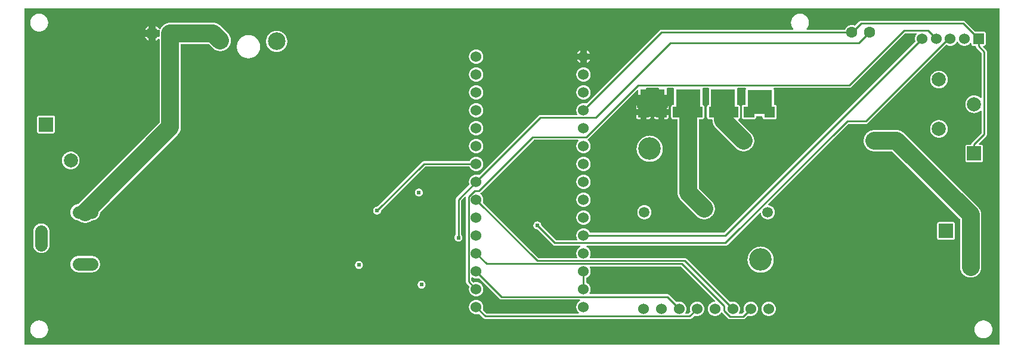
<source format=gbl>
G04 Layer: BottomLayer*
G04 EasyEDA v6.3.39, 2020-04-27T13:29:51-10:00*
G04 0e468c40523046efa6fe7ed36a0295c7,a4d28be01f944deba2cf7c63a1f3ff09,10*
G04 Gerber Generator version 0.2*
G04 Scale: 100 percent, Rotated: No, Reflected: No *
G04 Dimensions in millimeters *
G04 leading zeros omitted , absolute positions ,3 integer and 3 decimal *
%FSLAX33Y33*%
%MOMM*%
G90*
G71D02*

%ADD11C,0.259994*%
%ADD12C,2.499995*%
%ADD13C,0.610006*%
%ADD15R,1.999996X1.999996*%
%ADD16C,1.999996*%
%ADD17R,1.524000X1.524000*%
%ADD18C,1.524000*%
%ADD19R,3.499993X3.499993*%
%ADD20R,1.499997X1.499997*%
%ADD21C,3.199994*%
%ADD22C,1.499997*%
%ADD23C,1.799996*%
%ADD24C,1.599997*%

%LPD*%
G36*
G01X138836Y48260D02*
G01X609Y48260D01*
G01X595Y48258D01*
G01X581Y48255D01*
G01X567Y48250D01*
G01X554Y48243D01*
G01X543Y48235D01*
G01X532Y48224D01*
G01X524Y48213D01*
G01X517Y48200D01*
G01X512Y48186D01*
G01X509Y48172D01*
G01X508Y48158D01*
G01X508Y609D01*
G01X509Y595D01*
G01X512Y581D01*
G01X517Y567D01*
G01X524Y554D01*
G01X532Y543D01*
G01X543Y532D01*
G01X554Y524D01*
G01X567Y517D01*
G01X581Y512D01*
G01X595Y509D01*
G01X609Y508D01*
G01X138836Y508D01*
G01X138850Y509D01*
G01X138864Y512D01*
G01X138878Y517D01*
G01X138891Y524D01*
G01X138902Y532D01*
G01X138913Y543D01*
G01X138921Y554D01*
G01X138928Y567D01*
G01X138933Y581D01*
G01X138936Y595D01*
G01X138938Y609D01*
G01X138938Y48158D01*
G01X138936Y48172D01*
G01X138933Y48186D01*
G01X138928Y48200D01*
G01X138921Y48213D01*
G01X138913Y48224D01*
G01X138902Y48235D01*
G01X138891Y48243D01*
G01X138878Y48250D01*
G01X138864Y48255D01*
G01X138850Y48258D01*
G01X138836Y48260D01*
G37*

%LPC*%
G36*
G01X136703Y3938D02*
G01X136652Y3939D01*
G01X136600Y3938D01*
G01X136549Y3935D01*
G01X136498Y3930D01*
G01X136447Y3923D01*
G01X136397Y3913D01*
G01X136347Y3902D01*
G01X136297Y3889D01*
G01X136249Y3874D01*
G01X136200Y3856D01*
G01X136153Y3837D01*
G01X136106Y3816D01*
G01X136060Y3793D01*
G01X136015Y3768D01*
G01X135971Y3742D01*
G01X135929Y3714D01*
G01X135887Y3684D01*
G01X135847Y3652D01*
G01X135808Y3619D01*
G01X135770Y3584D01*
G01X135734Y3548D01*
G01X135699Y3510D01*
G01X135666Y3471D01*
G01X135634Y3431D01*
G01X135604Y3389D01*
G01X135576Y3347D01*
G01X135550Y3303D01*
G01X135525Y3258D01*
G01X135502Y3212D01*
G01X135481Y3165D01*
G01X135462Y3118D01*
G01X135444Y3069D01*
G01X135429Y3021D01*
G01X135416Y2971D01*
G01X135405Y2921D01*
G01X135395Y2871D01*
G01X135388Y2820D01*
G01X135383Y2769D01*
G01X135380Y2718D01*
G01X135379Y2667D01*
G01X135380Y2615D01*
G01X135383Y2564D01*
G01X135388Y2513D01*
G01X135395Y2462D01*
G01X135405Y2412D01*
G01X135416Y2362D01*
G01X135429Y2312D01*
G01X135444Y2264D01*
G01X135462Y2215D01*
G01X135481Y2168D01*
G01X135502Y2121D01*
G01X135525Y2075D01*
G01X135550Y2030D01*
G01X135576Y1986D01*
G01X135604Y1944D01*
G01X135634Y1902D01*
G01X135666Y1862D01*
G01X135699Y1823D01*
G01X135734Y1785D01*
G01X135770Y1749D01*
G01X135808Y1714D01*
G01X135847Y1681D01*
G01X135887Y1649D01*
G01X135929Y1619D01*
G01X135971Y1591D01*
G01X136015Y1565D01*
G01X136060Y1540D01*
G01X136106Y1517D01*
G01X136153Y1496D01*
G01X136200Y1477D01*
G01X136249Y1459D01*
G01X136297Y1444D01*
G01X136347Y1431D01*
G01X136397Y1420D01*
G01X136447Y1410D01*
G01X136498Y1403D01*
G01X136549Y1398D01*
G01X136600Y1395D01*
G01X136652Y1394D01*
G01X136703Y1395D01*
G01X136754Y1398D01*
G01X136805Y1403D01*
G01X136856Y1410D01*
G01X136906Y1420D01*
G01X136956Y1431D01*
G01X137006Y1444D01*
G01X137054Y1459D01*
G01X137103Y1477D01*
G01X137150Y1496D01*
G01X137197Y1517D01*
G01X137243Y1540D01*
G01X137288Y1565D01*
G01X137332Y1591D01*
G01X137374Y1619D01*
G01X137416Y1649D01*
G01X137456Y1681D01*
G01X137495Y1714D01*
G01X137533Y1749D01*
G01X137569Y1785D01*
G01X137604Y1823D01*
G01X137637Y1862D01*
G01X137669Y1902D01*
G01X137699Y1944D01*
G01X137727Y1986D01*
G01X137753Y2030D01*
G01X137778Y2075D01*
G01X137801Y2121D01*
G01X137822Y2168D01*
G01X137841Y2215D01*
G01X137859Y2264D01*
G01X137874Y2312D01*
G01X137887Y2362D01*
G01X137898Y2412D01*
G01X137908Y2462D01*
G01X137915Y2513D01*
G01X137920Y2564D01*
G01X137923Y2615D01*
G01X137924Y2667D01*
G01X137923Y2718D01*
G01X137920Y2769D01*
G01X137915Y2820D01*
G01X137908Y2871D01*
G01X137898Y2921D01*
G01X137887Y2971D01*
G01X137874Y3021D01*
G01X137859Y3069D01*
G01X137841Y3118D01*
G01X137822Y3165D01*
G01X137801Y3212D01*
G01X137778Y3258D01*
G01X137753Y3303D01*
G01X137727Y3347D01*
G01X137699Y3389D01*
G01X137669Y3431D01*
G01X137637Y3471D01*
G01X137604Y3510D01*
G01X137569Y3548D01*
G01X137533Y3584D01*
G01X137495Y3619D01*
G01X137456Y3652D01*
G01X137416Y3684D01*
G01X137374Y3714D01*
G01X137332Y3742D01*
G01X137288Y3768D01*
G01X137243Y3793D01*
G01X137197Y3816D01*
G01X137150Y3837D01*
G01X137103Y3856D01*
G01X137054Y3874D01*
G01X137006Y3889D01*
G01X136956Y3902D01*
G01X136906Y3913D01*
G01X136856Y3923D01*
G01X136805Y3930D01*
G01X136754Y3935D01*
G01X136703Y3938D01*
G37*
G36*
G01X2654Y3938D02*
G01X2603Y3939D01*
G01X2552Y3938D01*
G01X2500Y3935D01*
G01X2450Y3930D01*
G01X2399Y3923D01*
G01X2348Y3913D01*
G01X2299Y3902D01*
G01X2249Y3889D01*
G01X2200Y3874D01*
G01X2152Y3856D01*
G01X2104Y3837D01*
G01X2057Y3816D01*
G01X2012Y3793D01*
G01X1967Y3768D01*
G01X1923Y3742D01*
G01X1880Y3714D01*
G01X1838Y3684D01*
G01X1798Y3652D01*
G01X1759Y3619D01*
G01X1722Y3584D01*
G01X1685Y3548D01*
G01X1651Y3510D01*
G01X1617Y3471D01*
G01X1585Y3431D01*
G01X1556Y3389D01*
G01X1528Y3347D01*
G01X1501Y3303D01*
G01X1476Y3258D01*
G01X1453Y3212D01*
G01X1432Y3165D01*
G01X1413Y3118D01*
G01X1396Y3069D01*
G01X1381Y3021D01*
G01X1368Y2971D01*
G01X1356Y2921D01*
G01X1347Y2871D01*
G01X1340Y2820D01*
G01X1335Y2769D01*
G01X1331Y2718D01*
G01X1330Y2667D01*
G01X1331Y2615D01*
G01X1335Y2564D01*
G01X1340Y2513D01*
G01X1347Y2462D01*
G01X1356Y2412D01*
G01X1368Y2362D01*
G01X1381Y2312D01*
G01X1396Y2264D01*
G01X1413Y2215D01*
G01X1432Y2168D01*
G01X1453Y2121D01*
G01X1476Y2075D01*
G01X1501Y2030D01*
G01X1528Y1986D01*
G01X1556Y1944D01*
G01X1585Y1902D01*
G01X1617Y1862D01*
G01X1651Y1823D01*
G01X1685Y1785D01*
G01X1722Y1749D01*
G01X1759Y1714D01*
G01X1798Y1681D01*
G01X1838Y1649D01*
G01X1880Y1619D01*
G01X1923Y1591D01*
G01X1967Y1565D01*
G01X2012Y1540D01*
G01X2057Y1517D01*
G01X2104Y1496D01*
G01X2152Y1477D01*
G01X2200Y1459D01*
G01X2249Y1444D01*
G01X2299Y1431D01*
G01X2348Y1420D01*
G01X2399Y1410D01*
G01X2450Y1403D01*
G01X2500Y1398D01*
G01X2552Y1395D01*
G01X2603Y1394D01*
G01X2654Y1395D01*
G01X2706Y1398D01*
G01X2756Y1403D01*
G01X2807Y1410D01*
G01X2858Y1420D01*
G01X2907Y1431D01*
G01X2957Y1444D01*
G01X3006Y1459D01*
G01X3054Y1477D01*
G01X3102Y1496D01*
G01X3149Y1517D01*
G01X3194Y1540D01*
G01X3240Y1565D01*
G01X3283Y1591D01*
G01X3326Y1619D01*
G01X3368Y1649D01*
G01X3408Y1681D01*
G01X3447Y1714D01*
G01X3484Y1749D01*
G01X3521Y1785D01*
G01X3556Y1823D01*
G01X3589Y1862D01*
G01X3621Y1902D01*
G01X3650Y1944D01*
G01X3678Y1986D01*
G01X3705Y2030D01*
G01X3730Y2075D01*
G01X3753Y2121D01*
G01X3774Y2168D01*
G01X3793Y2215D01*
G01X3810Y2264D01*
G01X3825Y2312D01*
G01X3838Y2362D01*
G01X3850Y2412D01*
G01X3859Y2462D01*
G01X3866Y2513D01*
G01X3871Y2564D01*
G01X3875Y2615D01*
G01X3876Y2667D01*
G01X3875Y2718D01*
G01X3871Y2769D01*
G01X3866Y2820D01*
G01X3859Y2871D01*
G01X3850Y2921D01*
G01X3838Y2971D01*
G01X3825Y3021D01*
G01X3810Y3069D01*
G01X3793Y3118D01*
G01X3774Y3165D01*
G01X3753Y3212D01*
G01X3730Y3258D01*
G01X3705Y3303D01*
G01X3678Y3347D01*
G01X3650Y3389D01*
G01X3621Y3431D01*
G01X3589Y3471D01*
G01X3556Y3510D01*
G01X3521Y3548D01*
G01X3484Y3584D01*
G01X3447Y3619D01*
G01X3408Y3652D01*
G01X3368Y3684D01*
G01X3326Y3714D01*
G01X3283Y3742D01*
G01X3239Y3768D01*
G01X3194Y3793D01*
G01X3149Y3816D01*
G01X3102Y3837D01*
G01X3054Y3856D01*
G01X3006Y3874D01*
G01X2957Y3889D01*
G01X2907Y3902D01*
G01X2858Y3913D01*
G01X2807Y3923D01*
G01X2756Y3930D01*
G01X2706Y3935D01*
G01X2654Y3938D01*
G37*
G36*
G01X110668Y47499D02*
G01X110617Y47500D01*
G01X110565Y47499D01*
G01X110514Y47496D01*
G01X110463Y47491D01*
G01X110412Y47484D01*
G01X110362Y47474D01*
G01X110312Y47463D01*
G01X110262Y47450D01*
G01X110214Y47435D01*
G01X110165Y47417D01*
G01X110118Y47398D01*
G01X110071Y47377D01*
G01X110025Y47354D01*
G01X109980Y47329D01*
G01X109936Y47303D01*
G01X109894Y47275D01*
G01X109852Y47245D01*
G01X109812Y47213D01*
G01X109773Y47180D01*
G01X109735Y47145D01*
G01X109699Y47109D01*
G01X109664Y47071D01*
G01X109631Y47032D01*
G01X109599Y46992D01*
G01X109569Y46950D01*
G01X109541Y46908D01*
G01X109515Y46864D01*
G01X109490Y46819D01*
G01X109467Y46773D01*
G01X109446Y46726D01*
G01X109427Y46679D01*
G01X109409Y46630D01*
G01X109394Y46582D01*
G01X109381Y46532D01*
G01X109370Y46482D01*
G01X109360Y46432D01*
G01X109353Y46381D01*
G01X109348Y46330D01*
G01X109345Y46279D01*
G01X109344Y46228D01*
G01X109345Y46176D01*
G01X109348Y46125D01*
G01X109353Y46075D01*
G01X109360Y46024D01*
G01X109369Y45974D01*
G01X109381Y45924D01*
G01X109394Y45874D01*
G01X109409Y45826D01*
G01X109426Y45777D01*
G01X109445Y45730D01*
G01X109466Y45683D01*
G01X109489Y45638D01*
G01X109514Y45593D01*
G01X109540Y45549D01*
G01X109568Y45507D01*
G01X109597Y45465D01*
G01X109629Y45425D01*
G01X109662Y45386D01*
G01X109671Y45374D01*
G01X109678Y45361D01*
G01X109683Y45348D01*
G01X109686Y45333D01*
G01X109687Y45319D01*
G01X109686Y45304D01*
G01X109683Y45290D01*
G01X109678Y45277D01*
G01X109671Y45264D01*
G01X109662Y45252D01*
G01X109652Y45242D01*
G01X109641Y45233D01*
G01X109628Y45226D01*
G01X109615Y45221D01*
G01X109601Y45218D01*
G01X109586Y45217D01*
G01X90932Y45217D01*
G01X90901Y45216D01*
G01X90871Y45213D01*
G01X90841Y45206D01*
G01X90812Y45198D01*
G01X90784Y45188D01*
G01X90756Y45175D01*
G01X90729Y45160D01*
G01X90704Y45143D01*
G01X90681Y45125D01*
G01X90658Y45104D01*
G01X80322Y34768D01*
G01X80310Y34757D01*
G01X80297Y34749D01*
G01X80282Y34743D01*
G01X80266Y34739D01*
G01X80250Y34738D01*
G01X80234Y34740D01*
G01X80217Y34744D01*
G01X80171Y34758D01*
G01X80123Y34771D01*
G01X80076Y34781D01*
G01X80028Y34789D01*
G01X79980Y34795D01*
G01X79931Y34799D01*
G01X79883Y34800D01*
G01X79837Y34799D01*
G01X79791Y34796D01*
G01X79746Y34791D01*
G01X79701Y34784D01*
G01X79656Y34775D01*
G01X79612Y34763D01*
G01X79568Y34750D01*
G01X79524Y34735D01*
G01X79482Y34718D01*
G01X79441Y34699D01*
G01X79400Y34679D01*
G01X79360Y34656D01*
G01X79321Y34631D01*
G01X79284Y34605D01*
G01X79248Y34578D01*
G01X79212Y34549D01*
G01X79178Y34518D01*
G01X79146Y34486D01*
G01X79115Y34452D01*
G01X79086Y34417D01*
G01X79059Y34380D01*
G01X79033Y34343D01*
G01X79008Y34304D01*
G01X78985Y34264D01*
G01X78965Y34223D01*
G01X78946Y34182D01*
G01X78929Y34140D01*
G01X78914Y34096D01*
G01X78901Y34052D01*
G01X78889Y34008D01*
G01X78880Y33963D01*
G01X78873Y33918D01*
G01X78868Y33873D01*
G01X78865Y33827D01*
G01X78864Y33782D01*
G01X78865Y33732D01*
G01X78869Y33682D01*
G01X78875Y33634D01*
G01X78883Y33584D01*
G01X78894Y33536D01*
G01X78907Y33488D01*
G01X78922Y33442D01*
G01X78940Y33395D01*
G01X78960Y33350D01*
G01X78982Y33306D01*
G01X79006Y33262D01*
G01X79014Y33246D01*
G01X79019Y33228D01*
G01X79020Y33211D01*
G01X79019Y33196D01*
G01X79016Y33182D01*
G01X79011Y33168D01*
G01X79004Y33156D01*
G01X78996Y33144D01*
G01X78985Y33134D01*
G01X78974Y33125D01*
G01X78961Y33118D01*
G01X78947Y33113D01*
G01X78934Y33110D01*
G01X78919Y33109D01*
G01X73743Y33109D01*
G01X73713Y33108D01*
G01X73683Y33104D01*
G01X73653Y33098D01*
G01X73624Y33090D01*
G01X73595Y33079D01*
G01X73568Y33067D01*
G01X73541Y33052D01*
G01X73516Y33035D01*
G01X73492Y33016D01*
G01X73470Y32996D01*
G01X65082Y24608D01*
G01X65070Y24597D01*
G01X65057Y24589D01*
G01X65042Y24583D01*
G01X65026Y24579D01*
G01X65010Y24578D01*
G01X64994Y24580D01*
G01X64977Y24584D01*
G01X64931Y24598D01*
G01X64883Y24611D01*
G01X64836Y24621D01*
G01X64788Y24629D01*
G01X64740Y24635D01*
G01X64691Y24639D01*
G01X64643Y24640D01*
G01X64597Y24639D01*
G01X64551Y24636D01*
G01X64506Y24631D01*
G01X64461Y24624D01*
G01X64416Y24615D01*
G01X64372Y24603D01*
G01X64328Y24590D01*
G01X64284Y24575D01*
G01X64242Y24558D01*
G01X64201Y24539D01*
G01X64160Y24519D01*
G01X64120Y24496D01*
G01X64081Y24471D01*
G01X64044Y24445D01*
G01X64008Y24418D01*
G01X63972Y24389D01*
G01X63938Y24358D01*
G01X63906Y24326D01*
G01X63875Y24292D01*
G01X63846Y24257D01*
G01X63819Y24220D01*
G01X63793Y24183D01*
G01X63768Y24144D01*
G01X63745Y24104D01*
G01X63725Y24063D01*
G01X63706Y24022D01*
G01X63689Y23980D01*
G01X63674Y23936D01*
G01X63661Y23892D01*
G01X63649Y23848D01*
G01X63640Y23803D01*
G01X63633Y23758D01*
G01X63628Y23713D01*
G01X63625Y23667D01*
G01X63624Y23622D01*
G01X63625Y23573D01*
G01X63629Y23524D01*
G01X63635Y23476D01*
G01X63643Y23428D01*
G01X63653Y23381D01*
G01X63666Y23333D01*
G01X63680Y23287D01*
G01X63684Y23270D01*
G01X63686Y23254D01*
G01X63685Y23238D01*
G01X63681Y23222D01*
G01X63675Y23207D01*
G01X63667Y23194D01*
G01X63656Y23182D01*
G01X61847Y21373D01*
G01X61826Y21350D01*
G01X61807Y21326D01*
G01X61791Y21301D01*
G01X61776Y21275D01*
G01X61763Y21247D01*
G01X61752Y21219D01*
G01X61744Y21190D01*
G01X61738Y21160D01*
G01X61735Y21130D01*
G01X61734Y21099D01*
G01X61734Y16136D01*
G01X61733Y16120D01*
G01X61729Y16106D01*
G01X61724Y16091D01*
G01X61716Y16079D01*
G01X61707Y16067D01*
G01X61684Y16040D01*
G01X61663Y16013D01*
G01X61644Y15984D01*
G01X61627Y15954D01*
G01X61611Y15923D01*
G01X61597Y15891D01*
G01X61585Y15858D01*
G01X61576Y15824D01*
G01X61569Y15790D01*
G01X61563Y15756D01*
G01X61560Y15721D01*
G01X61559Y15687D01*
G01X61560Y15653D01*
G01X61563Y15619D01*
G01X61568Y15585D01*
G01X61575Y15552D01*
G01X61584Y15519D01*
G01X61595Y15487D01*
G01X61608Y15456D01*
G01X61623Y15425D01*
G01X61640Y15396D01*
G01X61658Y15368D01*
G01X61678Y15340D01*
G01X61700Y15314D01*
G01X61723Y15289D01*
G01X61748Y15266D01*
G01X61774Y15245D01*
G01X61801Y15224D01*
G01X61830Y15206D01*
G01X61859Y15189D01*
G01X61890Y15174D01*
G01X61921Y15161D01*
G01X61953Y15151D01*
G01X61986Y15141D01*
G01X62019Y15134D01*
G01X62053Y15129D01*
G01X62086Y15126D01*
G01X62120Y15125D01*
G01X62154Y15126D01*
G01X62188Y15129D01*
G01X62221Y15134D01*
G01X62255Y15141D01*
G01X62319Y15161D01*
G01X62351Y15174D01*
G01X62381Y15189D01*
G01X62411Y15206D01*
G01X62439Y15224D01*
G01X62467Y15245D01*
G01X62493Y15266D01*
G01X62518Y15289D01*
G01X62540Y15314D01*
G01X62562Y15340D01*
G01X62583Y15368D01*
G01X62601Y15396D01*
G01X62618Y15425D01*
G01X62646Y15487D01*
G01X62656Y15519D01*
G01X62665Y15552D01*
G01X62672Y15585D01*
G01X62678Y15619D01*
G01X62681Y15653D01*
G01X62682Y15687D01*
G01X62681Y15721D01*
G01X62678Y15756D01*
G01X62672Y15790D01*
G01X62665Y15824D01*
G01X62655Y15858D01*
G01X62644Y15891D01*
G01X62630Y15923D01*
G01X62614Y15954D01*
G01X62597Y15984D01*
G01X62577Y16013D01*
G01X62556Y16040D01*
G01X62534Y16067D01*
G01X62524Y16079D01*
G01X62517Y16091D01*
G01X62511Y16106D01*
G01X62508Y16120D01*
G01X62507Y16136D01*
G01X62507Y20897D01*
G01X62508Y20913D01*
G01X62512Y20929D01*
G01X62518Y20943D01*
G01X62526Y20957D01*
G01X62536Y20969D01*
G01X63008Y21441D01*
G01X63020Y21451D01*
G01X63034Y21459D01*
G01X63048Y21465D01*
G01X63064Y21469D01*
G01X63080Y21470D01*
G01X63095Y21469D01*
G01X63108Y21466D01*
G01X63122Y21461D01*
G01X63135Y21454D01*
G01X63146Y21445D01*
G01X63157Y21435D01*
G01X63165Y21423D01*
G01X63172Y21411D01*
G01X63177Y21397D01*
G01X63180Y21383D01*
G01X63181Y21369D01*
G01X63181Y9456D01*
G01X63183Y9425D01*
G01X63186Y9395D01*
G01X63192Y9365D01*
G01X63200Y9337D01*
G01X63211Y9308D01*
G01X63224Y9281D01*
G01X63238Y9254D01*
G01X63255Y9229D01*
G01X63274Y9205D01*
G01X63295Y9183D01*
G01X63656Y8821D01*
G01X63667Y8809D01*
G01X63675Y8796D01*
G01X63681Y8781D01*
G01X63685Y8765D01*
G01X63686Y8749D01*
G01X63684Y8733D01*
G01X63680Y8716D01*
G01X63666Y8670D01*
G01X63653Y8622D01*
G01X63643Y8575D01*
G01X63635Y8527D01*
G01X63629Y8479D01*
G01X63625Y8430D01*
G01X63624Y8382D01*
G01X63625Y8336D01*
G01X63628Y8290D01*
G01X63633Y8245D01*
G01X63640Y8200D01*
G01X63649Y8155D01*
G01X63661Y8111D01*
G01X63674Y8067D01*
G01X63689Y8023D01*
G01X63706Y7981D01*
G01X63725Y7940D01*
G01X63745Y7899D01*
G01X63768Y7859D01*
G01X63793Y7820D01*
G01X63819Y7783D01*
G01X63846Y7747D01*
G01X63875Y7711D01*
G01X63906Y7677D01*
G01X63938Y7645D01*
G01X63972Y7614D01*
G01X64008Y7585D01*
G01X64044Y7558D01*
G01X64081Y7532D01*
G01X64120Y7507D01*
G01X64160Y7484D01*
G01X64201Y7464D01*
G01X64242Y7445D01*
G01X64284Y7428D01*
G01X64328Y7413D01*
G01X64372Y7400D01*
G01X64416Y7388D01*
G01X64461Y7379D01*
G01X64506Y7372D01*
G01X64551Y7367D01*
G01X64597Y7364D01*
G01X64643Y7363D01*
G01X64688Y7364D01*
G01X64734Y7367D01*
G01X64779Y7372D01*
G01X64824Y7379D01*
G01X64869Y7388D01*
G01X64913Y7400D01*
G01X64957Y7413D01*
G01X65001Y7428D01*
G01X65043Y7445D01*
G01X65084Y7464D01*
G01X65125Y7484D01*
G01X65165Y7507D01*
G01X65204Y7532D01*
G01X65241Y7558D01*
G01X65278Y7585D01*
G01X65313Y7614D01*
G01X65347Y7645D01*
G01X65379Y7677D01*
G01X65410Y7711D01*
G01X65439Y7747D01*
G01X65466Y7783D01*
G01X65492Y7820D01*
G01X65517Y7859D01*
G01X65540Y7899D01*
G01X65560Y7940D01*
G01X65579Y7981D01*
G01X65596Y8023D01*
G01X65611Y8067D01*
G01X65624Y8111D01*
G01X65636Y8155D01*
G01X65645Y8200D01*
G01X65652Y8245D01*
G01X65657Y8290D01*
G01X65660Y8336D01*
G01X65661Y8382D01*
G01X65660Y8427D01*
G01X65657Y8473D01*
G01X65652Y8518D01*
G01X65645Y8563D01*
G01X65636Y8608D01*
G01X65624Y8652D01*
G01X65611Y8696D01*
G01X65596Y8740D01*
G01X65579Y8782D01*
G01X65560Y8823D01*
G01X65540Y8864D01*
G01X65517Y8904D01*
G01X65492Y8943D01*
G01X65466Y8980D01*
G01X65439Y9017D01*
G01X65410Y9052D01*
G01X65379Y9086D01*
G01X65347Y9118D01*
G01X65313Y9149D01*
G01X65278Y9178D01*
G01X65241Y9205D01*
G01X65204Y9231D01*
G01X65165Y9256D01*
G01X65125Y9279D01*
G01X65084Y9299D01*
G01X65043Y9318D01*
G01X65001Y9335D01*
G01X64957Y9350D01*
G01X64913Y9363D01*
G01X64869Y9375D01*
G01X64824Y9384D01*
G01X64779Y9391D01*
G01X64734Y9396D01*
G01X64688Y9399D01*
G01X64643Y9400D01*
G01X64594Y9399D01*
G01X64545Y9395D01*
G01X64497Y9389D01*
G01X64449Y9381D01*
G01X64402Y9371D01*
G01X64354Y9358D01*
G01X64308Y9344D01*
G01X64291Y9340D01*
G01X64275Y9338D01*
G01X64259Y9339D01*
G01X64243Y9343D01*
G01X64228Y9349D01*
G01X64215Y9357D01*
G01X64203Y9368D01*
G01X63984Y9586D01*
G01X63974Y9598D01*
G01X63966Y9612D01*
G01X63960Y9627D01*
G01X63956Y9642D01*
G01X63955Y9658D01*
G01X63955Y9967D01*
G01X63956Y9982D01*
G01X63959Y9995D01*
G01X63964Y10009D01*
G01X63971Y10022D01*
G01X63980Y10034D01*
G01X63990Y10044D01*
G01X64001Y10052D01*
G01X64014Y10059D01*
G01X64028Y10065D01*
G01X64042Y10068D01*
G01X64056Y10069D01*
G01X64075Y10067D01*
G01X64093Y10062D01*
G01X64110Y10054D01*
G01X64150Y10030D01*
G01X64191Y10009D01*
G01X64234Y9989D01*
G01X64277Y9971D01*
G01X64321Y9955D01*
G01X64366Y9942D01*
G01X64411Y9930D01*
G01X64457Y9920D01*
G01X64503Y9913D01*
G01X64549Y9907D01*
G01X64596Y9904D01*
G01X64643Y9903D01*
G01X64691Y9904D01*
G01X64740Y9908D01*
G01X64788Y9914D01*
G01X64836Y9922D01*
G01X64883Y9932D01*
G01X64931Y9945D01*
G01X64977Y9959D01*
G01X64994Y9963D01*
G01X65010Y9965D01*
G01X65026Y9964D01*
G01X65042Y9960D01*
G01X65057Y9954D01*
G01X65070Y9946D01*
G01X65082Y9935D01*
G01X67989Y7029D01*
G01X68011Y7008D01*
G01X68035Y6989D01*
G01X68060Y6972D01*
G01X68087Y6958D01*
G01X68114Y6945D01*
G01X68143Y6934D01*
G01X68172Y6926D01*
G01X68202Y6920D01*
G01X68232Y6916D01*
G01X68262Y6915D01*
G01X79326Y6915D01*
G01X79341Y6914D01*
G01X79355Y6911D01*
G01X79368Y6906D01*
G01X79381Y6899D01*
G01X79393Y6891D01*
G01X79403Y6880D01*
G01X79412Y6869D01*
G01X79419Y6856D01*
G01X79424Y6842D01*
G01X79427Y6829D01*
G01X79428Y6814D01*
G01X79427Y6799D01*
G01X79423Y6784D01*
G01X79418Y6770D01*
G01X79410Y6756D01*
G01X79401Y6745D01*
G01X79390Y6734D01*
G01X79377Y6725D01*
G01X79337Y6702D01*
G01X79298Y6676D01*
G01X79261Y6648D01*
G01X79225Y6619D01*
G01X79190Y6588D01*
G01X79156Y6556D01*
G01X79125Y6522D01*
G01X79094Y6486D01*
G01X79066Y6450D01*
G01X79039Y6412D01*
G01X79013Y6372D01*
G01X78990Y6332D01*
G01X78969Y6291D01*
G01X78949Y6249D01*
G01X78932Y6206D01*
G01X78916Y6162D01*
G01X78902Y6117D01*
G01X78890Y6072D01*
G01X78881Y6027D01*
G01X78874Y5981D01*
G01X78868Y5934D01*
G01X78865Y5888D01*
G01X78864Y5842D01*
G01X78865Y5794D01*
G01X78869Y5747D01*
G01X78874Y5700D01*
G01X78881Y5654D01*
G01X78891Y5607D01*
G01X78903Y5562D01*
G01X78917Y5517D01*
G01X78933Y5472D01*
G01X78951Y5428D01*
G01X78972Y5386D01*
G01X78994Y5344D01*
G01X79017Y5304D01*
G01X79043Y5264D01*
G01X79071Y5226D01*
G01X79101Y5189D01*
G01X79132Y5153D01*
G01X79164Y5119D01*
G01X79199Y5087D01*
G01X79210Y5074D01*
G01X79220Y5060D01*
G01X79227Y5044D01*
G01X79231Y5028D01*
G01X79232Y5011D01*
G01X79231Y4997D01*
G01X79228Y4983D01*
G01X79223Y4969D01*
G01X79216Y4957D01*
G01X79207Y4945D01*
G01X79197Y4935D01*
G01X79186Y4926D01*
G01X79173Y4919D01*
G01X79159Y4914D01*
G01X79145Y4911D01*
G01X79131Y4910D01*
G01X66163Y4910D01*
G01X66147Y4911D01*
G01X66131Y4915D01*
G01X66117Y4921D01*
G01X66103Y4929D01*
G01X66091Y4939D01*
G01X65629Y5402D01*
G01X65618Y5414D01*
G01X65610Y5427D01*
G01X65604Y5442D01*
G01X65600Y5458D01*
G01X65599Y5474D01*
G01X65601Y5490D01*
G01X65605Y5507D01*
G01X65619Y5553D01*
G01X65632Y5601D01*
G01X65642Y5648D01*
G01X65650Y5696D01*
G01X65656Y5744D01*
G01X65660Y5793D01*
G01X65661Y5842D01*
G01X65660Y5887D01*
G01X65657Y5933D01*
G01X65652Y5978D01*
G01X65645Y6023D01*
G01X65636Y6068D01*
G01X65624Y6112D01*
G01X65611Y6156D01*
G01X65596Y6200D01*
G01X65579Y6242D01*
G01X65560Y6283D01*
G01X65540Y6324D01*
G01X65517Y6364D01*
G01X65492Y6403D01*
G01X65466Y6440D01*
G01X65439Y6477D01*
G01X65410Y6512D01*
G01X65379Y6546D01*
G01X65347Y6578D01*
G01X65313Y6609D01*
G01X65278Y6638D01*
G01X65241Y6665D01*
G01X65204Y6691D01*
G01X65165Y6716D01*
G01X65125Y6739D01*
G01X65084Y6759D01*
G01X65043Y6778D01*
G01X65001Y6795D01*
G01X64957Y6810D01*
G01X64913Y6823D01*
G01X64869Y6835D01*
G01X64824Y6844D01*
G01X64779Y6851D01*
G01X64734Y6856D01*
G01X64688Y6859D01*
G01X64643Y6860D01*
G01X64597Y6859D01*
G01X64551Y6856D01*
G01X64506Y6851D01*
G01X64461Y6844D01*
G01X64416Y6835D01*
G01X64372Y6823D01*
G01X64328Y6810D01*
G01X64284Y6795D01*
G01X64242Y6778D01*
G01X64201Y6759D01*
G01X64160Y6739D01*
G01X64120Y6716D01*
G01X64081Y6691D01*
G01X64044Y6665D01*
G01X64008Y6638D01*
G01X63972Y6609D01*
G01X63938Y6578D01*
G01X63906Y6546D01*
G01X63875Y6512D01*
G01X63846Y6477D01*
G01X63819Y6440D01*
G01X63793Y6403D01*
G01X63768Y6364D01*
G01X63745Y6324D01*
G01X63725Y6283D01*
G01X63706Y6242D01*
G01X63689Y6200D01*
G01X63674Y6156D01*
G01X63661Y6112D01*
G01X63649Y6068D01*
G01X63640Y6023D01*
G01X63633Y5978D01*
G01X63628Y5933D01*
G01X63625Y5887D01*
G01X63624Y5842D01*
G01X63625Y5796D01*
G01X63628Y5750D01*
G01X63633Y5705D01*
G01X63640Y5660D01*
G01X63649Y5615D01*
G01X63661Y5571D01*
G01X63674Y5527D01*
G01X63689Y5483D01*
G01X63706Y5441D01*
G01X63725Y5400D01*
G01X63745Y5359D01*
G01X63768Y5319D01*
G01X63793Y5280D01*
G01X63819Y5243D01*
G01X63846Y5207D01*
G01X63875Y5171D01*
G01X63906Y5137D01*
G01X63938Y5105D01*
G01X63972Y5074D01*
G01X64008Y5045D01*
G01X64044Y5018D01*
G01X64081Y4992D01*
G01X64120Y4967D01*
G01X64160Y4944D01*
G01X64201Y4924D01*
G01X64242Y4905D01*
G01X64284Y4888D01*
G01X64328Y4873D01*
G01X64372Y4860D01*
G01X64416Y4848D01*
G01X64461Y4839D01*
G01X64506Y4832D01*
G01X64551Y4827D01*
G01X64597Y4824D01*
G01X64643Y4823D01*
G01X64691Y4824D01*
G01X64740Y4828D01*
G01X64788Y4834D01*
G01X64836Y4842D01*
G01X64883Y4852D01*
G01X64931Y4865D01*
G01X64977Y4879D01*
G01X64994Y4883D01*
G01X65010Y4885D01*
G01X65026Y4884D01*
G01X65042Y4880D01*
G01X65057Y4874D01*
G01X65070Y4866D01*
G01X65082Y4855D01*
G01X65687Y4250D01*
G01X65710Y4229D01*
G01X65734Y4210D01*
G01X65759Y4194D01*
G01X65786Y4179D01*
G01X65813Y4166D01*
G01X65841Y4155D01*
G01X65870Y4147D01*
G01X65900Y4141D01*
G01X65930Y4138D01*
G01X65961Y4137D01*
G01X94947Y4137D01*
G01X94978Y4138D01*
G01X95008Y4141D01*
G01X95038Y4147D01*
G01X95067Y4155D01*
G01X95095Y4166D01*
G01X95123Y4179D01*
G01X95149Y4194D01*
G01X95174Y4210D01*
G01X95198Y4229D01*
G01X95221Y4250D01*
G01X95572Y4601D01*
G01X95584Y4612D01*
G01X95597Y4620D01*
G01X95612Y4626D01*
G01X95628Y4630D01*
G01X95644Y4631D01*
G01X95660Y4629D01*
G01X95677Y4625D01*
G01X95723Y4611D01*
G01X95771Y4598D01*
G01X95818Y4588D01*
G01X95866Y4580D01*
G01X95914Y4574D01*
G01X95963Y4570D01*
G01X96012Y4569D01*
G01X96057Y4570D01*
G01X96103Y4573D01*
G01X96148Y4578D01*
G01X96193Y4585D01*
G01X96238Y4594D01*
G01X96282Y4606D01*
G01X96326Y4619D01*
G01X96370Y4634D01*
G01X96412Y4651D01*
G01X96453Y4670D01*
G01X96494Y4690D01*
G01X96534Y4713D01*
G01X96573Y4738D01*
G01X96610Y4764D01*
G01X96647Y4791D01*
G01X96682Y4820D01*
G01X96716Y4851D01*
G01X96748Y4883D01*
G01X96779Y4917D01*
G01X96808Y4953D01*
G01X96835Y4989D01*
G01X96861Y5026D01*
G01X96886Y5065D01*
G01X96909Y5105D01*
G01X96929Y5146D01*
G01X96948Y5187D01*
G01X96965Y5229D01*
G01X96980Y5273D01*
G01X96993Y5317D01*
G01X97005Y5361D01*
G01X97014Y5406D01*
G01X97021Y5451D01*
G01X97026Y5496D01*
G01X97029Y5542D01*
G01X97030Y5588D01*
G01X97029Y5633D01*
G01X97026Y5679D01*
G01X97021Y5724D01*
G01X97014Y5769D01*
G01X97005Y5814D01*
G01X96993Y5858D01*
G01X96980Y5902D01*
G01X96965Y5946D01*
G01X96948Y5988D01*
G01X96929Y6029D01*
G01X96909Y6070D01*
G01X96886Y6110D01*
G01X96861Y6149D01*
G01X96835Y6186D01*
G01X96808Y6223D01*
G01X96779Y6258D01*
G01X96748Y6292D01*
G01X96716Y6324D01*
G01X96682Y6355D01*
G01X96647Y6384D01*
G01X96610Y6411D01*
G01X96573Y6437D01*
G01X96534Y6462D01*
G01X96494Y6485D01*
G01X96453Y6505D01*
G01X96412Y6524D01*
G01X96370Y6541D01*
G01X96326Y6556D01*
G01X96282Y6569D01*
G01X96238Y6581D01*
G01X96193Y6590D01*
G01X96148Y6597D01*
G01X96103Y6602D01*
G01X96057Y6605D01*
G01X96012Y6606D01*
G01X95966Y6605D01*
G01X95920Y6602D01*
G01X95875Y6597D01*
G01X95830Y6590D01*
G01X95785Y6581D01*
G01X95741Y6569D01*
G01X95697Y6556D01*
G01X95653Y6541D01*
G01X95611Y6524D01*
G01X95570Y6505D01*
G01X95529Y6485D01*
G01X95489Y6462D01*
G01X95450Y6437D01*
G01X95413Y6411D01*
G01X95377Y6384D01*
G01X95341Y6355D01*
G01X95307Y6324D01*
G01X95275Y6292D01*
G01X95244Y6258D01*
G01X95215Y6223D01*
G01X95188Y6186D01*
G01X95162Y6149D01*
G01X95137Y6110D01*
G01X95114Y6070D01*
G01X95094Y6029D01*
G01X95075Y5988D01*
G01X95058Y5946D01*
G01X95043Y5902D01*
G01X95030Y5858D01*
G01X95018Y5814D01*
G01X95009Y5769D01*
G01X95002Y5724D01*
G01X94997Y5679D01*
G01X94994Y5633D01*
G01X94993Y5588D01*
G01X94994Y5539D01*
G01X94998Y5490D01*
G01X95004Y5442D01*
G01X95012Y5394D01*
G01X95022Y5347D01*
G01X95035Y5299D01*
G01X95049Y5253D01*
G01X95053Y5236D01*
G01X95055Y5220D01*
G01X95054Y5204D01*
G01X95050Y5188D01*
G01X95044Y5173D01*
G01X95036Y5160D01*
G01X95025Y5148D01*
G01X94817Y4939D01*
G01X94805Y4929D01*
G01X94791Y4921D01*
G01X94777Y4915D01*
G01X94761Y4911D01*
G01X94745Y4910D01*
G01X94432Y4910D01*
G01X94418Y4911D01*
G01X94404Y4914D01*
G01X94390Y4919D01*
G01X94377Y4926D01*
G01X94366Y4935D01*
G01X94355Y4945D01*
G01X94347Y4957D01*
G01X94340Y4969D01*
G01X94335Y4983D01*
G01X94332Y4997D01*
G01X94331Y5011D01*
G01X94332Y5030D01*
G01X94337Y5047D01*
G01X94345Y5064D01*
G01X94368Y5103D01*
G01X94388Y5145D01*
G01X94408Y5186D01*
G01X94425Y5228D01*
G01X94440Y5272D01*
G01X94453Y5316D01*
G01X94464Y5360D01*
G01X94474Y5405D01*
G01X94481Y5450D01*
G01X94486Y5496D01*
G01X94489Y5542D01*
G01X94490Y5588D01*
G01X94489Y5633D01*
G01X94486Y5679D01*
G01X94481Y5724D01*
G01X94474Y5769D01*
G01X94465Y5814D01*
G01X94453Y5858D01*
G01X94440Y5902D01*
G01X94425Y5946D01*
G01X94408Y5988D01*
G01X94389Y6029D01*
G01X94369Y6070D01*
G01X94346Y6110D01*
G01X94321Y6149D01*
G01X94295Y6186D01*
G01X94268Y6223D01*
G01X94239Y6258D01*
G01X94208Y6292D01*
G01X94176Y6324D01*
G01X94142Y6355D01*
G01X94107Y6384D01*
G01X94070Y6411D01*
G01X94033Y6437D01*
G01X93994Y6462D01*
G01X93954Y6485D01*
G01X93913Y6505D01*
G01X93872Y6524D01*
G01X93830Y6541D01*
G01X93786Y6556D01*
G01X93742Y6569D01*
G01X93698Y6581D01*
G01X93653Y6590D01*
G01X93608Y6597D01*
G01X93563Y6602D01*
G01X93517Y6605D01*
G01X93472Y6606D01*
G01X93423Y6605D01*
G01X93374Y6601D01*
G01X93326Y6595D01*
G01X93278Y6587D01*
G01X93231Y6577D01*
G01X93183Y6564D01*
G01X93137Y6550D01*
G01X93120Y6546D01*
G01X93104Y6544D01*
G01X93088Y6545D01*
G01X93072Y6549D01*
G01X93057Y6555D01*
G01X93044Y6563D01*
G01X93032Y6574D01*
G01X92030Y7575D01*
G01X92008Y7596D01*
G01X91984Y7615D01*
G01X91959Y7632D01*
G01X91932Y7646D01*
G01X91905Y7659D01*
G01X91876Y7670D01*
G01X91847Y7678D01*
G01X91817Y7684D01*
G01X91787Y7688D01*
G01X91757Y7689D01*
G01X80834Y7689D01*
G01X80819Y7690D01*
G01X80805Y7693D01*
G01X80792Y7698D01*
G01X80779Y7705D01*
G01X80767Y7713D01*
G01X80757Y7724D01*
G01X80748Y7735D01*
G01X80742Y7748D01*
G01X80736Y7762D01*
G01X80733Y7775D01*
G01X80732Y7790D01*
G01X80734Y7809D01*
G01X80739Y7827D01*
G01X80748Y7844D01*
G01X80772Y7885D01*
G01X80793Y7926D01*
G01X80814Y7969D01*
G01X80832Y8013D01*
G01X80848Y8057D01*
G01X80862Y8102D01*
G01X80874Y8148D01*
G01X80884Y8194D01*
G01X80891Y8240D01*
G01X80896Y8287D01*
G01X80900Y8334D01*
G01X80901Y8382D01*
G01X80900Y8427D01*
G01X80897Y8472D01*
G01X80892Y8518D01*
G01X80885Y8563D01*
G01X80876Y8608D01*
G01X80864Y8652D01*
G01X80851Y8695D01*
G01X80837Y8739D01*
G01X80819Y8781D01*
G01X80800Y8822D01*
G01X80780Y8863D01*
G01X80757Y8903D01*
G01X80733Y8942D01*
G01X80707Y8979D01*
G01X80680Y9015D01*
G01X80651Y9051D01*
G01X80620Y9085D01*
G01X80588Y9117D01*
G01X80554Y9148D01*
G01X80519Y9177D01*
G01X80482Y9204D01*
G01X80445Y9230D01*
G01X80407Y9255D01*
G01X80367Y9278D01*
G01X80326Y9298D01*
G01X80312Y9307D01*
G01X80300Y9317D01*
G01X80289Y9329D01*
G01X80280Y9343D01*
G01X80274Y9358D01*
G01X80270Y9374D01*
G01X80269Y9390D01*
G01X80269Y9913D01*
G01X80270Y9929D01*
G01X80274Y9945D01*
G01X80280Y9960D01*
G01X80289Y9974D01*
G01X80300Y9986D01*
G01X80312Y9996D01*
G01X80326Y10005D01*
G01X80367Y10025D01*
G01X80407Y10048D01*
G01X80445Y10073D01*
G01X80482Y10099D01*
G01X80519Y10126D01*
G01X80554Y10155D01*
G01X80588Y10186D01*
G01X80620Y10218D01*
G01X80651Y10252D01*
G01X80680Y10288D01*
G01X80707Y10324D01*
G01X80733Y10361D01*
G01X80757Y10400D01*
G01X80780Y10440D01*
G01X80800Y10481D01*
G01X80819Y10522D01*
G01X80837Y10564D01*
G01X80851Y10608D01*
G01X80864Y10651D01*
G01X80876Y10695D01*
G01X80885Y10740D01*
G01X80892Y10785D01*
G01X80897Y10831D01*
G01X80900Y10876D01*
G01X80901Y10922D01*
G01X80900Y10971D01*
G01X80896Y11021D01*
G01X80890Y11069D01*
G01X80882Y11119D01*
G01X80871Y11167D01*
G01X80858Y11215D01*
G01X80843Y11261D01*
G01X80825Y11308D01*
G01X80805Y11353D01*
G01X80783Y11397D01*
G01X80759Y11441D01*
G01X80751Y11457D01*
G01X80746Y11475D01*
G01X80745Y11492D01*
G01X80746Y11507D01*
G01X80749Y11521D01*
G01X80754Y11535D01*
G01X80761Y11547D01*
G01X80769Y11559D01*
G01X80780Y11569D01*
G01X80791Y11578D01*
G01X80804Y11585D01*
G01X80818Y11590D01*
G01X80831Y11593D01*
G01X80846Y11594D01*
G01X93655Y11594D01*
G01X93671Y11593D01*
G01X93687Y11589D01*
G01X93702Y11583D01*
G01X93715Y11575D01*
G01X93727Y11565D01*
G01X98517Y6774D01*
G01X98528Y6763D01*
G01X98536Y6749D01*
G01X98542Y6734D01*
G01X98546Y6718D01*
G01X98547Y6703D01*
G01X98546Y6688D01*
G01X98542Y6673D01*
G01X98537Y6659D01*
G01X98530Y6646D01*
G01X98521Y6634D01*
G01X98510Y6624D01*
G01X98497Y6615D01*
G01X98484Y6609D01*
G01X98470Y6604D01*
G01X98455Y6601D01*
G01X98410Y6596D01*
G01X98365Y6589D01*
G01X98320Y6580D01*
G01X98276Y6568D01*
G01X98232Y6555D01*
G01X98190Y6539D01*
G01X98147Y6522D01*
G01X98106Y6503D01*
G01X98065Y6483D01*
G01X98026Y6460D01*
G01X97988Y6436D01*
G01X97950Y6409D01*
G01X97914Y6382D01*
G01X97879Y6353D01*
G01X97845Y6322D01*
G01X97813Y6290D01*
G01X97783Y6256D01*
G01X97753Y6220D01*
G01X97726Y6184D01*
G01X97700Y6147D01*
G01X97676Y6108D01*
G01X97654Y6069D01*
G01X97633Y6028D01*
G01X97614Y5986D01*
G01X97597Y5944D01*
G01X97582Y5901D01*
G01X97570Y5858D01*
G01X97558Y5814D01*
G01X97549Y5769D01*
G01X97542Y5724D01*
G01X97537Y5678D01*
G01X97534Y5633D01*
G01X97533Y5588D01*
G01X97534Y5542D01*
G01X97537Y5496D01*
G01X97542Y5451D01*
G01X97549Y5406D01*
G01X97558Y5361D01*
G01X97570Y5317D01*
G01X97583Y5273D01*
G01X97598Y5229D01*
G01X97615Y5187D01*
G01X97634Y5146D01*
G01X97654Y5105D01*
G01X97677Y5065D01*
G01X97702Y5026D01*
G01X97728Y4989D01*
G01X97755Y4953D01*
G01X97784Y4917D01*
G01X97815Y4883D01*
G01X97847Y4851D01*
G01X97881Y4820D01*
G01X97917Y4791D01*
G01X97953Y4764D01*
G01X97990Y4738D01*
G01X98029Y4713D01*
G01X98069Y4690D01*
G01X98110Y4670D01*
G01X98151Y4651D01*
G01X98193Y4634D01*
G01X98237Y4619D01*
G01X98281Y4606D01*
G01X98325Y4594D01*
G01X98370Y4585D01*
G01X98415Y4578D01*
G01X98460Y4573D01*
G01X98506Y4570D01*
G01X98552Y4569D01*
G01X98597Y4570D01*
G01X98643Y4573D01*
G01X98689Y4578D01*
G01X98734Y4585D01*
G01X98779Y4595D01*
G01X98823Y4606D01*
G01X98867Y4619D01*
G01X98911Y4634D01*
G01X98953Y4651D01*
G01X98995Y4671D01*
G01X99036Y4691D01*
G01X99076Y4714D01*
G01X99114Y4739D01*
G01X99152Y4765D01*
G01X99189Y4792D01*
G01X99224Y4822D01*
G01X99257Y4853D01*
G01X99290Y4886D01*
G01X99321Y4919D01*
G01X99350Y4955D01*
G01X99378Y4992D01*
G01X99403Y5029D01*
G01X99412Y5041D01*
G01X99422Y5051D01*
G01X99434Y5059D01*
G01X99447Y5066D01*
G01X99460Y5071D01*
G01X99474Y5074D01*
G01X99488Y5075D01*
G01X99505Y5074D01*
G01X99520Y5070D01*
G01X99534Y5064D01*
G01X99548Y5056D01*
G01X99560Y5045D01*
G01X100376Y4228D01*
G01X100398Y4207D01*
G01X100422Y4188D01*
G01X100447Y4171D01*
G01X100474Y4156D01*
G01X100501Y4143D01*
G01X100530Y4133D01*
G01X100559Y4124D01*
G01X100589Y4119D01*
G01X100619Y4115D01*
G01X100650Y4114D01*
G01X102544Y4114D01*
G01X102575Y4115D01*
G01X102605Y4118D01*
G01X102635Y4124D01*
G01X102664Y4133D01*
G01X102692Y4143D01*
G01X102720Y4156D01*
G01X102747Y4171D01*
G01X102771Y4187D01*
G01X102795Y4206D01*
G01X102818Y4227D01*
G01X103192Y4601D01*
G01X103204Y4612D01*
G01X103217Y4620D01*
G01X103232Y4626D01*
G01X103248Y4630D01*
G01X103264Y4631D01*
G01X103280Y4629D01*
G01X103297Y4625D01*
G01X103343Y4611D01*
G01X103391Y4598D01*
G01X103438Y4588D01*
G01X103486Y4580D01*
G01X103534Y4574D01*
G01X103583Y4570D01*
G01X103632Y4569D01*
G01X103677Y4570D01*
G01X103723Y4573D01*
G01X103768Y4578D01*
G01X103813Y4585D01*
G01X103858Y4594D01*
G01X103902Y4606D01*
G01X103946Y4619D01*
G01X103990Y4634D01*
G01X104032Y4651D01*
G01X104073Y4670D01*
G01X104114Y4690D01*
G01X104154Y4713D01*
G01X104193Y4738D01*
G01X104230Y4764D01*
G01X104267Y4791D01*
G01X104302Y4820D01*
G01X104336Y4851D01*
G01X104368Y4883D01*
G01X104399Y4917D01*
G01X104428Y4953D01*
G01X104455Y4989D01*
G01X104481Y5026D01*
G01X104506Y5065D01*
G01X104529Y5105D01*
G01X104549Y5146D01*
G01X104568Y5187D01*
G01X104585Y5229D01*
G01X104600Y5273D01*
G01X104613Y5317D01*
G01X104625Y5361D01*
G01X104634Y5406D01*
G01X104641Y5451D01*
G01X104646Y5496D01*
G01X104649Y5542D01*
G01X104650Y5588D01*
G01X104649Y5633D01*
G01X104646Y5679D01*
G01X104641Y5724D01*
G01X104634Y5769D01*
G01X104625Y5814D01*
G01X104613Y5858D01*
G01X104600Y5902D01*
G01X104585Y5946D01*
G01X104568Y5988D01*
G01X104549Y6029D01*
G01X104529Y6070D01*
G01X104506Y6110D01*
G01X104481Y6149D01*
G01X104455Y6186D01*
G01X104428Y6223D01*
G01X104399Y6258D01*
G01X104368Y6292D01*
G01X104336Y6324D01*
G01X104302Y6355D01*
G01X104267Y6384D01*
G01X104230Y6411D01*
G01X104193Y6437D01*
G01X104154Y6462D01*
G01X104114Y6485D01*
G01X104073Y6505D01*
G01X104032Y6524D01*
G01X103990Y6541D01*
G01X103946Y6556D01*
G01X103902Y6569D01*
G01X103858Y6581D01*
G01X103813Y6590D01*
G01X103768Y6597D01*
G01X103723Y6602D01*
G01X103677Y6605D01*
G01X103632Y6606D01*
G01X103586Y6605D01*
G01X103540Y6602D01*
G01X103495Y6597D01*
G01X103450Y6590D01*
G01X103405Y6581D01*
G01X103361Y6569D01*
G01X103317Y6556D01*
G01X103273Y6541D01*
G01X103231Y6524D01*
G01X103190Y6505D01*
G01X103149Y6485D01*
G01X103109Y6462D01*
G01X103070Y6437D01*
G01X103033Y6411D01*
G01X102997Y6384D01*
G01X102961Y6355D01*
G01X102927Y6324D01*
G01X102895Y6292D01*
G01X102864Y6258D01*
G01X102835Y6223D01*
G01X102808Y6186D01*
G01X102782Y6149D01*
G01X102757Y6110D01*
G01X102734Y6070D01*
G01X102714Y6029D01*
G01X102695Y5988D01*
G01X102678Y5946D01*
G01X102663Y5902D01*
G01X102650Y5858D01*
G01X102638Y5814D01*
G01X102629Y5769D01*
G01X102622Y5724D01*
G01X102617Y5679D01*
G01X102614Y5633D01*
G01X102613Y5588D01*
G01X102614Y5539D01*
G01X102618Y5490D01*
G01X102624Y5442D01*
G01X102632Y5394D01*
G01X102642Y5347D01*
G01X102655Y5299D01*
G01X102669Y5253D01*
G01X102673Y5236D01*
G01X102675Y5220D01*
G01X102674Y5204D01*
G01X102670Y5188D01*
G01X102664Y5173D01*
G01X102656Y5160D01*
G01X102645Y5148D01*
G01X102414Y4916D01*
G01X102402Y4906D01*
G01X102388Y4898D01*
G01X102374Y4892D01*
G01X102358Y4888D01*
G01X102342Y4887D01*
G01X102038Y4887D01*
G01X102024Y4888D01*
G01X102009Y4891D01*
G01X101996Y4896D01*
G01X101983Y4903D01*
G01X101971Y4912D01*
G01X101961Y4922D01*
G01X101945Y4946D01*
G01X101940Y4960D01*
G01X101937Y4974D01*
G01X101936Y4989D01*
G01X101938Y5007D01*
G01X101943Y5026D01*
G01X101952Y5043D01*
G01X101977Y5084D01*
G01X101999Y5126D01*
G01X102020Y5169D01*
G01X102039Y5214D01*
G01X102055Y5258D01*
G01X102070Y5304D01*
G01X102082Y5350D01*
G01X102092Y5397D01*
G01X102100Y5444D01*
G01X102105Y5492D01*
G01X102109Y5540D01*
G01X102110Y5588D01*
G01X102109Y5633D01*
G01X102106Y5679D01*
G01X102101Y5724D01*
G01X102094Y5769D01*
G01X102085Y5814D01*
G01X102073Y5858D01*
G01X102060Y5902D01*
G01X102045Y5946D01*
G01X102028Y5988D01*
G01X102009Y6029D01*
G01X101989Y6070D01*
G01X101966Y6110D01*
G01X101941Y6149D01*
G01X101915Y6186D01*
G01X101888Y6223D01*
G01X101859Y6258D01*
G01X101828Y6292D01*
G01X101796Y6324D01*
G01X101762Y6355D01*
G01X101727Y6384D01*
G01X101690Y6411D01*
G01X101653Y6437D01*
G01X101614Y6462D01*
G01X101574Y6485D01*
G01X101533Y6505D01*
G01X101492Y6524D01*
G01X101450Y6541D01*
G01X101406Y6556D01*
G01X101362Y6569D01*
G01X101318Y6581D01*
G01X101273Y6590D01*
G01X101228Y6597D01*
G01X101183Y6602D01*
G01X101137Y6605D01*
G01X101092Y6606D01*
G01X101043Y6605D01*
G01X100994Y6601D01*
G01X100946Y6595D01*
G01X100898Y6587D01*
G01X100851Y6577D01*
G01X100803Y6564D01*
G01X100757Y6550D01*
G01X100740Y6546D01*
G01X100724Y6544D01*
G01X100708Y6545D01*
G01X100692Y6549D01*
G01X100677Y6555D01*
G01X100664Y6563D01*
G01X100652Y6574D01*
G01X94550Y12676D01*
G01X94528Y12696D01*
G01X94504Y12715D01*
G01X94479Y12732D01*
G01X94452Y12747D01*
G01X94425Y12759D01*
G01X94396Y12770D01*
G01X94367Y12778D01*
G01X94337Y12784D01*
G01X94307Y12788D01*
G01X94277Y12789D01*
G01X80846Y12789D01*
G01X80831Y12790D01*
G01X80818Y12793D01*
G01X80804Y12798D01*
G01X80791Y12805D01*
G01X80780Y12814D01*
G01X80769Y12824D01*
G01X80761Y12836D01*
G01X80754Y12848D01*
G01X80749Y12862D01*
G01X80746Y12876D01*
G01X80745Y12891D01*
G01X80746Y12908D01*
G01X80751Y12926D01*
G01X80759Y12942D01*
G01X80783Y12986D01*
G01X80805Y13030D01*
G01X80825Y13075D01*
G01X80843Y13122D01*
G01X80858Y13168D01*
G01X80871Y13216D01*
G01X80882Y13264D01*
G01X80890Y13314D01*
G01X80896Y13362D01*
G01X80900Y13412D01*
G01X80901Y13462D01*
G01X80900Y13508D01*
G01X80897Y13554D01*
G01X80891Y13600D01*
G01X80884Y13645D01*
G01X80875Y13691D01*
G01X80863Y13735D01*
G01X80850Y13780D01*
G01X80834Y13823D01*
G01X80817Y13866D01*
G01X80798Y13908D01*
G01X80777Y13949D01*
G01X80754Y13989D01*
G01X80729Y14028D01*
G01X80702Y14066D01*
G01X80674Y14103D01*
G01X80644Y14138D01*
G01X80612Y14172D01*
G01X80579Y14204D01*
G01X80545Y14235D01*
G01X80509Y14264D01*
G01X80472Y14292D01*
G01X80434Y14317D01*
G01X80395Y14342D01*
G01X80354Y14364D01*
G01X80341Y14372D01*
G01X80329Y14383D01*
G01X80319Y14395D01*
G01X80311Y14408D01*
G01X80305Y14423D01*
G01X80301Y14438D01*
G01X80300Y14454D01*
G01X80301Y14469D01*
G01X80304Y14483D01*
G01X80309Y14496D01*
G01X80316Y14509D01*
G01X80324Y14521D01*
G01X80335Y14531D01*
G01X80346Y14539D01*
G01X80359Y14547D01*
G01X80373Y14552D01*
G01X80387Y14555D01*
G01X80402Y14556D01*
G01X100037Y14556D01*
G01X100068Y14557D01*
G01X100098Y14560D01*
G01X100128Y14566D01*
G01X100157Y14575D01*
G01X100185Y14585D01*
G01X100213Y14598D01*
G01X100240Y14613D01*
G01X100264Y14629D01*
G01X100288Y14648D01*
G01X100311Y14669D01*
G01X104874Y19232D01*
G01X104886Y19243D01*
G01X104899Y19251D01*
G01X104914Y19257D01*
G01X104930Y19261D01*
G01X104946Y19262D01*
G01X104960Y19261D01*
G01X104975Y19258D01*
G01X104988Y19253D01*
G01X105001Y19246D01*
G01X105013Y19236D01*
G01X105023Y19226D01*
G01X105032Y19215D01*
G01X105039Y19201D01*
G01X105043Y19188D01*
G01X105046Y19173D01*
G01X105053Y19129D01*
G01X105062Y19084D01*
G01X105073Y19040D01*
G01X105086Y18997D01*
G01X105101Y18954D01*
G01X105117Y18912D01*
G01X105136Y18870D01*
G01X105178Y18790D01*
G01X105203Y18752D01*
G01X105228Y18715D01*
G01X105256Y18678D01*
G01X105285Y18644D01*
G01X105315Y18610D01*
G01X105347Y18578D01*
G01X105381Y18547D01*
G01X105415Y18518D01*
G01X105451Y18491D01*
G01X105488Y18465D01*
G01X105527Y18440D01*
G01X105566Y18418D01*
G01X105607Y18397D01*
G01X105648Y18378D01*
G01X105689Y18362D01*
G01X105733Y18346D01*
G01X105776Y18334D01*
G01X105820Y18323D01*
G01X105864Y18313D01*
G01X105909Y18306D01*
G01X105954Y18301D01*
G01X105999Y18298D01*
G01X106045Y18297D01*
G01X106091Y18298D01*
G01X106137Y18301D01*
G01X106184Y18307D01*
G01X106229Y18314D01*
G01X106275Y18324D01*
G01X106320Y18335D01*
G01X106365Y18349D01*
G01X106408Y18365D01*
G01X106451Y18382D01*
G01X106493Y18402D01*
G01X106534Y18424D01*
G01X106574Y18448D01*
G01X106613Y18473D01*
G01X106651Y18500D01*
G01X106688Y18529D01*
G01X106723Y18560D01*
G01X106756Y18592D01*
G01X106788Y18625D01*
G01X106819Y18660D01*
G01X106848Y18697D01*
G01X106875Y18735D01*
G01X106900Y18774D01*
G01X106924Y18814D01*
G01X106946Y18855D01*
G01X106966Y18897D01*
G01X106983Y18940D01*
G01X106999Y18983D01*
G01X107013Y19028D01*
G01X107024Y19073D01*
G01X107034Y19119D01*
G01X107041Y19164D01*
G01X107047Y19211D01*
G01X107050Y19257D01*
G01X107051Y19304D01*
G01X107050Y19349D01*
G01X107047Y19394D01*
G01X107042Y19439D01*
G01X107035Y19484D01*
G01X107025Y19528D01*
G01X107014Y19572D01*
G01X107002Y19615D01*
G01X106986Y19659D01*
G01X106970Y19700D01*
G01X106951Y19741D01*
G01X106930Y19782D01*
G01X106908Y19821D01*
G01X106883Y19860D01*
G01X106857Y19897D01*
G01X106830Y19933D01*
G01X106801Y19967D01*
G01X106770Y20001D01*
G01X106738Y20033D01*
G01X106704Y20063D01*
G01X106670Y20092D01*
G01X106633Y20120D01*
G01X106596Y20145D01*
G01X106558Y20170D01*
G01X106478Y20212D01*
G01X106436Y20231D01*
G01X106394Y20247D01*
G01X106351Y20262D01*
G01X106308Y20275D01*
G01X106264Y20286D01*
G01X106219Y20295D01*
G01X106175Y20302D01*
G01X106160Y20305D01*
G01X106147Y20309D01*
G01X106133Y20316D01*
G01X106122Y20325D01*
G01X106112Y20335D01*
G01X106102Y20347D01*
G01X106095Y20360D01*
G01X106090Y20373D01*
G01X106087Y20388D01*
G01X106086Y20402D01*
G01X106087Y20418D01*
G01X106091Y20434D01*
G01X106097Y20449D01*
G01X106105Y20462D01*
G01X106116Y20474D01*
G01X117460Y31819D01*
G01X117472Y31829D01*
G01X117486Y31837D01*
G01X117500Y31843D01*
G01X117516Y31847D01*
G01X117532Y31848D01*
G01X119992Y31848D01*
G01X120022Y31849D01*
G01X120052Y31853D01*
G01X120082Y31859D01*
G01X120111Y31867D01*
G01X120139Y31878D01*
G01X120167Y31890D01*
G01X120194Y31905D01*
G01X120219Y31922D01*
G01X120243Y31941D01*
G01X120265Y31961D01*
G01X131337Y43034D01*
G01X131350Y43044D01*
G01X131363Y43053D01*
G01X131378Y43059D01*
G01X131393Y43062D01*
G01X131409Y43064D01*
G01X131426Y43062D01*
G01X131443Y43058D01*
G01X131459Y43051D01*
G01X131500Y43029D01*
G01X131543Y43009D01*
G01X131586Y42991D01*
G01X131630Y42975D01*
G01X131675Y42962D01*
G01X131720Y42950D01*
G01X131766Y42940D01*
G01X131812Y42933D01*
G01X131859Y42927D01*
G01X131906Y42924D01*
G01X131953Y42923D01*
G01X131999Y42924D01*
G01X132046Y42927D01*
G01X132093Y42933D01*
G01X132139Y42940D01*
G01X132185Y42950D01*
G01X132230Y42962D01*
G01X132275Y42975D01*
G01X132319Y42991D01*
G01X132362Y43009D01*
G01X132405Y43029D01*
G01X132446Y43050D01*
G01X132486Y43074D01*
G01X132526Y43100D01*
G01X132564Y43127D01*
G01X132601Y43156D01*
G01X132636Y43186D01*
G01X132670Y43219D01*
G01X132702Y43252D01*
G01X132733Y43288D01*
G01X132763Y43324D01*
G01X132790Y43362D01*
G01X132816Y43401D01*
G01X132840Y43441D01*
G01X132862Y43483D01*
G01X132870Y43496D01*
G01X132881Y43509D01*
G01X132893Y43519D01*
G01X132906Y43527D01*
G01X132921Y43534D01*
G01X132936Y43537D01*
G01X132953Y43539D01*
G01X132969Y43537D01*
G01X132984Y43534D01*
G01X132999Y43527D01*
G01X133012Y43519D01*
G01X133024Y43509D01*
G01X133035Y43496D01*
G01X133043Y43483D01*
G01X133065Y43441D01*
G01X133089Y43401D01*
G01X133115Y43362D01*
G01X133142Y43324D01*
G01X133172Y43288D01*
G01X133203Y43252D01*
G01X133235Y43219D01*
G01X133269Y43186D01*
G01X133304Y43156D01*
G01X133341Y43127D01*
G01X133379Y43100D01*
G01X133419Y43074D01*
G01X133459Y43050D01*
G01X133500Y43029D01*
G01X133543Y43009D01*
G01X133586Y42991D01*
G01X133630Y42975D01*
G01X133675Y42962D01*
G01X133720Y42950D01*
G01X133766Y42940D01*
G01X133812Y42933D01*
G01X133859Y42927D01*
G01X133906Y42924D01*
G01X133952Y42923D01*
G01X133999Y42924D01*
G01X134044Y42927D01*
G01X134090Y42932D01*
G01X134135Y42940D01*
G01X134181Y42949D01*
G01X134225Y42960D01*
G01X134269Y42973D01*
G01X134313Y42989D01*
G01X134355Y43006D01*
G01X134397Y43025D01*
G01X134438Y43046D01*
G01X134478Y43069D01*
G01X134517Y43094D01*
G01X134554Y43120D01*
G01X134591Y43148D01*
G01X134626Y43177D01*
G01X134660Y43209D01*
G01X134693Y43241D01*
G01X134753Y43311D01*
G01X134763Y43322D01*
G01X134775Y43332D01*
G01X134788Y43340D01*
G01X134802Y43345D01*
G01X134817Y43349D01*
G01X134832Y43350D01*
G01X134847Y43349D01*
G01X134861Y43346D01*
G01X134875Y43341D01*
G01X134887Y43334D01*
G01X134899Y43325D01*
G01X134909Y43315D01*
G01X134918Y43303D01*
G01X134925Y43290D01*
G01X134930Y43277D01*
G01X134933Y43263D01*
G01X134934Y43248D01*
G01X134934Y43180D01*
G01X134935Y43156D01*
G01X134939Y43132D01*
G01X134944Y43109D01*
G01X134951Y43087D01*
G01X134961Y43065D01*
G01X134973Y43044D01*
G01X134986Y43025D01*
G01X135001Y43007D01*
G01X135018Y42990D01*
G01X135036Y42975D01*
G01X135055Y42962D01*
G01X135076Y42950D01*
G01X135098Y42940D01*
G01X135120Y42933D01*
G01X135143Y42928D01*
G01X135167Y42924D01*
G01X135190Y42923D01*
G01X135469Y42923D01*
G01X135484Y42922D01*
G01X135498Y42919D01*
G01X135512Y42914D01*
G01X135525Y42907D01*
G01X135536Y42898D01*
G01X135547Y42887D01*
G01X135555Y42876D01*
G01X135562Y42863D01*
G01X135567Y42849D01*
G01X135570Y42835D01*
G01X135576Y42804D01*
G01X135584Y42774D01*
G01X135594Y42744D01*
G01X135607Y42716D01*
G01X135622Y42688D01*
G01X135639Y42662D01*
G01X135658Y42637D01*
G01X135680Y42614D01*
G01X136342Y41952D01*
G01X136352Y41940D01*
G01X136360Y41926D01*
G01X136367Y41912D01*
G01X136371Y41896D01*
G01X136372Y41880D01*
G01X136372Y35634D01*
G01X136371Y35619D01*
G01X136368Y35605D01*
G01X136362Y35592D01*
G01X136355Y35579D01*
G01X136347Y35567D01*
G01X136337Y35557D01*
G01X136325Y35548D01*
G01X136312Y35541D01*
G01X136298Y35536D01*
G01X136285Y35533D01*
G01X136270Y35532D01*
G01X136255Y35533D01*
G01X136240Y35537D01*
G01X136226Y35542D01*
G01X136213Y35550D01*
G01X136200Y35560D01*
G01X136161Y35595D01*
G01X136121Y35628D01*
G01X136079Y35660D01*
G01X136036Y35690D01*
G01X135992Y35718D01*
G01X135946Y35744D01*
G01X135899Y35768D01*
G01X135852Y35791D01*
G01X135803Y35811D01*
G01X135754Y35829D01*
G01X135704Y35846D01*
G01X135653Y35860D01*
G01X135602Y35872D01*
G01X135551Y35882D01*
G01X135499Y35889D01*
G01X135447Y35895D01*
G01X135394Y35898D01*
G01X135341Y35899D01*
G01X135291Y35898D01*
G01X135240Y35895D01*
G01X135190Y35890D01*
G01X135140Y35883D01*
G01X135090Y35874D01*
G01X135041Y35863D01*
G01X134992Y35850D01*
G01X134896Y35818D01*
G01X134849Y35799D01*
G01X134803Y35778D01*
G01X134758Y35755D01*
G01X134713Y35731D01*
G01X134670Y35705D01*
G01X134628Y35677D01*
G01X134586Y35647D01*
G01X134547Y35616D01*
G01X134508Y35583D01*
G01X134471Y35549D01*
G01X134435Y35513D01*
G01X134401Y35476D01*
G01X134368Y35437D01*
G01X134337Y35397D01*
G01X134308Y35356D01*
G01X134280Y35314D01*
G01X134253Y35271D01*
G01X134229Y35226D01*
G01X134206Y35181D01*
G01X134186Y35135D01*
G01X134166Y35088D01*
G01X134134Y34992D01*
G01X134110Y34894D01*
G01X134101Y34844D01*
G01X134094Y34794D01*
G01X134089Y34744D01*
G01X134086Y34693D01*
G01X134085Y34643D01*
G01X134086Y34592D01*
G01X134089Y34541D01*
G01X134094Y34491D01*
G01X134101Y34441D01*
G01X134110Y34391D01*
G01X134134Y34293D01*
G01X134166Y34197D01*
G01X134186Y34150D01*
G01X134206Y34104D01*
G01X134229Y34059D01*
G01X134253Y34014D01*
G01X134280Y33971D01*
G01X134308Y33929D01*
G01X134337Y33888D01*
G01X134368Y33848D01*
G01X134401Y33809D01*
G01X134435Y33772D01*
G01X134471Y33736D01*
G01X134508Y33702D01*
G01X134547Y33669D01*
G01X134586Y33638D01*
G01X134628Y33608D01*
G01X134670Y33580D01*
G01X134713Y33554D01*
G01X134758Y33530D01*
G01X134803Y33507D01*
G01X134849Y33486D01*
G01X134896Y33468D01*
G01X134944Y33451D01*
G01X134992Y33436D01*
G01X135041Y33422D01*
G01X135090Y33411D01*
G01X135190Y33395D01*
G01X135240Y33390D01*
G01X135291Y33387D01*
G01X135341Y33386D01*
G01X135394Y33387D01*
G01X135447Y33390D01*
G01X135499Y33396D01*
G01X135551Y33404D01*
G01X135602Y33413D01*
G01X135653Y33425D01*
G01X135704Y33440D01*
G01X135754Y33456D01*
G01X135803Y33474D01*
G01X135852Y33494D01*
G01X135899Y33517D01*
G01X135946Y33541D01*
G01X135992Y33567D01*
G01X136036Y33596D01*
G01X136079Y33625D01*
G01X136121Y33657D01*
G01X136161Y33691D01*
G01X136200Y33726D01*
G01X136213Y33735D01*
G01X136226Y33743D01*
G01X136240Y33748D01*
G01X136255Y33752D01*
G01X136270Y33753D01*
G01X136285Y33752D01*
G01X136298Y33749D01*
G01X136312Y33744D01*
G01X136325Y33737D01*
G01X136337Y33728D01*
G01X136347Y33718D01*
G01X136355Y33706D01*
G01X136362Y33694D01*
G01X136368Y33680D01*
G01X136371Y33666D01*
G01X136372Y33651D01*
G01X136372Y30555D01*
G01X136371Y30539D01*
G01X136367Y30523D01*
G01X136360Y30508D01*
G01X136352Y30495D01*
G01X136342Y30483D01*
G01X135068Y29208D01*
G01X135046Y29186D01*
G01X135027Y29161D01*
G01X135010Y29134D01*
G01X134994Y29107D01*
G01X134982Y29078D01*
G01X134971Y29048D01*
G01X134963Y29018D01*
G01X134958Y28987D01*
G01X134955Y28973D01*
G01X134950Y28959D01*
G01X134943Y28946D01*
G01X134934Y28935D01*
G01X134924Y28924D01*
G01X134912Y28915D01*
G01X134899Y28908D01*
G01X134886Y28903D01*
G01X134871Y28900D01*
G01X134857Y28899D01*
G01X134342Y28899D01*
G01X134318Y28898D01*
G01X134294Y28895D01*
G01X134272Y28889D01*
G01X134249Y28882D01*
G01X134227Y28872D01*
G01X134206Y28861D01*
G01X134187Y28847D01*
G01X134169Y28832D01*
G01X134152Y28815D01*
G01X134137Y28797D01*
G01X134124Y28778D01*
G01X134112Y28757D01*
G01X134102Y28735D01*
G01X134095Y28713D01*
G01X134090Y28690D01*
G01X134086Y28666D01*
G01X134085Y28643D01*
G01X134085Y26643D01*
G01X134086Y26619D01*
G01X134090Y26595D01*
G01X134095Y26572D01*
G01X134102Y26550D01*
G01X134112Y26528D01*
G01X134124Y26507D01*
G01X134137Y26488D01*
G01X134152Y26470D01*
G01X134169Y26453D01*
G01X134187Y26438D01*
G01X134206Y26425D01*
G01X134227Y26413D01*
G01X134249Y26403D01*
G01X134272Y26396D01*
G01X134294Y26390D01*
G01X134318Y26387D01*
G01X134342Y26386D01*
G01X136342Y26386D01*
G01X136365Y26387D01*
G01X136389Y26390D01*
G01X136412Y26396D01*
G01X136434Y26403D01*
G01X136456Y26413D01*
G01X136477Y26425D01*
G01X136496Y26438D01*
G01X136514Y26453D01*
G01X136531Y26470D01*
G01X136546Y26488D01*
G01X136560Y26507D01*
G01X136571Y26528D01*
G01X136581Y26550D01*
G01X136589Y26572D01*
G01X136594Y26595D01*
G01X136597Y26619D01*
G01X136598Y26643D01*
G01X136598Y28643D01*
G01X136597Y28666D01*
G01X136594Y28690D01*
G01X136589Y28713D01*
G01X136581Y28735D01*
G01X136571Y28757D01*
G01X136560Y28778D01*
G01X136546Y28797D01*
G01X136531Y28815D01*
G01X136514Y28832D01*
G01X136496Y28847D01*
G01X136477Y28861D01*
G01X136456Y28872D01*
G01X136434Y28882D01*
G01X136412Y28889D01*
G01X136389Y28895D01*
G01X136365Y28898D01*
G01X136342Y28899D01*
G01X136097Y28899D01*
G01X136082Y28900D01*
G01X136068Y28903D01*
G01X136055Y28908D01*
G01X136042Y28915D01*
G01X136030Y28924D01*
G01X136020Y28934D01*
G01X136011Y28946D01*
G01X136004Y28959D01*
G01X135999Y28972D01*
G01X135996Y28986D01*
G01X135995Y29001D01*
G01X135996Y29016D01*
G01X136000Y29032D01*
G01X136006Y29047D01*
G01X136014Y29060D01*
G01X136025Y29072D01*
G01X137031Y30079D01*
G01X137052Y30102D01*
G01X137071Y30125D01*
G01X137088Y30150D01*
G01X137103Y30177D01*
G01X137115Y30205D01*
G01X137126Y30233D01*
G01X137134Y30262D01*
G01X137140Y30292D01*
G01X137144Y30322D01*
G01X137145Y30353D01*
G01X137145Y42082D01*
G01X137144Y42113D01*
G01X137140Y42143D01*
G01X137134Y42173D01*
G01X137126Y42202D01*
G01X137115Y42230D01*
G01X137103Y42257D01*
G01X137088Y42284D01*
G01X137071Y42309D01*
G01X137052Y42333D01*
G01X137031Y42356D01*
G01X136637Y42750D01*
G01X136627Y42761D01*
G01X136619Y42775D01*
G01X136613Y42790D01*
G01X136609Y42806D01*
G01X136608Y42821D01*
G01X136609Y42836D01*
G01X136612Y42850D01*
G01X136617Y42864D01*
G01X136624Y42876D01*
G01X136633Y42888D01*
G01X136643Y42898D01*
G01X136655Y42907D01*
G01X136667Y42914D01*
G01X136681Y42919D01*
G01X136695Y42922D01*
G01X136709Y42923D01*
G01X136714Y42923D01*
G01X136738Y42924D01*
G01X136762Y42928D01*
G01X136785Y42933D01*
G01X136807Y42940D01*
G01X136829Y42950D01*
G01X136850Y42962D01*
G01X136869Y42975D01*
G01X136887Y42990D01*
G01X136904Y43007D01*
G01X136919Y43025D01*
G01X136932Y43044D01*
G01X136944Y43065D01*
G01X136954Y43087D01*
G01X136961Y43109D01*
G01X136966Y43132D01*
G01X136970Y43156D01*
G01X136971Y43180D01*
G01X136971Y44704D01*
G01X136970Y44727D01*
G01X136966Y44751D01*
G01X136961Y44774D01*
G01X136954Y44796D01*
G01X136944Y44818D01*
G01X136932Y44839D01*
G01X136919Y44858D01*
G01X136904Y44876D01*
G01X136887Y44893D01*
G01X136869Y44908D01*
G01X136850Y44921D01*
G01X136829Y44933D01*
G01X136807Y44943D01*
G01X136785Y44950D01*
G01X136762Y44955D01*
G01X136738Y44959D01*
G01X136714Y44960D01*
G01X135523Y44960D01*
G01X135507Y44961D01*
G01X135492Y44965D01*
G01X135477Y44971D01*
G01X135463Y44979D01*
G01X135451Y44990D01*
G01X134067Y46374D01*
G01X134045Y46395D01*
G01X134021Y46413D01*
G01X133996Y46430D01*
G01X133969Y46445D01*
G01X133942Y46458D01*
G01X133913Y46468D01*
G01X133884Y46476D01*
G01X133854Y46483D01*
G01X133824Y46486D01*
G01X133794Y46487D01*
G01X119273Y46487D01*
G01X119242Y46486D01*
G01X119212Y46483D01*
G01X119182Y46476D01*
G01X119153Y46468D01*
G01X119125Y46458D01*
G01X119098Y46445D01*
G01X119071Y46430D01*
G01X119046Y46413D01*
G01X119022Y46395D01*
G01X119000Y46374D01*
G01X118467Y45841D01*
G01X118454Y45831D01*
G01X118441Y45822D01*
G01X118426Y45816D01*
G01X118411Y45812D01*
G01X118395Y45811D01*
G01X118376Y45813D01*
G01X118358Y45818D01*
G01X118313Y45834D01*
G01X118267Y45848D01*
G01X118221Y45860D01*
G01X118174Y45869D01*
G01X118126Y45877D01*
G01X118079Y45883D01*
G01X118031Y45886D01*
G01X117983Y45887D01*
G01X117935Y45886D01*
G01X117886Y45883D01*
G01X117839Y45877D01*
G01X117791Y45870D01*
G01X117745Y45860D01*
G01X117698Y45848D01*
G01X117652Y45834D01*
G01X117607Y45818D01*
G01X117562Y45800D01*
G01X117519Y45780D01*
G01X117476Y45758D01*
G01X117435Y45734D01*
G01X117394Y45708D01*
G01X117355Y45680D01*
G01X117317Y45651D01*
G01X117280Y45620D01*
G01X117245Y45587D01*
G01X117212Y45553D01*
G01X117180Y45517D01*
G01X117149Y45480D01*
G01X117120Y45442D01*
G01X117094Y45402D01*
G01X117069Y45361D01*
G01X117046Y45319D01*
G01X117024Y45276D01*
G01X117017Y45263D01*
G01X117009Y45252D01*
G01X116999Y45241D01*
G01X116987Y45233D01*
G01X116974Y45226D01*
G01X116961Y45221D01*
G01X116947Y45218D01*
G01X116932Y45217D01*
G01X111647Y45217D01*
G01X111633Y45218D01*
G01X111618Y45221D01*
G01X111605Y45226D01*
G01X111592Y45233D01*
G01X111581Y45242D01*
G01X111571Y45252D01*
G01X111562Y45264D01*
G01X111555Y45277D01*
G01X111550Y45290D01*
G01X111547Y45304D01*
G01X111546Y45319D01*
G01X111547Y45333D01*
G01X111550Y45348D01*
G01X111555Y45361D01*
G01X111562Y45374D01*
G01X111571Y45386D01*
G01X111604Y45425D01*
G01X111636Y45465D01*
G01X111665Y45507D01*
G01X111693Y45549D01*
G01X111719Y45593D01*
G01X111744Y45638D01*
G01X111767Y45683D01*
G01X111788Y45730D01*
G01X111807Y45777D01*
G01X111824Y45826D01*
G01X111839Y45874D01*
G01X111852Y45924D01*
G01X111864Y45974D01*
G01X111873Y46024D01*
G01X111880Y46075D01*
G01X111885Y46125D01*
G01X111888Y46176D01*
G01X111889Y46228D01*
G01X111888Y46279D01*
G01X111885Y46330D01*
G01X111880Y46381D01*
G01X111873Y46432D01*
G01X111863Y46482D01*
G01X111852Y46532D01*
G01X111839Y46582D01*
G01X111824Y46630D01*
G01X111806Y46679D01*
G01X111787Y46726D01*
G01X111766Y46773D01*
G01X111743Y46819D01*
G01X111718Y46864D01*
G01X111692Y46908D01*
G01X111664Y46950D01*
G01X111634Y46992D01*
G01X111602Y47032D01*
G01X111569Y47071D01*
G01X111534Y47109D01*
G01X111498Y47145D01*
G01X111460Y47180D01*
G01X111421Y47213D01*
G01X111381Y47245D01*
G01X111339Y47275D01*
G01X111297Y47303D01*
G01X111253Y47329D01*
G01X111208Y47354D01*
G01X111162Y47377D01*
G01X111115Y47398D01*
G01X111068Y47417D01*
G01X111019Y47435D01*
G01X110971Y47450D01*
G01X110921Y47463D01*
G01X110871Y47474D01*
G01X110821Y47484D01*
G01X110770Y47491D01*
G01X110719Y47496D01*
G01X110668Y47499D01*
G37*
G36*
G01X106217Y6605D02*
G01X106172Y6606D01*
G01X106126Y6605D01*
G01X106080Y6602D01*
G01X106035Y6597D01*
G01X105990Y6590D01*
G01X105945Y6581D01*
G01X105901Y6569D01*
G01X105857Y6556D01*
G01X105813Y6541D01*
G01X105771Y6524D01*
G01X105730Y6505D01*
G01X105689Y6485D01*
G01X105649Y6462D01*
G01X105610Y6437D01*
G01X105573Y6411D01*
G01X105537Y6384D01*
G01X105501Y6355D01*
G01X105467Y6324D01*
G01X105435Y6292D01*
G01X105404Y6258D01*
G01X105375Y6223D01*
G01X105348Y6186D01*
G01X105322Y6149D01*
G01X105297Y6110D01*
G01X105274Y6070D01*
G01X105254Y6029D01*
G01X105235Y5988D01*
G01X105218Y5946D01*
G01X105203Y5902D01*
G01X105190Y5858D01*
G01X105178Y5814D01*
G01X105169Y5769D01*
G01X105162Y5724D01*
G01X105157Y5679D01*
G01X105154Y5633D01*
G01X105153Y5588D01*
G01X105154Y5542D01*
G01X105157Y5496D01*
G01X105162Y5451D01*
G01X105169Y5406D01*
G01X105178Y5361D01*
G01X105190Y5317D01*
G01X105203Y5273D01*
G01X105218Y5229D01*
G01X105235Y5187D01*
G01X105254Y5146D01*
G01X105274Y5105D01*
G01X105297Y5065D01*
G01X105322Y5026D01*
G01X105348Y4989D01*
G01X105375Y4953D01*
G01X105404Y4917D01*
G01X105435Y4883D01*
G01X105467Y4851D01*
G01X105501Y4820D01*
G01X105537Y4791D01*
G01X105573Y4764D01*
G01X105610Y4738D01*
G01X105649Y4713D01*
G01X105689Y4690D01*
G01X105730Y4670D01*
G01X105771Y4651D01*
G01X105813Y4634D01*
G01X105857Y4619D01*
G01X105901Y4606D01*
G01X105945Y4594D01*
G01X105990Y4585D01*
G01X106035Y4578D01*
G01X106080Y4573D01*
G01X106126Y4570D01*
G01X106172Y4569D01*
G01X106217Y4570D01*
G01X106263Y4573D01*
G01X106308Y4578D01*
G01X106353Y4585D01*
G01X106398Y4594D01*
G01X106442Y4606D01*
G01X106486Y4619D01*
G01X106530Y4634D01*
G01X106572Y4651D01*
G01X106613Y4670D01*
G01X106654Y4690D01*
G01X106694Y4713D01*
G01X106733Y4738D01*
G01X106770Y4764D01*
G01X106807Y4791D01*
G01X106842Y4820D01*
G01X106876Y4851D01*
G01X106908Y4883D01*
G01X106939Y4917D01*
G01X106968Y4953D01*
G01X106995Y4989D01*
G01X107021Y5026D01*
G01X107046Y5065D01*
G01X107069Y5105D01*
G01X107089Y5146D01*
G01X107108Y5187D01*
G01X107125Y5229D01*
G01X107140Y5273D01*
G01X107153Y5317D01*
G01X107165Y5361D01*
G01X107174Y5406D01*
G01X107181Y5451D01*
G01X107186Y5496D01*
G01X107189Y5542D01*
G01X107190Y5588D01*
G01X107189Y5633D01*
G01X107186Y5679D01*
G01X107181Y5724D01*
G01X107174Y5769D01*
G01X107165Y5814D01*
G01X107153Y5858D01*
G01X107140Y5902D01*
G01X107125Y5946D01*
G01X107108Y5988D01*
G01X107089Y6029D01*
G01X107069Y6070D01*
G01X107046Y6110D01*
G01X107021Y6149D01*
G01X106995Y6186D01*
G01X106968Y6223D01*
G01X106939Y6258D01*
G01X106908Y6292D01*
G01X106876Y6324D01*
G01X106842Y6355D01*
G01X106807Y6384D01*
G01X106770Y6411D01*
G01X106733Y6437D01*
G01X106694Y6462D01*
G01X106654Y6485D01*
G01X106613Y6505D01*
G01X106572Y6524D01*
G01X106530Y6541D01*
G01X106486Y6556D01*
G01X106442Y6569D01*
G01X106398Y6581D01*
G01X106353Y6590D01*
G01X106308Y6597D01*
G01X106263Y6602D01*
G01X106217Y6605D01*
G37*
G36*
G01X56930Y9577D02*
G01X56896Y9578D01*
G01X56861Y9577D01*
G01X56828Y9574D01*
G01X56794Y9569D01*
G01X56761Y9562D01*
G01X56728Y9552D01*
G01X56696Y9542D01*
G01X56665Y9529D01*
G01X56634Y9514D01*
G01X56605Y9497D01*
G01X56576Y9479D01*
G01X56549Y9458D01*
G01X56523Y9437D01*
G01X56498Y9414D01*
G01X56475Y9389D01*
G01X56454Y9363D01*
G01X56433Y9336D01*
G01X56415Y9307D01*
G01X56398Y9278D01*
G01X56383Y9247D01*
G01X56370Y9216D01*
G01X56360Y9184D01*
G01X56350Y9151D01*
G01X56343Y9118D01*
G01X56338Y9084D01*
G01X56335Y9051D01*
G01X56334Y9017D01*
G01X56335Y8982D01*
G01X56338Y8949D01*
G01X56343Y8915D01*
G01X56350Y8882D01*
G01X56360Y8849D01*
G01X56370Y8817D01*
G01X56383Y8786D01*
G01X56398Y8755D01*
G01X56415Y8726D01*
G01X56433Y8697D01*
G01X56454Y8670D01*
G01X56475Y8644D01*
G01X56498Y8619D01*
G01X56523Y8596D01*
G01X56549Y8575D01*
G01X56576Y8554D01*
G01X56605Y8536D01*
G01X56634Y8519D01*
G01X56665Y8504D01*
G01X56696Y8491D01*
G01X56728Y8481D01*
G01X56761Y8471D01*
G01X56794Y8464D01*
G01X56828Y8459D01*
G01X56861Y8456D01*
G01X56896Y8455D01*
G01X56930Y8456D01*
G01X56963Y8459D01*
G01X56997Y8464D01*
G01X57030Y8471D01*
G01X57063Y8481D01*
G01X57095Y8491D01*
G01X57126Y8504D01*
G01X57157Y8519D01*
G01X57186Y8536D01*
G01X57215Y8554D01*
G01X57242Y8575D01*
G01X57268Y8596D01*
G01X57293Y8619D01*
G01X57316Y8644D01*
G01X57337Y8670D01*
G01X57358Y8697D01*
G01X57376Y8726D01*
G01X57393Y8755D01*
G01X57408Y8786D01*
G01X57421Y8817D01*
G01X57431Y8849D01*
G01X57441Y8882D01*
G01X57448Y8915D01*
G01X57453Y8949D01*
G01X57456Y8982D01*
G01X57457Y9017D01*
G01X57456Y9051D01*
G01X57453Y9084D01*
G01X57448Y9118D01*
G01X57441Y9151D01*
G01X57431Y9184D01*
G01X57421Y9216D01*
G01X57408Y9247D01*
G01X57393Y9278D01*
G01X57376Y9307D01*
G01X57358Y9336D01*
G01X57337Y9363D01*
G01X57316Y9389D01*
G01X57293Y9414D01*
G01X57268Y9437D01*
G01X57242Y9458D01*
G01X57215Y9479D01*
G01X57186Y9497D01*
G01X57157Y9514D01*
G01X57126Y9529D01*
G01X57095Y9542D01*
G01X57063Y9552D01*
G01X57030Y9562D01*
G01X56997Y9569D01*
G01X56963Y9574D01*
G01X56930Y9577D01*
G37*
G36*
G01X124333Y30970D02*
G01X121158Y30970D01*
G01X121101Y30969D01*
G01X121045Y30966D01*
G01X120989Y30961D01*
G01X120933Y30953D01*
G01X120878Y30944D01*
G01X120822Y30932D01*
G01X120767Y30919D01*
G01X120714Y30903D01*
G01X120660Y30885D01*
G01X120607Y30866D01*
G01X120555Y30844D01*
G01X120504Y30821D01*
G01X120453Y30795D01*
G01X120404Y30768D01*
G01X120356Y30739D01*
G01X120309Y30708D01*
G01X120263Y30676D01*
G01X120218Y30642D01*
G01X120175Y30605D01*
G01X120133Y30568D01*
G01X120092Y30529D01*
G01X120053Y30488D01*
G01X120016Y30446D01*
G01X119979Y30403D01*
G01X119945Y30358D01*
G01X119913Y30312D01*
G01X119882Y30265D01*
G01X119853Y30217D01*
G01X119826Y30168D01*
G01X119800Y30117D01*
G01X119777Y30066D01*
G01X119755Y30014D01*
G01X119736Y29961D01*
G01X119718Y29907D01*
G01X119702Y29854D01*
G01X119689Y29799D01*
G01X119677Y29743D01*
G01X119668Y29688D01*
G01X119660Y29632D01*
G01X119655Y29576D01*
G01X119652Y29520D01*
G01X119651Y29464D01*
G01X119652Y29407D01*
G01X119655Y29351D01*
G01X119660Y29295D01*
G01X119668Y29239D01*
G01X119677Y29184D01*
G01X119689Y29128D01*
G01X119702Y29073D01*
G01X119718Y29020D01*
G01X119736Y28966D01*
G01X119755Y28913D01*
G01X119777Y28861D01*
G01X119800Y28810D01*
G01X119826Y28759D01*
G01X119853Y28710D01*
G01X119882Y28662D01*
G01X119913Y28615D01*
G01X119945Y28569D01*
G01X119979Y28524D01*
G01X120016Y28481D01*
G01X120053Y28439D01*
G01X120092Y28398D01*
G01X120133Y28359D01*
G01X120175Y28322D01*
G01X120218Y28285D01*
G01X120263Y28251D01*
G01X120309Y28219D01*
G01X120356Y28188D01*
G01X120404Y28159D01*
G01X120453Y28132D01*
G01X120504Y28106D01*
G01X120555Y28083D01*
G01X120607Y28061D01*
G01X120660Y28042D01*
G01X120714Y28024D01*
G01X120767Y28008D01*
G01X120822Y27995D01*
G01X120878Y27983D01*
G01X120933Y27974D01*
G01X120989Y27966D01*
G01X121045Y27961D01*
G01X121101Y27958D01*
G01X121158Y27957D01*
G01X123667Y27957D01*
G01X123682Y27956D01*
G01X123698Y27952D01*
G01X123713Y27946D01*
G01X123726Y27937D01*
G01X123738Y27927D01*
G01X133309Y18356D01*
G01X133320Y18344D01*
G01X133328Y18331D01*
G01X133334Y18316D01*
G01X133338Y18300D01*
G01X133339Y18284D01*
G01X133339Y11546D01*
G01X133340Y11490D01*
G01X133343Y11434D01*
G01X133348Y11378D01*
G01X133356Y11322D01*
G01X133365Y11266D01*
G01X133377Y11211D01*
G01X133390Y11156D01*
G01X133406Y11102D01*
G01X133424Y11049D01*
G01X133443Y10996D01*
G01X133465Y10944D01*
G01X133488Y10893D01*
G01X133514Y10842D01*
G01X133541Y10793D01*
G01X133570Y10745D01*
G01X133601Y10697D01*
G01X133633Y10652D01*
G01X133668Y10607D01*
G01X133704Y10564D01*
G01X133741Y10522D01*
G01X133780Y10481D01*
G01X133821Y10442D01*
G01X133863Y10404D01*
G01X133906Y10368D01*
G01X133951Y10334D01*
G01X133997Y10302D01*
G01X134044Y10271D01*
G01X134092Y10242D01*
G01X134141Y10214D01*
G01X134192Y10189D01*
G01X134243Y10166D01*
G01X134295Y10144D01*
G01X134348Y10124D01*
G01X134402Y10107D01*
G01X134455Y10091D01*
G01X134510Y10078D01*
G01X134566Y10066D01*
G01X134621Y10056D01*
G01X134677Y10049D01*
G01X134733Y10044D01*
G01X134789Y10041D01*
G01X134846Y10040D01*
G01X134902Y10041D01*
G01X134958Y10044D01*
G01X135014Y10049D01*
G01X135070Y10056D01*
G01X135125Y10066D01*
G01X135181Y10078D01*
G01X135236Y10091D01*
G01X135290Y10107D01*
G01X135343Y10124D01*
G01X135396Y10144D01*
G01X135448Y10166D01*
G01X135499Y10189D01*
G01X135550Y10214D01*
G01X135599Y10242D01*
G01X135647Y10271D01*
G01X135694Y10302D01*
G01X135740Y10334D01*
G01X135785Y10368D01*
G01X135828Y10404D01*
G01X135870Y10442D01*
G01X135911Y10481D01*
G01X135950Y10522D01*
G01X135988Y10564D01*
G01X136024Y10607D01*
G01X136058Y10652D01*
G01X136090Y10697D01*
G01X136121Y10745D01*
G01X136150Y10793D01*
G01X136178Y10842D01*
G01X136203Y10893D01*
G01X136226Y10944D01*
G01X136248Y10996D01*
G01X136267Y11049D01*
G01X136285Y11102D01*
G01X136301Y11156D01*
G01X136314Y11211D01*
G01X136326Y11266D01*
G01X136336Y11322D01*
G01X136343Y11378D01*
G01X136348Y11434D01*
G01X136351Y11490D01*
G01X136352Y11546D01*
G01X136352Y18950D01*
G01X136351Y19007D01*
G01X136348Y19063D01*
G01X136343Y19119D01*
G01X136336Y19175D01*
G01X136326Y19230D01*
G01X136314Y19286D01*
G01X136301Y19341D01*
G01X136285Y19394D01*
G01X136267Y19448D01*
G01X136248Y19501D01*
G01X136226Y19553D01*
G01X136203Y19604D01*
G01X136178Y19655D01*
G01X136150Y19704D01*
G01X136121Y19752D01*
G01X136090Y19799D01*
G01X136058Y19845D01*
G01X136024Y19890D01*
G01X135988Y19933D01*
G01X135950Y19975D01*
G01X135911Y20016D01*
G01X125398Y30529D01*
G01X125357Y30568D01*
G01X125315Y30605D01*
G01X125272Y30642D01*
G01X125227Y30676D01*
G01X125181Y30708D01*
G01X125134Y30739D01*
G01X125086Y30768D01*
G01X125037Y30795D01*
G01X124986Y30821D01*
G01X124935Y30844D01*
G01X124883Y30866D01*
G01X124830Y30885D01*
G01X124776Y30903D01*
G01X124723Y30919D01*
G01X124668Y30932D01*
G01X124612Y30944D01*
G01X124557Y30953D01*
G01X124501Y30961D01*
G01X124445Y30966D01*
G01X124389Y30969D01*
G01X124333Y30970D01*
G37*
G36*
G01X105090Y14428D02*
G01X105029Y14429D01*
G01X104967Y14428D01*
G01X104905Y14425D01*
G01X104843Y14420D01*
G01X104781Y14412D01*
G01X104720Y14403D01*
G01X104659Y14392D01*
G01X104598Y14378D01*
G01X104538Y14363D01*
G01X104478Y14346D01*
G01X104419Y14326D01*
G01X104361Y14305D01*
G01X104304Y14282D01*
G01X104247Y14257D01*
G01X104191Y14230D01*
G01X104136Y14201D01*
G01X104083Y14170D01*
G01X104030Y14137D01*
G01X103978Y14103D01*
G01X103927Y14067D01*
G01X103878Y14029D01*
G01X103830Y13990D01*
G01X103783Y13949D01*
G01X103738Y13907D01*
G01X103694Y13863D01*
G01X103652Y13818D01*
G01X103611Y13771D01*
G01X103572Y13723D01*
G01X103534Y13674D01*
G01X103498Y13623D01*
G01X103464Y13571D01*
G01X103431Y13518D01*
G01X103400Y13465D01*
G01X103371Y13410D01*
G01X103344Y13354D01*
G01X103319Y13297D01*
G01X103296Y13240D01*
G01X103275Y13182D01*
G01X103255Y13123D01*
G01X103238Y13063D01*
G01X103223Y13003D01*
G01X103209Y12942D01*
G01X103198Y12881D01*
G01X103189Y12820D01*
G01X103181Y12758D01*
G01X103176Y12696D01*
G01X103173Y12634D01*
G01X103172Y12573D01*
G01X103173Y12511D01*
G01X103176Y12449D01*
G01X103181Y12387D01*
G01X103189Y12325D01*
G01X103198Y12264D01*
G01X103209Y12203D01*
G01X103223Y12142D01*
G01X103238Y12082D01*
G01X103255Y12022D01*
G01X103275Y11963D01*
G01X103296Y11905D01*
G01X103319Y11848D01*
G01X103344Y11791D01*
G01X103371Y11735D01*
G01X103400Y11680D01*
G01X103431Y11627D01*
G01X103464Y11574D01*
G01X103498Y11522D01*
G01X103534Y11471D01*
G01X103572Y11422D01*
G01X103611Y11374D01*
G01X103652Y11327D01*
G01X103694Y11282D01*
G01X103738Y11238D01*
G01X103783Y11196D01*
G01X103830Y11155D01*
G01X103878Y11116D01*
G01X103927Y11078D01*
G01X103978Y11042D01*
G01X104030Y11008D01*
G01X104083Y10975D01*
G01X104136Y10944D01*
G01X104191Y10915D01*
G01X104247Y10888D01*
G01X104304Y10863D01*
G01X104361Y10840D01*
G01X104419Y10819D01*
G01X104478Y10799D01*
G01X104538Y10782D01*
G01X104598Y10767D01*
G01X104659Y10753D01*
G01X104720Y10742D01*
G01X104781Y10733D01*
G01X104843Y10725D01*
G01X104905Y10720D01*
G01X104967Y10717D01*
G01X105029Y10716D01*
G01X105090Y10717D01*
G01X105152Y10720D01*
G01X105214Y10725D01*
G01X105276Y10733D01*
G01X105337Y10742D01*
G01X105398Y10753D01*
G01X105459Y10767D01*
G01X105519Y10782D01*
G01X105579Y10799D01*
G01X105638Y10819D01*
G01X105696Y10840D01*
G01X105753Y10863D01*
G01X105810Y10888D01*
G01X105866Y10915D01*
G01X105921Y10944D01*
G01X105974Y10975D01*
G01X106027Y11008D01*
G01X106079Y11042D01*
G01X106130Y11078D01*
G01X106179Y11116D01*
G01X106227Y11155D01*
G01X106274Y11196D01*
G01X106319Y11238D01*
G01X106363Y11282D01*
G01X106405Y11327D01*
G01X106446Y11374D01*
G01X106485Y11422D01*
G01X106523Y11471D01*
G01X106559Y11522D01*
G01X106593Y11574D01*
G01X106626Y11627D01*
G01X106657Y11680D01*
G01X106686Y11735D01*
G01X106713Y11791D01*
G01X106738Y11848D01*
G01X106761Y11905D01*
G01X106782Y11963D01*
G01X106802Y12022D01*
G01X106819Y12082D01*
G01X106834Y12142D01*
G01X106848Y12203D01*
G01X106859Y12264D01*
G01X106868Y12325D01*
G01X106876Y12387D01*
G01X106881Y12449D01*
G01X106884Y12511D01*
G01X106885Y12573D01*
G01X106884Y12634D01*
G01X106881Y12696D01*
G01X106876Y12758D01*
G01X106868Y12820D01*
G01X106859Y12881D01*
G01X106848Y12942D01*
G01X106834Y13003D01*
G01X106819Y13063D01*
G01X106802Y13123D01*
G01X106782Y13182D01*
G01X106761Y13240D01*
G01X106738Y13297D01*
G01X106713Y13354D01*
G01X106686Y13410D01*
G01X106657Y13465D01*
G01X106626Y13518D01*
G01X106593Y13571D01*
G01X106559Y13623D01*
G01X106523Y13674D01*
G01X106485Y13723D01*
G01X106446Y13771D01*
G01X106405Y13818D01*
G01X106363Y13863D01*
G01X106319Y13907D01*
G01X106274Y13949D01*
G01X106227Y13990D01*
G01X106179Y14029D01*
G01X106130Y14067D01*
G01X106079Y14103D01*
G01X106027Y14137D01*
G01X105974Y14170D01*
G01X105921Y14201D01*
G01X105866Y14230D01*
G01X105810Y14257D01*
G01X105753Y14282D01*
G01X105696Y14305D01*
G01X105638Y14326D01*
G01X105579Y14346D01*
G01X105519Y14363D01*
G01X105459Y14378D01*
G01X105398Y14392D01*
G01X105337Y14403D01*
G01X105276Y14412D01*
G01X105214Y14420D01*
G01X105152Y14425D01*
G01X105090Y14428D01*
G37*
G36*
G01X10093Y13094D02*
G01X8194Y13094D01*
G01X8144Y13093D01*
G01X8095Y13090D01*
G01X8047Y13085D01*
G01X7998Y13077D01*
G01X7950Y13068D01*
G01X7902Y13057D01*
G01X7855Y13043D01*
G01X7808Y13028D01*
G01X7762Y13010D01*
G01X7717Y12992D01*
G01X7673Y12970D01*
G01X7630Y12947D01*
G01X7587Y12923D01*
G01X7546Y12896D01*
G01X7506Y12867D01*
G01X7467Y12837D01*
G01X7430Y12806D01*
G01X7393Y12773D01*
G01X7358Y12738D01*
G01X7325Y12702D01*
G01X7294Y12664D01*
G01X7263Y12625D01*
G01X7235Y12585D01*
G01X7209Y12544D01*
G01X7184Y12501D01*
G01X7161Y12458D01*
G01X7139Y12414D01*
G01X7120Y12369D01*
G01X7103Y12323D01*
G01X7088Y12276D01*
G01X7074Y12229D01*
G01X7063Y12181D01*
G01X7054Y12133D01*
G01X7046Y12084D01*
G01X7041Y12036D01*
G01X7038Y11987D01*
G01X7037Y11938D01*
G01X7038Y11888D01*
G01X7041Y11839D01*
G01X7046Y11791D01*
G01X7054Y11742D01*
G01X7063Y11694D01*
G01X7074Y11646D01*
G01X7088Y11599D01*
G01X7103Y11552D01*
G01X7120Y11506D01*
G01X7139Y11461D01*
G01X7161Y11417D01*
G01X7184Y11374D01*
G01X7209Y11331D01*
G01X7235Y11290D01*
G01X7263Y11250D01*
G01X7294Y11211D01*
G01X7325Y11173D01*
G01X7358Y11137D01*
G01X7393Y11102D01*
G01X7430Y11069D01*
G01X7467Y11038D01*
G01X7506Y11008D01*
G01X7546Y10979D01*
G01X7587Y10952D01*
G01X7630Y10928D01*
G01X7673Y10905D01*
G01X7717Y10883D01*
G01X7762Y10865D01*
G01X7808Y10847D01*
G01X7855Y10832D01*
G01X7902Y10818D01*
G01X7950Y10807D01*
G01X7998Y10798D01*
G01X8047Y10790D01*
G01X8095Y10785D01*
G01X8144Y10782D01*
G01X8194Y10781D01*
G01X10093Y10781D01*
G01X10143Y10782D01*
G01X10192Y10785D01*
G01X10240Y10790D01*
G01X10289Y10798D01*
G01X10337Y10807D01*
G01X10385Y10818D01*
G01X10432Y10832D01*
G01X10479Y10847D01*
G01X10525Y10865D01*
G01X10570Y10883D01*
G01X10614Y10905D01*
G01X10657Y10928D01*
G01X10700Y10952D01*
G01X10741Y10979D01*
G01X10781Y11008D01*
G01X10820Y11038D01*
G01X10857Y11069D01*
G01X10894Y11102D01*
G01X10929Y11137D01*
G01X10962Y11173D01*
G01X10993Y11211D01*
G01X11023Y11250D01*
G01X11052Y11290D01*
G01X11078Y11331D01*
G01X11103Y11374D01*
G01X11126Y11417D01*
G01X11148Y11461D01*
G01X11167Y11506D01*
G01X11184Y11552D01*
G01X11199Y11599D01*
G01X11213Y11646D01*
G01X11224Y11694D01*
G01X11233Y11742D01*
G01X11241Y11791D01*
G01X11246Y11839D01*
G01X11249Y11888D01*
G01X11250Y11938D01*
G01X11249Y11987D01*
G01X11246Y12036D01*
G01X11241Y12084D01*
G01X11233Y12133D01*
G01X11224Y12181D01*
G01X11213Y12229D01*
G01X11199Y12276D01*
G01X11184Y12323D01*
G01X11167Y12369D01*
G01X11148Y12414D01*
G01X11126Y12458D01*
G01X11103Y12501D01*
G01X11078Y12544D01*
G01X11052Y12585D01*
G01X11023Y12625D01*
G01X10993Y12664D01*
G01X10962Y12702D01*
G01X10929Y12738D01*
G01X10894Y12773D01*
G01X10857Y12806D01*
G01X10820Y12837D01*
G01X10781Y12867D01*
G01X10741Y12896D01*
G01X10700Y12923D01*
G01X10657Y12947D01*
G01X10614Y12970D01*
G01X10570Y12992D01*
G01X10525Y13010D01*
G01X10479Y13028D01*
G01X10432Y13043D01*
G01X10385Y13057D01*
G01X10337Y13068D01*
G01X10289Y13077D01*
G01X10240Y13085D01*
G01X10192Y13090D01*
G01X10143Y13093D01*
G01X10093Y13094D01*
G37*
G36*
G01X48040Y12371D02*
G01X48006Y12372D01*
G01X47971Y12371D01*
G01X47938Y12368D01*
G01X47904Y12363D01*
G01X47871Y12356D01*
G01X47838Y12346D01*
G01X47806Y12336D01*
G01X47775Y12323D01*
G01X47744Y12308D01*
G01X47715Y12291D01*
G01X47686Y12273D01*
G01X47659Y12252D01*
G01X47633Y12231D01*
G01X47608Y12208D01*
G01X47585Y12183D01*
G01X47564Y12157D01*
G01X47543Y12130D01*
G01X47525Y12101D01*
G01X47508Y12072D01*
G01X47493Y12041D01*
G01X47480Y12010D01*
G01X47470Y11978D01*
G01X47460Y11945D01*
G01X47453Y11912D01*
G01X47448Y11878D01*
G01X47445Y11845D01*
G01X47444Y11811D01*
G01X47445Y11776D01*
G01X47448Y11743D01*
G01X47453Y11709D01*
G01X47460Y11676D01*
G01X47470Y11643D01*
G01X47480Y11611D01*
G01X47493Y11580D01*
G01X47508Y11549D01*
G01X47525Y11520D01*
G01X47543Y11491D01*
G01X47564Y11464D01*
G01X47585Y11438D01*
G01X47608Y11413D01*
G01X47633Y11390D01*
G01X47659Y11369D01*
G01X47686Y11348D01*
G01X47715Y11330D01*
G01X47744Y11313D01*
G01X47775Y11298D01*
G01X47806Y11285D01*
G01X47838Y11275D01*
G01X47871Y11265D01*
G01X47904Y11258D01*
G01X47938Y11253D01*
G01X47971Y11250D01*
G01X48006Y11249D01*
G01X48040Y11250D01*
G01X48073Y11253D01*
G01X48107Y11258D01*
G01X48140Y11265D01*
G01X48173Y11275D01*
G01X48205Y11285D01*
G01X48236Y11298D01*
G01X48267Y11313D01*
G01X48296Y11330D01*
G01X48325Y11348D01*
G01X48352Y11369D01*
G01X48378Y11390D01*
G01X48403Y11413D01*
G01X48426Y11438D01*
G01X48447Y11464D01*
G01X48468Y11491D01*
G01X48486Y11520D01*
G01X48503Y11549D01*
G01X48518Y11580D01*
G01X48531Y11611D01*
G01X48541Y11643D01*
G01X48551Y11676D01*
G01X48558Y11709D01*
G01X48563Y11743D01*
G01X48566Y11776D01*
G01X48567Y11811D01*
G01X48566Y11845D01*
G01X48563Y11878D01*
G01X48558Y11912D01*
G01X48551Y11945D01*
G01X48541Y11978D01*
G01X48531Y12010D01*
G01X48518Y12041D01*
G01X48503Y12072D01*
G01X48486Y12101D01*
G01X48468Y12130D01*
G01X48447Y12157D01*
G01X48426Y12183D01*
G01X48403Y12208D01*
G01X48378Y12231D01*
G01X48352Y12252D01*
G01X48325Y12273D01*
G01X48296Y12291D01*
G01X48267Y12308D01*
G01X48236Y12323D01*
G01X48205Y12336D01*
G01X48173Y12346D01*
G01X48140Y12356D01*
G01X48107Y12363D01*
G01X48073Y12368D01*
G01X48040Y12371D01*
G37*
G36*
G01X2970Y17726D02*
G01X2921Y17727D01*
G01X2871Y17726D01*
G01X2822Y17723D01*
G01X2774Y17718D01*
G01X2725Y17710D01*
G01X2677Y17701D01*
G01X2629Y17690D01*
G01X2582Y17676D01*
G01X2535Y17661D01*
G01X2489Y17644D01*
G01X2444Y17625D01*
G01X2400Y17603D01*
G01X2357Y17580D01*
G01X2314Y17555D01*
G01X2273Y17529D01*
G01X2233Y17500D01*
G01X2194Y17470D01*
G01X2156Y17439D01*
G01X2120Y17406D01*
G01X2085Y17371D01*
G01X2052Y17334D01*
G01X2021Y17297D01*
G01X1991Y17258D01*
G01X1962Y17218D01*
G01X1935Y17177D01*
G01X1911Y17134D01*
G01X1888Y17091D01*
G01X1866Y17047D01*
G01X1848Y17002D01*
G01X1830Y16956D01*
G01X1815Y16909D01*
G01X1801Y16862D01*
G01X1790Y16814D01*
G01X1781Y16766D01*
G01X1773Y16717D01*
G01X1768Y16669D01*
G01X1765Y16620D01*
G01X1764Y16570D01*
G01X1764Y14671D01*
G01X1765Y14621D01*
G01X1768Y14572D01*
G01X1773Y14524D01*
G01X1781Y14475D01*
G01X1790Y14427D01*
G01X1801Y14379D01*
G01X1815Y14332D01*
G01X1830Y14285D01*
G01X1848Y14239D01*
G01X1866Y14194D01*
G01X1888Y14150D01*
G01X1911Y14107D01*
G01X1935Y14064D01*
G01X1962Y14023D01*
G01X1991Y13983D01*
G01X2021Y13944D01*
G01X2052Y13907D01*
G01X2085Y13870D01*
G01X2120Y13835D01*
G01X2156Y13802D01*
G01X2194Y13771D01*
G01X2233Y13740D01*
G01X2273Y13712D01*
G01X2314Y13686D01*
G01X2357Y13661D01*
G01X2400Y13638D01*
G01X2444Y13616D01*
G01X2489Y13597D01*
G01X2535Y13580D01*
G01X2582Y13565D01*
G01X2629Y13551D01*
G01X2677Y13540D01*
G01X2725Y13531D01*
G01X2774Y13523D01*
G01X2822Y13518D01*
G01X2871Y13515D01*
G01X2921Y13514D01*
G01X2970Y13515D01*
G01X3019Y13518D01*
G01X3067Y13523D01*
G01X3116Y13531D01*
G01X3164Y13540D01*
G01X3212Y13551D01*
G01X3259Y13565D01*
G01X3306Y13580D01*
G01X3352Y13597D01*
G01X3397Y13616D01*
G01X3441Y13638D01*
G01X3484Y13661D01*
G01X3527Y13686D01*
G01X3568Y13712D01*
G01X3608Y13740D01*
G01X3647Y13771D01*
G01X3685Y13802D01*
G01X3721Y13835D01*
G01X3756Y13870D01*
G01X3789Y13907D01*
G01X3820Y13944D01*
G01X3850Y13983D01*
G01X3879Y14023D01*
G01X3906Y14064D01*
G01X3930Y14107D01*
G01X3953Y14150D01*
G01X3975Y14194D01*
G01X3993Y14239D01*
G01X4011Y14285D01*
G01X4026Y14332D01*
G01X4040Y14379D01*
G01X4051Y14427D01*
G01X4060Y14475D01*
G01X4068Y14524D01*
G01X4073Y14572D01*
G01X4076Y14621D01*
G01X4077Y14671D01*
G01X4077Y16570D01*
G01X4076Y16620D01*
G01X4073Y16669D01*
G01X4068Y16717D01*
G01X4060Y16766D01*
G01X4051Y16814D01*
G01X4040Y16862D01*
G01X4026Y16909D01*
G01X4011Y16956D01*
G01X3993Y17002D01*
G01X3975Y17047D01*
G01X3953Y17091D01*
G01X3930Y17134D01*
G01X3906Y17177D01*
G01X3879Y17218D01*
G01X3850Y17258D01*
G01X3820Y17297D01*
G01X3789Y17334D01*
G01X3756Y17371D01*
G01X3721Y17406D01*
G01X3685Y17439D01*
G01X3647Y17470D01*
G01X3608Y17500D01*
G01X3568Y17529D01*
G01X3527Y17555D01*
G01X3484Y17580D01*
G01X3441Y17603D01*
G01X3397Y17625D01*
G01X3352Y17644D01*
G01X3306Y17661D01*
G01X3259Y17676D01*
G01X3212Y17690D01*
G01X3164Y17701D01*
G01X3116Y17710D01*
G01X3067Y17718D01*
G01X3019Y17723D01*
G01X2970Y17726D01*
G37*
G36*
G01X132346Y17903D02*
G01X130346Y17903D01*
G01X130322Y17902D01*
G01X130298Y17899D01*
G01X130276Y17893D01*
G01X130253Y17886D01*
G01X130231Y17876D01*
G01X130211Y17865D01*
G01X130191Y17851D01*
G01X130173Y17836D01*
G01X130156Y17820D01*
G01X130141Y17801D01*
G01X130128Y17782D01*
G01X130116Y17761D01*
G01X130106Y17739D01*
G01X130099Y17717D01*
G01X130094Y17694D01*
G01X130090Y17670D01*
G01X130089Y17646D01*
G01X130089Y15646D01*
G01X130090Y15623D01*
G01X130094Y15600D01*
G01X130099Y15576D01*
G01X130106Y15554D01*
G01X130116Y15532D01*
G01X130128Y15512D01*
G01X130141Y15492D01*
G01X130156Y15474D01*
G01X130173Y15457D01*
G01X130191Y15442D01*
G01X130211Y15428D01*
G01X130231Y15417D01*
G01X130253Y15408D01*
G01X130276Y15400D01*
G01X130298Y15394D01*
G01X130322Y15391D01*
G01X130346Y15390D01*
G01X132346Y15390D01*
G01X132370Y15391D01*
G01X132393Y15394D01*
G01X132416Y15400D01*
G01X132438Y15408D01*
G01X132460Y15417D01*
G01X132481Y15428D01*
G01X132500Y15442D01*
G01X132518Y15457D01*
G01X132535Y15474D01*
G01X132550Y15492D01*
G01X132564Y15512D01*
G01X132575Y15532D01*
G01X132585Y15554D01*
G01X132593Y15576D01*
G01X132598Y15600D01*
G01X132601Y15623D01*
G01X132602Y15646D01*
G01X132602Y17646D01*
G01X132601Y17670D01*
G01X132598Y17694D01*
G01X132593Y17717D01*
G01X132585Y17739D01*
G01X132575Y17761D01*
G01X132564Y17782D01*
G01X132550Y17801D01*
G01X132535Y17820D01*
G01X132518Y17836D01*
G01X132500Y17851D01*
G01X132481Y17865D01*
G01X132460Y17876D01*
G01X132438Y17886D01*
G01X132416Y17893D01*
G01X132393Y17899D01*
G01X132370Y17902D01*
G01X132346Y17903D01*
G37*
G36*
G01X27305Y46210D02*
G01X21209Y46210D01*
G01X21153Y46209D01*
G01X21097Y46206D01*
G01X21041Y46201D01*
G01X20986Y46193D01*
G01X20931Y46184D01*
G01X20876Y46173D01*
G01X20822Y46159D01*
G01X20768Y46144D01*
G01X20715Y46127D01*
G01X20662Y46108D01*
G01X20611Y46086D01*
G01X20560Y46063D01*
G01X20510Y46039D01*
G01X20461Y46012D01*
G01X20413Y45983D01*
G01X20366Y45953D01*
G01X20321Y45921D01*
G01X20276Y45887D01*
G01X20233Y45852D01*
G01X20191Y45814D01*
G01X20150Y45776D01*
G01X20111Y45736D01*
G01X20074Y45695D01*
G01X20038Y45652D01*
G01X20004Y45608D01*
G01X19971Y45563D01*
G01X19940Y45516D01*
G01X19911Y45469D01*
G01X19883Y45420D01*
G01X19858Y45370D01*
G01X19834Y45320D01*
G01X19827Y45307D01*
G01X19818Y45295D01*
G01X19808Y45285D01*
G01X19796Y45276D01*
G01X19784Y45269D01*
G01X19770Y45264D01*
G01X19756Y45261D01*
G01X19741Y45260D01*
G01X19726Y45261D01*
G01X19712Y45264D01*
G01X19698Y45269D01*
G01X19685Y45277D01*
G01X19673Y45286D01*
G01X19663Y45296D01*
G01X19655Y45308D01*
G01X19628Y45350D01*
G01X19599Y45391D01*
G01X19568Y45430D01*
G01X19536Y45469D01*
G01X19502Y45505D01*
G01X19467Y45540D01*
G01X19430Y45574D01*
G01X19392Y45606D01*
G01X19352Y45636D01*
G01X19312Y45665D01*
G01X19269Y45692D01*
G01X19226Y45716D01*
G01X19182Y45740D01*
G01X19182Y45217D01*
G01X19654Y45217D01*
G01X19668Y45216D01*
G01X19682Y45213D01*
G01X19696Y45208D01*
G01X19709Y45201D01*
G01X19721Y45192D01*
G01X19731Y45182D01*
G01X19739Y45170D01*
G01X19746Y45158D01*
G01X19752Y45144D01*
G01X19755Y45130D01*
G01X19756Y45115D01*
G01X19752Y45090D01*
G01X19739Y45035D01*
G01X19728Y44981D01*
G01X19719Y44925D01*
G01X19711Y44871D01*
G01X19706Y44815D01*
G01X19703Y44759D01*
G01X19702Y44704D01*
G01X19702Y44292D01*
G01X19701Y44277D01*
G01X19698Y44263D01*
G01X19693Y44249D01*
G01X19686Y44237D01*
G01X19677Y44225D01*
G01X19667Y44215D01*
G01X19656Y44206D01*
G01X19642Y44199D01*
G01X19629Y44194D01*
G01X19615Y44191D01*
G01X19600Y44190D01*
G01X19182Y44190D01*
G01X19182Y43667D01*
G01X19230Y43693D01*
G01X19277Y43720D01*
G01X19322Y43749D01*
G01X19365Y43781D01*
G01X19408Y43815D01*
G01X19449Y43850D01*
G01X19488Y43887D01*
G01X19525Y43926D01*
G01X19538Y43938D01*
G01X19551Y43947D01*
G01X19567Y43954D01*
G01X19583Y43958D01*
G01X19600Y43960D01*
G01X19615Y43959D01*
G01X19629Y43956D01*
G01X19642Y43951D01*
G01X19656Y43944D01*
G01X19667Y43935D01*
G01X19677Y43925D01*
G01X19686Y43913D01*
G01X19693Y43900D01*
G01X19698Y43887D01*
G01X19701Y43872D01*
G01X19702Y43858D01*
G01X19702Y32034D01*
G01X19701Y32019D01*
G01X19697Y32003D01*
G01X19691Y31988D01*
G01X19682Y31975D01*
G01X19672Y31963D01*
G01X8198Y20488D01*
G01X8174Y20470D01*
G01X8160Y20464D01*
G01X8146Y20460D01*
G01X8131Y20458D01*
G01X8082Y20455D01*
G01X8034Y20449D01*
G01X7986Y20441D01*
G01X7938Y20432D01*
G01X7891Y20420D01*
G01X7844Y20406D01*
G01X7798Y20390D01*
G01X7753Y20373D01*
G01X7708Y20353D01*
G01X7664Y20332D01*
G01X7622Y20309D01*
G01X7579Y20283D01*
G01X7539Y20257D01*
G01X7499Y20229D01*
G01X7461Y20199D01*
G01X7424Y20167D01*
G01X7388Y20134D01*
G01X7354Y20099D01*
G01X7321Y20063D01*
G01X7290Y20025D01*
G01X7260Y19987D01*
G01X7232Y19947D01*
G01X7206Y19906D01*
G01X7182Y19864D01*
G01X7159Y19821D01*
G01X7138Y19776D01*
G01X7119Y19732D01*
G01X7102Y19686D01*
G01X7087Y19640D01*
G01X7074Y19593D01*
G01X7063Y19545D01*
G01X7054Y19498D01*
G01X7046Y19449D01*
G01X7041Y19401D01*
G01X7038Y19352D01*
G01X7037Y19304D01*
G01X7038Y19254D01*
G01X7041Y19205D01*
G01X7046Y19157D01*
G01X7054Y19108D01*
G01X7063Y19060D01*
G01X7074Y19012D01*
G01X7088Y18965D01*
G01X7103Y18918D01*
G01X7120Y18872D01*
G01X7139Y18827D01*
G01X7161Y18783D01*
G01X7184Y18739D01*
G01X7209Y18697D01*
G01X7235Y18656D01*
G01X7264Y18616D01*
G01X7294Y18577D01*
G01X7325Y18539D01*
G01X7359Y18503D01*
G01X7393Y18468D01*
G01X7430Y18435D01*
G01X7467Y18403D01*
G01X7506Y18373D01*
G01X7546Y18345D01*
G01X7587Y18318D01*
G01X7630Y18294D01*
G01X7673Y18271D01*
G01X7718Y18249D01*
G01X7763Y18230D01*
G01X7808Y18213D01*
G01X7855Y18198D01*
G01X7902Y18184D01*
G01X7950Y18173D01*
G01X7998Y18164D01*
G01X8047Y18156D01*
G01X8096Y18151D01*
G01X8145Y18148D01*
G01X8161Y18146D01*
G01X8176Y18142D01*
G01X8190Y18135D01*
G01X8204Y18126D01*
G01X8248Y18091D01*
G01X8295Y18059D01*
G01X8342Y18028D01*
G01X8390Y17999D01*
G01X8439Y17972D01*
G01X8490Y17946D01*
G01X8541Y17923D01*
G01X8593Y17901D01*
G01X8646Y17882D01*
G01X8700Y17864D01*
G01X8753Y17849D01*
G01X8808Y17835D01*
G01X8863Y17823D01*
G01X8919Y17814D01*
G01X8975Y17806D01*
G01X9031Y17801D01*
G01X9087Y17798D01*
G01X9144Y17797D01*
G01X9200Y17798D01*
G01X9256Y17801D01*
G01X9312Y17806D01*
G01X9368Y17814D01*
G01X9424Y17823D01*
G01X9479Y17835D01*
G01X9534Y17849D01*
G01X9587Y17864D01*
G01X9641Y17882D01*
G01X9694Y17901D01*
G01X9746Y17923D01*
G01X9797Y17946D01*
G01X9848Y17972D01*
G01X9897Y17999D01*
G01X9945Y18028D01*
G01X9992Y18059D01*
G01X10039Y18091D01*
G01X10083Y18126D01*
G01X10097Y18135D01*
G01X10111Y18142D01*
G01X10126Y18146D01*
G01X10142Y18148D01*
G01X10191Y18151D01*
G01X10239Y18156D01*
G01X10288Y18164D01*
G01X10335Y18173D01*
G01X10383Y18184D01*
G01X10430Y18197D01*
G01X10476Y18212D01*
G01X10522Y18229D01*
G01X10566Y18248D01*
G01X10611Y18269D01*
G01X10654Y18292D01*
G01X10696Y18316D01*
G01X10737Y18342D01*
G01X10777Y18370D01*
G01X10815Y18400D01*
G01X10853Y18431D01*
G01X10889Y18464D01*
G01X10924Y18498D01*
G01X10957Y18534D01*
G01X10989Y18571D01*
G01X11019Y18609D01*
G01X11047Y18649D01*
G01X11073Y18689D01*
G01X11099Y18731D01*
G01X11122Y18774D01*
G01X11143Y18818D01*
G01X11163Y18863D01*
G01X11180Y18908D01*
G01X11196Y18954D01*
G01X11210Y19001D01*
G01X11222Y19048D01*
G01X11231Y19096D01*
G01X11239Y19144D01*
G01X11245Y19192D01*
G01X11248Y19241D01*
G01X11250Y19256D01*
G01X11254Y19270D01*
G01X11260Y19284D01*
G01X11268Y19296D01*
G01X11278Y19308D01*
G01X22274Y30303D01*
G01X22313Y30344D01*
G01X22350Y30386D01*
G01X22387Y30429D01*
G01X22421Y30474D01*
G01X22453Y30520D01*
G01X22484Y30567D01*
G01X22513Y30615D01*
G01X22540Y30664D01*
G01X22566Y30715D01*
G01X22589Y30766D01*
G01X22611Y30818D01*
G01X22630Y30871D01*
G01X22648Y30925D01*
G01X22664Y30978D01*
G01X22677Y31033D01*
G01X22689Y31089D01*
G01X22698Y31144D01*
G01X22706Y31200D01*
G01X22711Y31256D01*
G01X22714Y31312D01*
G01X22715Y31369D01*
G01X22715Y43095D01*
G01X22716Y43110D01*
G01X22719Y43124D01*
G01X22724Y43137D01*
G01X22731Y43151D01*
G01X22740Y43162D01*
G01X22750Y43172D01*
G01X22761Y43181D01*
G01X22775Y43188D01*
G01X22788Y43193D01*
G01X22802Y43196D01*
G01X22817Y43197D01*
G01X26639Y43197D01*
G01X26654Y43196D01*
G01X26670Y43192D01*
G01X26685Y43186D01*
G01X26698Y43177D01*
G01X26710Y43167D01*
G01X27255Y42622D01*
G01X27296Y42583D01*
G01X27338Y42546D01*
G01X27381Y42509D01*
G01X27426Y42475D01*
G01X27472Y42443D01*
G01X27519Y42412D01*
G01X27567Y42383D01*
G01X27616Y42356D01*
G01X27667Y42330D01*
G01X27718Y42307D01*
G01X27770Y42285D01*
G01X27823Y42266D01*
G01X27877Y42248D01*
G01X27930Y42232D01*
G01X27985Y42219D01*
G01X28041Y42207D01*
G01X28096Y42198D01*
G01X28152Y42190D01*
G01X28208Y42185D01*
G01X28264Y42182D01*
G01X28321Y42181D01*
G01X28322Y42181D01*
G01X28378Y42182D01*
G01X28434Y42185D01*
G01X28490Y42190D01*
G01X28546Y42198D01*
G01X28601Y42207D01*
G01X28657Y42219D01*
G01X28712Y42232D01*
G01X28766Y42248D01*
G01X28819Y42266D01*
G01X28872Y42285D01*
G01X28924Y42307D01*
G01X28975Y42330D01*
G01X29026Y42356D01*
G01X29075Y42383D01*
G01X29123Y42412D01*
G01X29170Y42443D01*
G01X29216Y42475D01*
G01X29261Y42509D01*
G01X29304Y42546D01*
G01X29346Y42583D01*
G01X29387Y42622D01*
G01X29426Y42663D01*
G01X29464Y42705D01*
G01X29500Y42748D01*
G01X29534Y42793D01*
G01X29566Y42839D01*
G01X29597Y42886D01*
G01X29626Y42934D01*
G01X29653Y42983D01*
G01X29679Y43034D01*
G01X29702Y43085D01*
G01X29724Y43137D01*
G01X29743Y43190D01*
G01X29761Y43244D01*
G01X29777Y43297D01*
G01X29790Y43352D01*
G01X29802Y43408D01*
G01X29811Y43463D01*
G01X29819Y43519D01*
G01X29824Y43575D01*
G01X29827Y43631D01*
G01X29828Y43688D01*
G01X29827Y43743D01*
G01X29824Y43799D01*
G01X29819Y43855D01*
G01X29811Y43910D01*
G01X29802Y43965D01*
G01X29791Y44020D01*
G01X29777Y44074D01*
G01X29762Y44127D01*
G01X29745Y44181D01*
G01X29726Y44233D01*
G01X29705Y44285D01*
G01X29681Y44336D01*
G01X29657Y44385D01*
G01X29630Y44435D01*
G01X29601Y44483D01*
G01X29571Y44529D01*
G01X29539Y44575D01*
G01X29505Y44620D01*
G01X29470Y44663D01*
G01X29433Y44705D01*
G01X29394Y44745D01*
G01X29354Y44784D01*
G01X29356Y44783D01*
G01X29352Y44786D01*
G01X28370Y45769D01*
G01X28329Y45808D01*
G01X28287Y45845D01*
G01X28244Y45882D01*
G01X28199Y45916D01*
G01X28153Y45948D01*
G01X28106Y45979D01*
G01X28058Y46008D01*
G01X28009Y46035D01*
G01X27958Y46061D01*
G01X27907Y46084D01*
G01X27855Y46106D01*
G01X27802Y46125D01*
G01X27748Y46143D01*
G01X27695Y46159D01*
G01X27640Y46172D01*
G01X27584Y46184D01*
G01X27529Y46193D01*
G01X27473Y46201D01*
G01X27417Y46206D01*
G01X27361Y46209D01*
G01X27305Y46210D01*
G37*
G36*
G01X64688Y27179D02*
G01X64643Y27180D01*
G01X64597Y27179D01*
G01X64552Y27176D01*
G01X64506Y27171D01*
G01X64461Y27164D01*
G01X64416Y27155D01*
G01X64372Y27143D01*
G01X64329Y27130D01*
G01X64285Y27116D01*
G01X64243Y27098D01*
G01X64202Y27079D01*
G01X64161Y27059D01*
G01X64121Y27036D01*
G01X64082Y27012D01*
G01X64045Y26986D01*
G01X64009Y26959D01*
G01X63973Y26930D01*
G01X63939Y26899D01*
G01X63907Y26867D01*
G01X63876Y26833D01*
G01X63847Y26798D01*
G01X63820Y26761D01*
G01X63794Y26724D01*
G01X63769Y26686D01*
G01X63746Y26646D01*
G01X63726Y26605D01*
G01X63717Y26591D01*
G01X63707Y26579D01*
G01X63695Y26568D01*
G01X63681Y26559D01*
G01X63666Y26553D01*
G01X63650Y26549D01*
G01X63634Y26548D01*
G01X57213Y26548D01*
G01X57183Y26547D01*
G01X57153Y26544D01*
G01X57123Y26537D01*
G01X57094Y26529D01*
G01X57065Y26519D01*
G01X57038Y26506D01*
G01X57011Y26491D01*
G01X56986Y26474D01*
G01X56962Y26456D01*
G01X56940Y26435D01*
G01X50630Y20125D01*
G01X50619Y20115D01*
G01X50606Y20108D01*
G01X50592Y20102D01*
G01X50578Y20098D01*
G01X50563Y20095D01*
G01X50528Y20093D01*
G01X50494Y20089D01*
G01X50461Y20082D01*
G01X50428Y20073D01*
G01X50395Y20062D01*
G01X50363Y20050D01*
G01X50332Y20036D01*
G01X50302Y20019D01*
G01X50273Y20000D01*
G01X50245Y19981D01*
G01X50218Y19959D01*
G01X50193Y19935D01*
G01X50169Y19911D01*
G01X50147Y19885D01*
G01X50126Y19857D01*
G01X50108Y19828D01*
G01X50090Y19798D01*
G01X50075Y19768D01*
G01X50062Y19736D01*
G01X50051Y19704D01*
G01X50042Y19671D01*
G01X50034Y19637D01*
G01X50029Y19603D01*
G01X50026Y19569D01*
G01X50025Y19535D01*
G01X50026Y19501D01*
G01X50029Y19467D01*
G01X50034Y19434D01*
G01X50041Y19400D01*
G01X50050Y19368D01*
G01X50061Y19336D01*
G01X50074Y19304D01*
G01X50089Y19274D01*
G01X50106Y19244D01*
G01X50124Y19216D01*
G01X50144Y19188D01*
G01X50166Y19162D01*
G01X50189Y19137D01*
G01X50214Y19115D01*
G01X50240Y19093D01*
G01X50267Y19072D01*
G01X50296Y19054D01*
G01X50325Y19037D01*
G01X50387Y19009D01*
G01X50419Y18999D01*
G01X50452Y18990D01*
G01X50485Y18982D01*
G01X50519Y18977D01*
G01X50552Y18974D01*
G01X50586Y18973D01*
G01X50621Y18974D01*
G01X50655Y18977D01*
G01X50689Y18982D01*
G01X50722Y18990D01*
G01X50755Y18999D01*
G01X50788Y19010D01*
G01X50819Y19024D01*
G01X50850Y19039D01*
G01X50880Y19056D01*
G01X50909Y19075D01*
G01X50936Y19095D01*
G01X50962Y19118D01*
G01X50987Y19141D01*
G01X51010Y19167D01*
G01X51032Y19193D01*
G01X51052Y19221D01*
G01X51070Y19250D01*
G01X51087Y19280D01*
G01X51101Y19312D01*
G01X51114Y19343D01*
G01X51125Y19376D01*
G01X51133Y19409D01*
G01X51140Y19443D01*
G01X51145Y19477D01*
G01X51147Y19511D01*
G01X51149Y19526D01*
G01X51153Y19541D01*
G01X51159Y19554D01*
G01X51167Y19567D01*
G01X51177Y19579D01*
G01X57344Y25745D01*
G01X57355Y25756D01*
G01X57369Y25764D01*
G01X57384Y25770D01*
G01X57399Y25774D01*
G01X57415Y25775D01*
G01X63634Y25775D01*
G01X63650Y25774D01*
G01X63666Y25770D01*
G01X63681Y25764D01*
G01X63695Y25755D01*
G01X63707Y25744D01*
G01X63717Y25732D01*
G01X63726Y25718D01*
G01X63746Y25677D01*
G01X63769Y25637D01*
G01X63794Y25599D01*
G01X63820Y25562D01*
G01X63847Y25525D01*
G01X63876Y25490D01*
G01X63907Y25456D01*
G01X63939Y25424D01*
G01X63973Y25393D01*
G01X64009Y25364D01*
G01X64045Y25337D01*
G01X64082Y25311D01*
G01X64121Y25287D01*
G01X64161Y25264D01*
G01X64202Y25244D01*
G01X64243Y25225D01*
G01X64285Y25207D01*
G01X64329Y25193D01*
G01X64372Y25180D01*
G01X64416Y25168D01*
G01X64461Y25159D01*
G01X64506Y25152D01*
G01X64552Y25147D01*
G01X64597Y25144D01*
G01X64643Y25143D01*
G01X64688Y25144D01*
G01X64734Y25147D01*
G01X64779Y25152D01*
G01X64824Y25159D01*
G01X64869Y25168D01*
G01X64913Y25180D01*
G01X64957Y25193D01*
G01X65001Y25208D01*
G01X65043Y25225D01*
G01X65084Y25244D01*
G01X65125Y25264D01*
G01X65165Y25287D01*
G01X65204Y25312D01*
G01X65241Y25338D01*
G01X65278Y25365D01*
G01X65313Y25394D01*
G01X65347Y25425D01*
G01X65379Y25457D01*
G01X65410Y25491D01*
G01X65439Y25527D01*
G01X65466Y25563D01*
G01X65492Y25600D01*
G01X65517Y25639D01*
G01X65540Y25679D01*
G01X65560Y25720D01*
G01X65579Y25761D01*
G01X65596Y25803D01*
G01X65611Y25847D01*
G01X65624Y25891D01*
G01X65636Y25935D01*
G01X65645Y25980D01*
G01X65652Y26025D01*
G01X65657Y26070D01*
G01X65660Y26116D01*
G01X65661Y26162D01*
G01X65660Y26207D01*
G01X65657Y26253D01*
G01X65652Y26298D01*
G01X65645Y26343D01*
G01X65636Y26388D01*
G01X65624Y26432D01*
G01X65611Y26476D01*
G01X65596Y26520D01*
G01X65579Y26562D01*
G01X65560Y26603D01*
G01X65540Y26644D01*
G01X65517Y26684D01*
G01X65492Y26723D01*
G01X65466Y26760D01*
G01X65439Y26797D01*
G01X65410Y26832D01*
G01X65379Y26866D01*
G01X65347Y26898D01*
G01X65313Y26929D01*
G01X65278Y26958D01*
G01X65241Y26985D01*
G01X65204Y27011D01*
G01X65165Y27036D01*
G01X65125Y27059D01*
G01X65084Y27079D01*
G01X65043Y27098D01*
G01X65001Y27115D01*
G01X64957Y27130D01*
G01X64913Y27143D01*
G01X64869Y27155D01*
G01X64824Y27164D01*
G01X64779Y27171D01*
G01X64734Y27176D01*
G01X64688Y27179D01*
G37*
G36*
G01X56549Y22658D02*
G01X56515Y22659D01*
G01X56480Y22658D01*
G01X56447Y22655D01*
G01X56413Y22650D01*
G01X56380Y22643D01*
G01X56347Y22633D01*
G01X56315Y22623D01*
G01X56284Y22610D01*
G01X56253Y22595D01*
G01X56224Y22578D01*
G01X56195Y22560D01*
G01X56168Y22539D01*
G01X56142Y22518D01*
G01X56117Y22495D01*
G01X56094Y22470D01*
G01X56073Y22444D01*
G01X56052Y22417D01*
G01X56034Y22388D01*
G01X56017Y22359D01*
G01X56002Y22328D01*
G01X55989Y22297D01*
G01X55979Y22265D01*
G01X55969Y22232D01*
G01X55962Y22199D01*
G01X55957Y22165D01*
G01X55954Y22132D01*
G01X55953Y22098D01*
G01X55954Y22063D01*
G01X55957Y22030D01*
G01X55962Y21996D01*
G01X55969Y21963D01*
G01X55979Y21930D01*
G01X55989Y21898D01*
G01X56002Y21867D01*
G01X56017Y21836D01*
G01X56034Y21807D01*
G01X56052Y21778D01*
G01X56073Y21751D01*
G01X56094Y21725D01*
G01X56117Y21700D01*
G01X56142Y21677D01*
G01X56168Y21656D01*
G01X56195Y21635D01*
G01X56224Y21617D01*
G01X56253Y21600D01*
G01X56284Y21585D01*
G01X56315Y21572D01*
G01X56347Y21562D01*
G01X56380Y21552D01*
G01X56413Y21545D01*
G01X56447Y21540D01*
G01X56480Y21537D01*
G01X56515Y21536D01*
G01X56549Y21537D01*
G01X56582Y21540D01*
G01X56616Y21545D01*
G01X56649Y21552D01*
G01X56682Y21562D01*
G01X56714Y21572D01*
G01X56745Y21585D01*
G01X56776Y21600D01*
G01X56805Y21617D01*
G01X56834Y21635D01*
G01X56861Y21656D01*
G01X56887Y21677D01*
G01X56912Y21700D01*
G01X56935Y21725D01*
G01X56956Y21751D01*
G01X56977Y21778D01*
G01X56995Y21807D01*
G01X57012Y21836D01*
G01X57027Y21867D01*
G01X57040Y21898D01*
G01X57050Y21930D01*
G01X57060Y21963D01*
G01X57067Y21996D01*
G01X57072Y22030D01*
G01X57075Y22063D01*
G01X57076Y22098D01*
G01X57075Y22132D01*
G01X57072Y22165D01*
G01X57067Y22199D01*
G01X57060Y22232D01*
G01X57050Y22265D01*
G01X57040Y22297D01*
G01X57027Y22328D01*
G01X57012Y22359D01*
G01X56995Y22388D01*
G01X56977Y22417D01*
G01X56956Y22444D01*
G01X56935Y22470D01*
G01X56912Y22495D01*
G01X56887Y22518D01*
G01X56861Y22539D01*
G01X56834Y22560D01*
G01X56805Y22578D01*
G01X56776Y22595D01*
G01X56745Y22610D01*
G01X56714Y22623D01*
G01X56682Y22633D01*
G01X56649Y22643D01*
G01X56616Y22650D01*
G01X56582Y22655D01*
G01X56549Y22658D01*
G37*
G36*
G01X7134Y27915D02*
G01X7084Y27916D01*
G01X7033Y27915D01*
G01X6982Y27912D01*
G01X6932Y27907D01*
G01X6882Y27900D01*
G01X6832Y27891D01*
G01X6783Y27880D01*
G01X6685Y27852D01*
G01X6591Y27816D01*
G01X6545Y27795D01*
G01X6499Y27772D01*
G01X6455Y27747D01*
G01X6412Y27722D01*
G01X6370Y27694D01*
G01X6329Y27664D01*
G01X6289Y27633D01*
G01X6250Y27600D01*
G01X6213Y27566D01*
G01X6177Y27530D01*
G01X6143Y27493D01*
G01X6110Y27454D01*
G01X6079Y27414D01*
G01X6049Y27373D01*
G01X6021Y27331D01*
G01X5995Y27288D01*
G01X5971Y27244D01*
G01X5948Y27198D01*
G01X5927Y27152D01*
G01X5909Y27105D01*
G01X5892Y27058D01*
G01X5877Y27009D01*
G01X5863Y26960D01*
G01X5852Y26911D01*
G01X5843Y26861D01*
G01X5836Y26811D01*
G01X5831Y26760D01*
G01X5828Y26710D01*
G01X5827Y26659D01*
G01X5828Y26609D01*
G01X5831Y26558D01*
G01X5836Y26508D01*
G01X5843Y26458D01*
G01X5852Y26408D01*
G01X5863Y26359D01*
G01X5877Y26310D01*
G01X5892Y26262D01*
G01X5909Y26214D01*
G01X5927Y26167D01*
G01X5948Y26121D01*
G01X5971Y26076D01*
G01X5995Y26031D01*
G01X6021Y25988D01*
G01X6049Y25946D01*
G01X6079Y25904D01*
G01X6110Y25865D01*
G01X6143Y25826D01*
G01X6177Y25789D01*
G01X6213Y25753D01*
G01X6250Y25719D01*
G01X6289Y25686D01*
G01X6329Y25655D01*
G01X6370Y25626D01*
G01X6412Y25598D01*
G01X6455Y25571D01*
G01X6499Y25547D01*
G01X6545Y25524D01*
G01X6591Y25504D01*
G01X6638Y25485D01*
G01X6685Y25468D01*
G01X6734Y25453D01*
G01X6783Y25440D01*
G01X6832Y25428D01*
G01X6882Y25419D01*
G01X6932Y25412D01*
G01X6982Y25407D01*
G01X7033Y25404D01*
G01X7084Y25403D01*
G01X7134Y25404D01*
G01X7185Y25407D01*
G01X7235Y25412D01*
G01X7285Y25419D01*
G01X7335Y25428D01*
G01X7384Y25440D01*
G01X7433Y25453D01*
G01X7481Y25468D01*
G01X7529Y25485D01*
G01X7576Y25504D01*
G01X7622Y25524D01*
G01X7667Y25547D01*
G01X7712Y25571D01*
G01X7755Y25598D01*
G01X7797Y25626D01*
G01X7838Y25655D01*
G01X7878Y25686D01*
G01X7917Y25719D01*
G01X7954Y25753D01*
G01X7990Y25789D01*
G01X8024Y25826D01*
G01X8057Y25865D01*
G01X8088Y25904D01*
G01X8117Y25946D01*
G01X8145Y25988D01*
G01X8172Y26031D01*
G01X8196Y26076D01*
G01X8218Y26121D01*
G01X8239Y26167D01*
G01X8259Y26214D01*
G01X8291Y26310D01*
G01X8303Y26359D01*
G01X8314Y26408D01*
G01X8324Y26458D01*
G01X8331Y26508D01*
G01X8336Y26558D01*
G01X8339Y26609D01*
G01X8340Y26659D01*
G01X8339Y26710D01*
G01X8336Y26760D01*
G01X8331Y26811D01*
G01X8324Y26861D01*
G01X8314Y26911D01*
G01X8303Y26960D01*
G01X8291Y27009D01*
G01X8275Y27058D01*
G01X8259Y27105D01*
G01X8239Y27152D01*
G01X8218Y27198D01*
G01X8196Y27244D01*
G01X8172Y27288D01*
G01X8145Y27331D01*
G01X8117Y27373D01*
G01X8088Y27414D01*
G01X8057Y27454D01*
G01X8024Y27493D01*
G01X7990Y27530D01*
G01X7954Y27566D01*
G01X7917Y27600D01*
G01X7878Y27633D01*
G01X7838Y27664D01*
G01X7797Y27694D01*
G01X7755Y27722D01*
G01X7712Y27747D01*
G01X7667Y27772D01*
G01X7622Y27795D01*
G01X7576Y27816D01*
G01X7529Y27834D01*
G01X7481Y27852D01*
G01X7433Y27866D01*
G01X7384Y27880D01*
G01X7335Y27891D01*
G01X7285Y27900D01*
G01X7235Y27907D01*
G01X7185Y27912D01*
G01X7134Y27915D01*
G37*
G36*
G01X64688Y29719D02*
G01X64643Y29720D01*
G01X64597Y29719D01*
G01X64551Y29716D01*
G01X64506Y29711D01*
G01X64461Y29704D01*
G01X64416Y29695D01*
G01X64372Y29683D01*
G01X64328Y29670D01*
G01X64284Y29655D01*
G01X64242Y29638D01*
G01X64201Y29619D01*
G01X64160Y29599D01*
G01X64120Y29576D01*
G01X64081Y29551D01*
G01X64044Y29525D01*
G01X64008Y29498D01*
G01X63972Y29469D01*
G01X63938Y29438D01*
G01X63906Y29406D01*
G01X63875Y29372D01*
G01X63846Y29337D01*
G01X63819Y29300D01*
G01X63793Y29263D01*
G01X63768Y29224D01*
G01X63745Y29184D01*
G01X63725Y29143D01*
G01X63706Y29102D01*
G01X63689Y29060D01*
G01X63674Y29016D01*
G01X63661Y28972D01*
G01X63649Y28928D01*
G01X63640Y28883D01*
G01X63633Y28838D01*
G01X63628Y28793D01*
G01X63625Y28747D01*
G01X63624Y28702D01*
G01X63625Y28656D01*
G01X63628Y28610D01*
G01X63633Y28565D01*
G01X63640Y28520D01*
G01X63649Y28475D01*
G01X63661Y28431D01*
G01X63674Y28387D01*
G01X63689Y28343D01*
G01X63706Y28301D01*
G01X63725Y28260D01*
G01X63745Y28219D01*
G01X63768Y28179D01*
G01X63793Y28140D01*
G01X63819Y28103D01*
G01X63846Y28067D01*
G01X63875Y28031D01*
G01X63906Y27997D01*
G01X63938Y27965D01*
G01X63972Y27934D01*
G01X64008Y27905D01*
G01X64044Y27878D01*
G01X64081Y27852D01*
G01X64120Y27827D01*
G01X64160Y27804D01*
G01X64201Y27784D01*
G01X64242Y27765D01*
G01X64284Y27748D01*
G01X64328Y27733D01*
G01X64372Y27720D01*
G01X64416Y27708D01*
G01X64461Y27699D01*
G01X64506Y27692D01*
G01X64551Y27687D01*
G01X64597Y27684D01*
G01X64643Y27683D01*
G01X64688Y27684D01*
G01X64734Y27687D01*
G01X64779Y27692D01*
G01X64824Y27699D01*
G01X64869Y27708D01*
G01X64913Y27720D01*
G01X64957Y27733D01*
G01X65001Y27748D01*
G01X65043Y27765D01*
G01X65084Y27784D01*
G01X65125Y27804D01*
G01X65165Y27827D01*
G01X65204Y27852D01*
G01X65241Y27878D01*
G01X65278Y27905D01*
G01X65313Y27934D01*
G01X65347Y27965D01*
G01X65379Y27997D01*
G01X65410Y28031D01*
G01X65439Y28067D01*
G01X65466Y28103D01*
G01X65492Y28140D01*
G01X65517Y28179D01*
G01X65540Y28219D01*
G01X65560Y28260D01*
G01X65579Y28301D01*
G01X65596Y28343D01*
G01X65611Y28387D01*
G01X65624Y28431D01*
G01X65636Y28475D01*
G01X65645Y28520D01*
G01X65652Y28565D01*
G01X65657Y28610D01*
G01X65660Y28656D01*
G01X65661Y28702D01*
G01X65660Y28747D01*
G01X65657Y28793D01*
G01X65652Y28838D01*
G01X65645Y28883D01*
G01X65636Y28928D01*
G01X65624Y28972D01*
G01X65611Y29016D01*
G01X65596Y29060D01*
G01X65579Y29102D01*
G01X65560Y29143D01*
G01X65540Y29184D01*
G01X65517Y29224D01*
G01X65492Y29263D01*
G01X65466Y29300D01*
G01X65439Y29337D01*
G01X65410Y29372D01*
G01X65379Y29406D01*
G01X65347Y29438D01*
G01X65313Y29469D01*
G01X65278Y29498D01*
G01X65241Y29525D01*
G01X65204Y29551D01*
G01X65165Y29576D01*
G01X65125Y29599D01*
G01X65084Y29619D01*
G01X65043Y29638D01*
G01X65001Y29655D01*
G01X64957Y29670D01*
G01X64913Y29683D01*
G01X64869Y29695D01*
G01X64824Y29704D01*
G01X64779Y29711D01*
G01X64734Y29716D01*
G01X64688Y29719D01*
G37*
G36*
G01X130392Y32398D02*
G01X130342Y32399D01*
G01X130291Y32398D01*
G01X130241Y32395D01*
G01X130190Y32390D01*
G01X130090Y32374D01*
G01X130041Y32363D01*
G01X129992Y32349D01*
G01X129943Y32334D01*
G01X129896Y32317D01*
G01X129849Y32299D01*
G01X129803Y32278D01*
G01X129757Y32255D01*
G01X129713Y32231D01*
G01X129670Y32205D01*
G01X129628Y32177D01*
G01X129587Y32147D01*
G01X129547Y32116D01*
G01X129509Y32083D01*
G01X129471Y32049D01*
G01X129435Y32013D01*
G01X129401Y31976D01*
G01X129368Y31937D01*
G01X129337Y31897D01*
G01X129307Y31856D01*
G01X129279Y31814D01*
G01X129253Y31771D01*
G01X129229Y31726D01*
G01X129206Y31681D01*
G01X129185Y31635D01*
G01X129167Y31588D01*
G01X129150Y31540D01*
G01X129135Y31492D01*
G01X129121Y31443D01*
G01X129110Y31394D01*
G01X129101Y31344D01*
G01X129094Y31294D01*
G01X129089Y31244D01*
G01X129086Y31193D01*
G01X129085Y31142D01*
G01X129086Y31092D01*
G01X129089Y31041D01*
G01X129094Y30991D01*
G01X129101Y30941D01*
G01X129110Y30891D01*
G01X129121Y30842D01*
G01X129135Y30793D01*
G01X129150Y30745D01*
G01X129167Y30697D01*
G01X129185Y30650D01*
G01X129206Y30604D01*
G01X129229Y30559D01*
G01X129253Y30514D01*
G01X129279Y30471D01*
G01X129307Y30429D01*
G01X129337Y30388D01*
G01X129368Y30348D01*
G01X129401Y30309D01*
G01X129435Y30272D01*
G01X129471Y30236D01*
G01X129509Y30202D01*
G01X129547Y30169D01*
G01X129587Y30138D01*
G01X129628Y30108D01*
G01X129670Y30080D01*
G01X129713Y30054D01*
G01X129757Y30030D01*
G01X129803Y30007D01*
G01X129849Y29986D01*
G01X129896Y29967D01*
G01X129943Y29951D01*
G01X129992Y29935D01*
G01X130041Y29922D01*
G01X130090Y29911D01*
G01X130140Y29902D01*
G01X130190Y29895D01*
G01X130241Y29890D01*
G01X130291Y29887D01*
G01X130342Y29886D01*
G01X130392Y29887D01*
G01X130443Y29890D01*
G01X130493Y29895D01*
G01X130543Y29902D01*
G01X130593Y29911D01*
G01X130642Y29922D01*
G01X130691Y29935D01*
G01X130787Y29967D01*
G01X130834Y29986D01*
G01X130880Y30007D01*
G01X130925Y30030D01*
G01X130970Y30054D01*
G01X131013Y30080D01*
G01X131055Y30108D01*
G01X131097Y30138D01*
G01X131136Y30169D01*
G01X131175Y30202D01*
G01X131212Y30236D01*
G01X131248Y30272D01*
G01X131282Y30309D01*
G01X131315Y30348D01*
G01X131346Y30388D01*
G01X131375Y30429D01*
G01X131403Y30471D01*
G01X131430Y30514D01*
G01X131454Y30559D01*
G01X131477Y30604D01*
G01X131497Y30650D01*
G01X131517Y30697D01*
G01X131549Y30793D01*
G01X131573Y30891D01*
G01X131582Y30941D01*
G01X131589Y30991D01*
G01X131594Y31041D01*
G01X131597Y31092D01*
G01X131598Y31142D01*
G01X131597Y31193D01*
G01X131594Y31244D01*
G01X131589Y31294D01*
G01X131582Y31344D01*
G01X131573Y31394D01*
G01X131549Y31492D01*
G01X131517Y31588D01*
G01X131497Y31635D01*
G01X131477Y31681D01*
G01X131454Y31726D01*
G01X131430Y31771D01*
G01X131403Y31814D01*
G01X131375Y31856D01*
G01X131346Y31897D01*
G01X131315Y31937D01*
G01X131282Y31976D01*
G01X131248Y32013D01*
G01X131212Y32049D01*
G01X131175Y32083D01*
G01X131136Y32116D01*
G01X131097Y32147D01*
G01X131055Y32177D01*
G01X131013Y32205D01*
G01X130970Y32231D01*
G01X130925Y32255D01*
G01X130880Y32278D01*
G01X130834Y32299D01*
G01X130787Y32317D01*
G01X130739Y32334D01*
G01X130691Y32349D01*
G01X130642Y32363D01*
G01X130593Y32374D01*
G01X130493Y32390D01*
G01X130443Y32395D01*
G01X130392Y32398D01*
G37*
G36*
G01X64688Y32259D02*
G01X64643Y32260D01*
G01X64597Y32259D01*
G01X64551Y32256D01*
G01X64506Y32251D01*
G01X64461Y32244D01*
G01X64416Y32235D01*
G01X64372Y32223D01*
G01X64328Y32210D01*
G01X64284Y32195D01*
G01X64242Y32178D01*
G01X64201Y32159D01*
G01X64160Y32139D01*
G01X64120Y32116D01*
G01X64081Y32091D01*
G01X64044Y32065D01*
G01X64008Y32038D01*
G01X63972Y32009D01*
G01X63938Y31978D01*
G01X63906Y31946D01*
G01X63875Y31912D01*
G01X63846Y31877D01*
G01X63819Y31840D01*
G01X63793Y31803D01*
G01X63768Y31764D01*
G01X63745Y31724D01*
G01X63725Y31683D01*
G01X63706Y31642D01*
G01X63689Y31600D01*
G01X63674Y31556D01*
G01X63661Y31512D01*
G01X63649Y31468D01*
G01X63640Y31423D01*
G01X63633Y31378D01*
G01X63628Y31333D01*
G01X63625Y31287D01*
G01X63624Y31242D01*
G01X63625Y31196D01*
G01X63628Y31150D01*
G01X63633Y31105D01*
G01X63640Y31060D01*
G01X63649Y31015D01*
G01X63661Y30971D01*
G01X63674Y30927D01*
G01X63689Y30883D01*
G01X63706Y30841D01*
G01X63725Y30800D01*
G01X63745Y30759D01*
G01X63768Y30719D01*
G01X63793Y30680D01*
G01X63819Y30643D01*
G01X63846Y30607D01*
G01X63875Y30571D01*
G01X63906Y30537D01*
G01X63938Y30505D01*
G01X63972Y30474D01*
G01X64008Y30445D01*
G01X64044Y30418D01*
G01X64081Y30392D01*
G01X64120Y30367D01*
G01X64160Y30344D01*
G01X64201Y30324D01*
G01X64242Y30305D01*
G01X64284Y30288D01*
G01X64328Y30273D01*
G01X64372Y30260D01*
G01X64416Y30248D01*
G01X64461Y30239D01*
G01X64506Y30232D01*
G01X64551Y30227D01*
G01X64597Y30224D01*
G01X64643Y30223D01*
G01X64688Y30224D01*
G01X64734Y30227D01*
G01X64779Y30232D01*
G01X64824Y30239D01*
G01X64869Y30248D01*
G01X64913Y30260D01*
G01X64957Y30273D01*
G01X65001Y30288D01*
G01X65043Y30305D01*
G01X65084Y30324D01*
G01X65125Y30344D01*
G01X65165Y30367D01*
G01X65204Y30392D01*
G01X65241Y30418D01*
G01X65278Y30445D01*
G01X65313Y30474D01*
G01X65347Y30505D01*
G01X65379Y30537D01*
G01X65410Y30571D01*
G01X65439Y30607D01*
G01X65466Y30643D01*
G01X65492Y30680D01*
G01X65517Y30719D01*
G01X65540Y30759D01*
G01X65560Y30800D01*
G01X65579Y30841D01*
G01X65596Y30883D01*
G01X65611Y30927D01*
G01X65624Y30971D01*
G01X65636Y31015D01*
G01X65645Y31060D01*
G01X65652Y31105D01*
G01X65657Y31150D01*
G01X65660Y31196D01*
G01X65661Y31242D01*
G01X65660Y31287D01*
G01X65657Y31333D01*
G01X65652Y31378D01*
G01X65645Y31423D01*
G01X65636Y31468D01*
G01X65624Y31512D01*
G01X65611Y31556D01*
G01X65596Y31600D01*
G01X65579Y31642D01*
G01X65560Y31683D01*
G01X65540Y31724D01*
G01X65517Y31764D01*
G01X65492Y31803D01*
G01X65466Y31840D01*
G01X65439Y31877D01*
G01X65410Y31912D01*
G01X65379Y31946D01*
G01X65347Y31978D01*
G01X65313Y32009D01*
G01X65278Y32038D01*
G01X65241Y32065D01*
G01X65204Y32091D01*
G01X65165Y32116D01*
G01X65125Y32139D01*
G01X65084Y32159D01*
G01X65043Y32178D01*
G01X65001Y32195D01*
G01X64957Y32210D01*
G01X64913Y32223D01*
G01X64869Y32235D01*
G01X64824Y32244D01*
G01X64779Y32251D01*
G01X64734Y32256D01*
G01X64688Y32259D01*
G37*
G36*
G01X4584Y33016D02*
G01X2584Y33016D01*
G01X2560Y33015D01*
G01X2536Y33012D01*
G01X2514Y33006D01*
G01X2491Y32999D01*
G01X2469Y32989D01*
G01X2449Y32978D01*
G01X2429Y32964D01*
G01X2411Y32949D01*
G01X2394Y32933D01*
G01X2379Y32914D01*
G01X2366Y32895D01*
G01X2354Y32874D01*
G01X2344Y32852D01*
G01X2337Y32830D01*
G01X2332Y32807D01*
G01X2328Y32783D01*
G01X2327Y32759D01*
G01X2327Y30759D01*
G01X2328Y30736D01*
G01X2332Y30713D01*
G01X2337Y30689D01*
G01X2344Y30667D01*
G01X2354Y30645D01*
G01X2366Y30625D01*
G01X2379Y30605D01*
G01X2394Y30587D01*
G01X2411Y30570D01*
G01X2429Y30555D01*
G01X2449Y30541D01*
G01X2469Y30530D01*
G01X2491Y30521D01*
G01X2514Y30513D01*
G01X2536Y30507D01*
G01X2560Y30504D01*
G01X2584Y30503D01*
G01X4584Y30503D01*
G01X4608Y30504D01*
G01X4631Y30507D01*
G01X4654Y30513D01*
G01X4676Y30521D01*
G01X4698Y30530D01*
G01X4719Y30541D01*
G01X4738Y30555D01*
G01X4756Y30570D01*
G01X4773Y30587D01*
G01X4788Y30605D01*
G01X4802Y30625D01*
G01X4813Y30645D01*
G01X4823Y30667D01*
G01X4831Y30689D01*
G01X4836Y30713D01*
G01X4839Y30736D01*
G01X4840Y30759D01*
G01X4840Y32759D01*
G01X4839Y32783D01*
G01X4836Y32807D01*
G01X4831Y32830D01*
G01X4823Y32852D01*
G01X4813Y32874D01*
G01X4802Y32895D01*
G01X4788Y32914D01*
G01X4773Y32933D01*
G01X4756Y32949D01*
G01X4738Y32964D01*
G01X4719Y32978D01*
G01X4698Y32989D01*
G01X4676Y32999D01*
G01X4654Y33006D01*
G01X4631Y33012D01*
G01X4608Y33015D01*
G01X4584Y33016D01*
G37*
G36*
G01X64688Y34799D02*
G01X64643Y34800D01*
G01X64597Y34799D01*
G01X64551Y34796D01*
G01X64506Y34791D01*
G01X64461Y34784D01*
G01X64416Y34775D01*
G01X64372Y34763D01*
G01X64328Y34750D01*
G01X64284Y34735D01*
G01X64242Y34718D01*
G01X64201Y34699D01*
G01X64160Y34679D01*
G01X64120Y34656D01*
G01X64081Y34631D01*
G01X64044Y34605D01*
G01X64008Y34578D01*
G01X63972Y34549D01*
G01X63938Y34518D01*
G01X63906Y34486D01*
G01X63875Y34452D01*
G01X63846Y34417D01*
G01X63819Y34380D01*
G01X63793Y34343D01*
G01X63768Y34304D01*
G01X63745Y34264D01*
G01X63725Y34223D01*
G01X63706Y34182D01*
G01X63689Y34140D01*
G01X63674Y34096D01*
G01X63661Y34052D01*
G01X63649Y34008D01*
G01X63640Y33963D01*
G01X63633Y33918D01*
G01X63628Y33873D01*
G01X63625Y33827D01*
G01X63624Y33782D01*
G01X63625Y33736D01*
G01X63628Y33690D01*
G01X63633Y33645D01*
G01X63640Y33600D01*
G01X63649Y33555D01*
G01X63661Y33511D01*
G01X63674Y33467D01*
G01X63689Y33423D01*
G01X63706Y33381D01*
G01X63725Y33340D01*
G01X63745Y33299D01*
G01X63768Y33259D01*
G01X63793Y33220D01*
G01X63819Y33183D01*
G01X63846Y33147D01*
G01X63875Y33111D01*
G01X63906Y33077D01*
G01X63938Y33045D01*
G01X63972Y33014D01*
G01X64008Y32985D01*
G01X64044Y32958D01*
G01X64081Y32932D01*
G01X64120Y32907D01*
G01X64160Y32884D01*
G01X64201Y32864D01*
G01X64242Y32845D01*
G01X64284Y32828D01*
G01X64328Y32813D01*
G01X64372Y32800D01*
G01X64416Y32788D01*
G01X64461Y32779D01*
G01X64506Y32772D01*
G01X64551Y32767D01*
G01X64597Y32764D01*
G01X64643Y32763D01*
G01X64688Y32764D01*
G01X64734Y32767D01*
G01X64779Y32772D01*
G01X64824Y32779D01*
G01X64869Y32788D01*
G01X64913Y32800D01*
G01X64957Y32813D01*
G01X65001Y32828D01*
G01X65043Y32845D01*
G01X65084Y32864D01*
G01X65125Y32884D01*
G01X65165Y32907D01*
G01X65204Y32932D01*
G01X65241Y32958D01*
G01X65278Y32985D01*
G01X65313Y33014D01*
G01X65347Y33045D01*
G01X65379Y33077D01*
G01X65410Y33111D01*
G01X65439Y33147D01*
G01X65466Y33183D01*
G01X65492Y33220D01*
G01X65517Y33259D01*
G01X65540Y33299D01*
G01X65560Y33340D01*
G01X65579Y33381D01*
G01X65596Y33423D01*
G01X65611Y33467D01*
G01X65624Y33511D01*
G01X65636Y33555D01*
G01X65645Y33600D01*
G01X65652Y33645D01*
G01X65657Y33690D01*
G01X65660Y33736D01*
G01X65661Y33782D01*
G01X65660Y33827D01*
G01X65657Y33873D01*
G01X65652Y33918D01*
G01X65645Y33963D01*
G01X65636Y34008D01*
G01X65624Y34052D01*
G01X65611Y34096D01*
G01X65596Y34140D01*
G01X65579Y34182D01*
G01X65560Y34223D01*
G01X65540Y34264D01*
G01X65517Y34304D01*
G01X65492Y34343D01*
G01X65466Y34380D01*
G01X65439Y34417D01*
G01X65410Y34452D01*
G01X65379Y34486D01*
G01X65347Y34518D01*
G01X65313Y34549D01*
G01X65278Y34578D01*
G01X65241Y34605D01*
G01X65204Y34631D01*
G01X65165Y34656D01*
G01X65125Y34679D01*
G01X65084Y34699D01*
G01X65043Y34718D01*
G01X65001Y34735D01*
G01X64957Y34750D01*
G01X64913Y34763D01*
G01X64869Y34775D01*
G01X64824Y34784D01*
G01X64779Y34791D01*
G01X64734Y34796D01*
G01X64688Y34799D01*
G37*
G36*
G01X79928Y37339D02*
G01X79883Y37340D01*
G01X79837Y37339D01*
G01X79791Y37336D01*
G01X79746Y37331D01*
G01X79701Y37324D01*
G01X79656Y37315D01*
G01X79612Y37303D01*
G01X79568Y37290D01*
G01X79524Y37275D01*
G01X79482Y37258D01*
G01X79441Y37239D01*
G01X79400Y37219D01*
G01X79360Y37196D01*
G01X79321Y37171D01*
G01X79284Y37145D01*
G01X79248Y37118D01*
G01X79212Y37089D01*
G01X79178Y37058D01*
G01X79146Y37026D01*
G01X79115Y36992D01*
G01X79086Y36957D01*
G01X79059Y36920D01*
G01X79033Y36883D01*
G01X79008Y36844D01*
G01X78985Y36804D01*
G01X78965Y36763D01*
G01X78946Y36722D01*
G01X78929Y36680D01*
G01X78914Y36636D01*
G01X78901Y36592D01*
G01X78889Y36548D01*
G01X78880Y36503D01*
G01X78873Y36458D01*
G01X78868Y36413D01*
G01X78865Y36367D01*
G01X78864Y36322D01*
G01X78865Y36276D01*
G01X78868Y36230D01*
G01X78873Y36185D01*
G01X78880Y36140D01*
G01X78889Y36095D01*
G01X78901Y36051D01*
G01X78914Y36007D01*
G01X78929Y35963D01*
G01X78946Y35921D01*
G01X78965Y35880D01*
G01X78985Y35839D01*
G01X79008Y35799D01*
G01X79033Y35760D01*
G01X79059Y35723D01*
G01X79086Y35687D01*
G01X79115Y35651D01*
G01X79146Y35617D01*
G01X79178Y35585D01*
G01X79212Y35554D01*
G01X79248Y35525D01*
G01X79284Y35498D01*
G01X79321Y35472D01*
G01X79360Y35447D01*
G01X79400Y35424D01*
G01X79441Y35404D01*
G01X79482Y35385D01*
G01X79524Y35368D01*
G01X79568Y35353D01*
G01X79612Y35340D01*
G01X79656Y35328D01*
G01X79701Y35319D01*
G01X79746Y35312D01*
G01X79791Y35307D01*
G01X79837Y35304D01*
G01X79883Y35303D01*
G01X79928Y35304D01*
G01X79974Y35307D01*
G01X80019Y35312D01*
G01X80064Y35319D01*
G01X80109Y35328D01*
G01X80153Y35340D01*
G01X80197Y35353D01*
G01X80241Y35368D01*
G01X80283Y35385D01*
G01X80324Y35404D01*
G01X80365Y35424D01*
G01X80405Y35447D01*
G01X80444Y35472D01*
G01X80481Y35498D01*
G01X80518Y35525D01*
G01X80553Y35554D01*
G01X80587Y35585D01*
G01X80619Y35617D01*
G01X80650Y35651D01*
G01X80679Y35687D01*
G01X80706Y35723D01*
G01X80732Y35760D01*
G01X80757Y35799D01*
G01X80780Y35839D01*
G01X80800Y35880D01*
G01X80819Y35921D01*
G01X80836Y35963D01*
G01X80851Y36007D01*
G01X80864Y36051D01*
G01X80876Y36095D01*
G01X80885Y36140D01*
G01X80892Y36185D01*
G01X80897Y36230D01*
G01X80900Y36276D01*
G01X80901Y36322D01*
G01X80900Y36367D01*
G01X80897Y36413D01*
G01X80892Y36458D01*
G01X80885Y36503D01*
G01X80876Y36548D01*
G01X80864Y36592D01*
G01X80851Y36636D01*
G01X80836Y36680D01*
G01X80819Y36722D01*
G01X80800Y36763D01*
G01X80780Y36804D01*
G01X80757Y36844D01*
G01X80732Y36883D01*
G01X80706Y36920D01*
G01X80679Y36957D01*
G01X80650Y36992D01*
G01X80619Y37026D01*
G01X80587Y37058D01*
G01X80553Y37089D01*
G01X80518Y37118D01*
G01X80481Y37145D01*
G01X80444Y37171D01*
G01X80405Y37196D01*
G01X80365Y37219D01*
G01X80324Y37239D01*
G01X80283Y37258D01*
G01X80241Y37275D01*
G01X80197Y37290D01*
G01X80153Y37303D01*
G01X80109Y37315D01*
G01X80064Y37324D01*
G01X80019Y37331D01*
G01X79974Y37336D01*
G01X79928Y37339D01*
G37*
G36*
G01X64688Y37339D02*
G01X64643Y37340D01*
G01X64597Y37339D01*
G01X64551Y37336D01*
G01X64506Y37331D01*
G01X64461Y37324D01*
G01X64416Y37315D01*
G01X64372Y37303D01*
G01X64328Y37290D01*
G01X64284Y37275D01*
G01X64242Y37258D01*
G01X64201Y37239D01*
G01X64160Y37219D01*
G01X64120Y37196D01*
G01X64081Y37171D01*
G01X64044Y37145D01*
G01X64008Y37118D01*
G01X63972Y37089D01*
G01X63938Y37058D01*
G01X63906Y37026D01*
G01X63875Y36992D01*
G01X63846Y36957D01*
G01X63819Y36920D01*
G01X63793Y36883D01*
G01X63768Y36844D01*
G01X63745Y36804D01*
G01X63725Y36763D01*
G01X63706Y36722D01*
G01X63689Y36680D01*
G01X63674Y36636D01*
G01X63661Y36592D01*
G01X63649Y36548D01*
G01X63640Y36503D01*
G01X63633Y36458D01*
G01X63628Y36413D01*
G01X63625Y36367D01*
G01X63624Y36322D01*
G01X63625Y36276D01*
G01X63628Y36230D01*
G01X63633Y36185D01*
G01X63640Y36140D01*
G01X63649Y36095D01*
G01X63661Y36051D01*
G01X63674Y36007D01*
G01X63689Y35963D01*
G01X63706Y35921D01*
G01X63725Y35880D01*
G01X63745Y35839D01*
G01X63768Y35799D01*
G01X63793Y35760D01*
G01X63819Y35723D01*
G01X63846Y35687D01*
G01X63875Y35651D01*
G01X63906Y35617D01*
G01X63938Y35585D01*
G01X63972Y35554D01*
G01X64008Y35525D01*
G01X64044Y35498D01*
G01X64081Y35472D01*
G01X64120Y35447D01*
G01X64160Y35424D01*
G01X64201Y35404D01*
G01X64242Y35385D01*
G01X64284Y35368D01*
G01X64328Y35353D01*
G01X64372Y35340D01*
G01X64416Y35328D01*
G01X64461Y35319D01*
G01X64506Y35312D01*
G01X64551Y35307D01*
G01X64597Y35304D01*
G01X64643Y35303D01*
G01X64688Y35304D01*
G01X64734Y35307D01*
G01X64779Y35312D01*
G01X64824Y35319D01*
G01X64869Y35328D01*
G01X64913Y35340D01*
G01X64957Y35353D01*
G01X65001Y35368D01*
G01X65043Y35385D01*
G01X65084Y35404D01*
G01X65125Y35424D01*
G01X65165Y35447D01*
G01X65204Y35472D01*
G01X65241Y35498D01*
G01X65278Y35525D01*
G01X65313Y35554D01*
G01X65347Y35585D01*
G01X65379Y35617D01*
G01X65410Y35651D01*
G01X65439Y35687D01*
G01X65466Y35723D01*
G01X65492Y35760D01*
G01X65517Y35799D01*
G01X65540Y35839D01*
G01X65560Y35880D01*
G01X65579Y35921D01*
G01X65596Y35963D01*
G01X65611Y36007D01*
G01X65624Y36051D01*
G01X65636Y36095D01*
G01X65645Y36140D01*
G01X65652Y36185D01*
G01X65657Y36230D01*
G01X65660Y36276D01*
G01X65661Y36322D01*
G01X65660Y36367D01*
G01X65657Y36413D01*
G01X65652Y36458D01*
G01X65645Y36503D01*
G01X65636Y36548D01*
G01X65624Y36592D01*
G01X65611Y36636D01*
G01X65596Y36680D01*
G01X65579Y36722D01*
G01X65560Y36763D01*
G01X65540Y36804D01*
G01X65517Y36844D01*
G01X65492Y36883D01*
G01X65466Y36920D01*
G01X65439Y36957D01*
G01X65410Y36992D01*
G01X65379Y37026D01*
G01X65347Y37058D01*
G01X65313Y37089D01*
G01X65278Y37118D01*
G01X65241Y37145D01*
G01X65204Y37171D01*
G01X65165Y37196D01*
G01X65125Y37219D01*
G01X65084Y37239D01*
G01X65043Y37258D01*
G01X65001Y37275D01*
G01X64957Y37290D01*
G01X64913Y37303D01*
G01X64869Y37315D01*
G01X64824Y37324D01*
G01X64779Y37331D01*
G01X64734Y37336D01*
G01X64688Y37339D01*
G37*
G36*
G01X130392Y39398D02*
G01X130342Y39399D01*
G01X130291Y39398D01*
G01X130241Y39395D01*
G01X130190Y39390D01*
G01X130140Y39383D01*
G01X130090Y39374D01*
G01X130041Y39362D01*
G01X129992Y39349D01*
G01X129943Y39334D01*
G01X129896Y39317D01*
G01X129849Y39298D01*
G01X129803Y39278D01*
G01X129757Y39255D01*
G01X129713Y39231D01*
G01X129670Y39204D01*
G01X129628Y39176D01*
G01X129587Y39147D01*
G01X129547Y39116D01*
G01X129509Y39083D01*
G01X129471Y39048D01*
G01X129435Y39013D01*
G01X129401Y38976D01*
G01X129368Y38937D01*
G01X129337Y38897D01*
G01X129307Y38856D01*
G01X129279Y38814D01*
G01X129253Y38771D01*
G01X129229Y38726D01*
G01X129206Y38681D01*
G01X129185Y38635D01*
G01X129167Y38588D01*
G01X129150Y38540D01*
G01X129135Y38492D01*
G01X129121Y38443D01*
G01X129110Y38394D01*
G01X129101Y38344D01*
G01X129094Y38294D01*
G01X129089Y38244D01*
G01X129086Y38193D01*
G01X129085Y38142D01*
G01X129086Y38092D01*
G01X129089Y38041D01*
G01X129094Y37991D01*
G01X129101Y37941D01*
G01X129110Y37891D01*
G01X129121Y37842D01*
G01X129135Y37793D01*
G01X129150Y37744D01*
G01X129167Y37697D01*
G01X129185Y37650D01*
G01X129206Y37604D01*
G01X129229Y37558D01*
G01X129253Y37514D01*
G01X129279Y37471D01*
G01X129307Y37428D01*
G01X129337Y37388D01*
G01X129368Y37348D01*
G01X129401Y37309D01*
G01X129435Y37272D01*
G01X129471Y37236D01*
G01X129509Y37202D01*
G01X129547Y37169D01*
G01X129587Y37138D01*
G01X129628Y37108D01*
G01X129670Y37080D01*
G01X129713Y37054D01*
G01X129757Y37030D01*
G01X129803Y37007D01*
G01X129849Y36986D01*
G01X129943Y36950D01*
G01X130041Y36922D01*
G01X130090Y36911D01*
G01X130140Y36902D01*
G01X130190Y36895D01*
G01X130241Y36890D01*
G01X130291Y36887D01*
G01X130342Y36886D01*
G01X130392Y36887D01*
G01X130443Y36890D01*
G01X130493Y36895D01*
G01X130543Y36902D01*
G01X130593Y36911D01*
G01X130642Y36922D01*
G01X130691Y36936D01*
G01X130739Y36950D01*
G01X130787Y36968D01*
G01X130834Y36986D01*
G01X130880Y37007D01*
G01X130925Y37030D01*
G01X130970Y37054D01*
G01X131013Y37080D01*
G01X131055Y37108D01*
G01X131097Y37138D01*
G01X131136Y37169D01*
G01X131175Y37202D01*
G01X131212Y37236D01*
G01X131248Y37272D01*
G01X131282Y37309D01*
G01X131315Y37348D01*
G01X131346Y37388D01*
G01X131375Y37428D01*
G01X131403Y37471D01*
G01X131430Y37514D01*
G01X131454Y37558D01*
G01X131477Y37604D01*
G01X131497Y37650D01*
G01X131517Y37697D01*
G01X131533Y37744D01*
G01X131549Y37793D01*
G01X131573Y37891D01*
G01X131582Y37941D01*
G01X131589Y37991D01*
G01X131594Y38041D01*
G01X131597Y38092D01*
G01X131598Y38142D01*
G01X131597Y38193D01*
G01X131594Y38244D01*
G01X131589Y38294D01*
G01X131582Y38344D01*
G01X131573Y38394D01*
G01X131549Y38492D01*
G01X131517Y38588D01*
G01X131497Y38635D01*
G01X131477Y38681D01*
G01X131454Y38726D01*
G01X131430Y38771D01*
G01X131403Y38814D01*
G01X131375Y38856D01*
G01X131346Y38897D01*
G01X131315Y38937D01*
G01X131282Y38976D01*
G01X131248Y39013D01*
G01X131212Y39048D01*
G01X131175Y39083D01*
G01X131136Y39116D01*
G01X131097Y39147D01*
G01X131055Y39176D01*
G01X131013Y39204D01*
G01X130970Y39231D01*
G01X130925Y39255D01*
G01X130880Y39278D01*
G01X130834Y39298D01*
G01X130787Y39317D01*
G01X130739Y39334D01*
G01X130691Y39349D01*
G01X130642Y39362D01*
G01X130593Y39374D01*
G01X130543Y39383D01*
G01X130493Y39390D01*
G01X130443Y39395D01*
G01X130392Y39398D01*
G37*
G36*
G01X79928Y39879D02*
G01X79883Y39880D01*
G01X79837Y39879D01*
G01X79791Y39876D01*
G01X79746Y39871D01*
G01X79701Y39864D01*
G01X79656Y39855D01*
G01X79612Y39843D01*
G01X79568Y39830D01*
G01X79524Y39815D01*
G01X79482Y39798D01*
G01X79441Y39779D01*
G01X79400Y39759D01*
G01X79360Y39736D01*
G01X79321Y39711D01*
G01X79284Y39685D01*
G01X79248Y39658D01*
G01X79212Y39629D01*
G01X79178Y39598D01*
G01X79146Y39566D01*
G01X79115Y39532D01*
G01X79086Y39497D01*
G01X79059Y39460D01*
G01X79033Y39423D01*
G01X79008Y39384D01*
G01X78985Y39344D01*
G01X78965Y39303D01*
G01X78946Y39262D01*
G01X78929Y39220D01*
G01X78914Y39176D01*
G01X78901Y39132D01*
G01X78889Y39088D01*
G01X78880Y39043D01*
G01X78873Y38998D01*
G01X78868Y38953D01*
G01X78865Y38907D01*
G01X78864Y38862D01*
G01X78865Y38816D01*
G01X78868Y38770D01*
G01X78873Y38725D01*
G01X78880Y38680D01*
G01X78889Y38635D01*
G01X78901Y38591D01*
G01X78914Y38547D01*
G01X78929Y38503D01*
G01X78946Y38461D01*
G01X78965Y38420D01*
G01X78985Y38379D01*
G01X79008Y38339D01*
G01X79033Y38300D01*
G01X79059Y38263D01*
G01X79086Y38227D01*
G01X79115Y38191D01*
G01X79146Y38157D01*
G01X79178Y38125D01*
G01X79212Y38094D01*
G01X79248Y38065D01*
G01X79284Y38038D01*
G01X79321Y38012D01*
G01X79360Y37987D01*
G01X79400Y37964D01*
G01X79441Y37944D01*
G01X79482Y37925D01*
G01X79524Y37908D01*
G01X79568Y37893D01*
G01X79612Y37880D01*
G01X79656Y37868D01*
G01X79701Y37859D01*
G01X79746Y37852D01*
G01X79791Y37847D01*
G01X79837Y37844D01*
G01X79883Y37843D01*
G01X79928Y37844D01*
G01X79974Y37847D01*
G01X80019Y37852D01*
G01X80064Y37859D01*
G01X80109Y37868D01*
G01X80153Y37880D01*
G01X80197Y37893D01*
G01X80241Y37908D01*
G01X80283Y37925D01*
G01X80324Y37944D01*
G01X80365Y37964D01*
G01X80405Y37987D01*
G01X80444Y38012D01*
G01X80481Y38038D01*
G01X80518Y38065D01*
G01X80553Y38094D01*
G01X80587Y38125D01*
G01X80619Y38157D01*
G01X80650Y38191D01*
G01X80679Y38227D01*
G01X80706Y38263D01*
G01X80732Y38300D01*
G01X80757Y38339D01*
G01X80780Y38379D01*
G01X80800Y38420D01*
G01X80819Y38461D01*
G01X80836Y38503D01*
G01X80851Y38547D01*
G01X80864Y38591D01*
G01X80876Y38635D01*
G01X80885Y38680D01*
G01X80892Y38725D01*
G01X80897Y38770D01*
G01X80900Y38816D01*
G01X80901Y38862D01*
G01X80900Y38907D01*
G01X80897Y38953D01*
G01X80892Y38998D01*
G01X80885Y39043D01*
G01X80876Y39088D01*
G01X80864Y39132D01*
G01X80851Y39176D01*
G01X80836Y39220D01*
G01X80819Y39262D01*
G01X80800Y39303D01*
G01X80780Y39344D01*
G01X80757Y39384D01*
G01X80732Y39423D01*
G01X80706Y39460D01*
G01X80679Y39497D01*
G01X80650Y39532D01*
G01X80619Y39566D01*
G01X80587Y39598D01*
G01X80553Y39629D01*
G01X80518Y39658D01*
G01X80481Y39685D01*
G01X80444Y39711D01*
G01X80405Y39736D01*
G01X80365Y39759D01*
G01X80324Y39779D01*
G01X80283Y39798D01*
G01X80241Y39815D01*
G01X80197Y39830D01*
G01X80153Y39843D01*
G01X80109Y39855D01*
G01X80064Y39864D01*
G01X80019Y39871D01*
G01X79974Y39876D01*
G01X79928Y39879D01*
G37*
G36*
G01X64688Y39879D02*
G01X64643Y39880D01*
G01X64597Y39879D01*
G01X64551Y39876D01*
G01X64506Y39871D01*
G01X64461Y39864D01*
G01X64416Y39855D01*
G01X64372Y39843D01*
G01X64328Y39830D01*
G01X64284Y39815D01*
G01X64242Y39798D01*
G01X64201Y39779D01*
G01X64160Y39759D01*
G01X64120Y39736D01*
G01X64081Y39711D01*
G01X64044Y39685D01*
G01X64008Y39658D01*
G01X63972Y39629D01*
G01X63938Y39598D01*
G01X63906Y39566D01*
G01X63875Y39532D01*
G01X63846Y39497D01*
G01X63819Y39460D01*
G01X63793Y39423D01*
G01X63768Y39384D01*
G01X63745Y39344D01*
G01X63725Y39303D01*
G01X63706Y39262D01*
G01X63689Y39220D01*
G01X63674Y39176D01*
G01X63661Y39132D01*
G01X63649Y39088D01*
G01X63640Y39043D01*
G01X63633Y38998D01*
G01X63628Y38953D01*
G01X63625Y38907D01*
G01X63624Y38862D01*
G01X63625Y38816D01*
G01X63628Y38770D01*
G01X63633Y38725D01*
G01X63640Y38680D01*
G01X63649Y38635D01*
G01X63661Y38591D01*
G01X63674Y38547D01*
G01X63689Y38503D01*
G01X63706Y38461D01*
G01X63725Y38420D01*
G01X63745Y38379D01*
G01X63768Y38339D01*
G01X63793Y38300D01*
G01X63819Y38263D01*
G01X63846Y38227D01*
G01X63875Y38191D01*
G01X63906Y38157D01*
G01X63938Y38125D01*
G01X63972Y38094D01*
G01X64008Y38065D01*
G01X64044Y38038D01*
G01X64081Y38012D01*
G01X64120Y37987D01*
G01X64160Y37964D01*
G01X64201Y37944D01*
G01X64242Y37925D01*
G01X64284Y37908D01*
G01X64328Y37893D01*
G01X64372Y37880D01*
G01X64416Y37868D01*
G01X64461Y37859D01*
G01X64506Y37852D01*
G01X64551Y37847D01*
G01X64597Y37844D01*
G01X64643Y37843D01*
G01X64688Y37844D01*
G01X64734Y37847D01*
G01X64779Y37852D01*
G01X64824Y37859D01*
G01X64869Y37868D01*
G01X64913Y37880D01*
G01X64957Y37893D01*
G01X65001Y37908D01*
G01X65043Y37925D01*
G01X65084Y37944D01*
G01X65125Y37964D01*
G01X65165Y37987D01*
G01X65204Y38012D01*
G01X65241Y38038D01*
G01X65278Y38065D01*
G01X65313Y38094D01*
G01X65347Y38125D01*
G01X65379Y38157D01*
G01X65410Y38191D01*
G01X65439Y38227D01*
G01X65466Y38263D01*
G01X65492Y38300D01*
G01X65517Y38339D01*
G01X65540Y38379D01*
G01X65560Y38420D01*
G01X65579Y38461D01*
G01X65596Y38503D01*
G01X65611Y38547D01*
G01X65624Y38591D01*
G01X65636Y38635D01*
G01X65645Y38680D01*
G01X65652Y38725D01*
G01X65657Y38770D01*
G01X65660Y38816D01*
G01X65661Y38862D01*
G01X65660Y38907D01*
G01X65657Y38953D01*
G01X65652Y38998D01*
G01X65645Y39043D01*
G01X65636Y39088D01*
G01X65624Y39132D01*
G01X65611Y39176D01*
G01X65596Y39220D01*
G01X65579Y39262D01*
G01X65560Y39303D01*
G01X65540Y39344D01*
G01X65517Y39384D01*
G01X65492Y39423D01*
G01X65466Y39460D01*
G01X65439Y39497D01*
G01X65410Y39532D01*
G01X65379Y39566D01*
G01X65347Y39598D01*
G01X65313Y39629D01*
G01X65278Y39658D01*
G01X65241Y39685D01*
G01X65204Y39711D01*
G01X65165Y39736D01*
G01X65125Y39759D01*
G01X65084Y39779D01*
G01X65043Y39798D01*
G01X65001Y39815D01*
G01X64957Y39830D01*
G01X64913Y39843D01*
G01X64869Y39855D01*
G01X64824Y39864D01*
G01X64779Y39871D01*
G01X64734Y39876D01*
G01X64688Y39879D01*
G37*
G36*
G01X64688Y42419D02*
G01X64643Y42420D01*
G01X64597Y42419D01*
G01X64551Y42416D01*
G01X64506Y42411D01*
G01X64461Y42404D01*
G01X64416Y42395D01*
G01X64372Y42383D01*
G01X64328Y42370D01*
G01X64284Y42355D01*
G01X64242Y42338D01*
G01X64201Y42319D01*
G01X64160Y42299D01*
G01X64120Y42276D01*
G01X64081Y42251D01*
G01X64044Y42225D01*
G01X64008Y42198D01*
G01X63972Y42169D01*
G01X63938Y42138D01*
G01X63906Y42106D01*
G01X63875Y42072D01*
G01X63846Y42037D01*
G01X63819Y42000D01*
G01X63793Y41963D01*
G01X63768Y41924D01*
G01X63745Y41884D01*
G01X63725Y41843D01*
G01X63706Y41802D01*
G01X63689Y41760D01*
G01X63674Y41716D01*
G01X63661Y41672D01*
G01X63649Y41628D01*
G01X63640Y41583D01*
G01X63633Y41538D01*
G01X63628Y41493D01*
G01X63625Y41447D01*
G01X63624Y41402D01*
G01X63625Y41356D01*
G01X63628Y41310D01*
G01X63633Y41265D01*
G01X63640Y41220D01*
G01X63649Y41175D01*
G01X63661Y41131D01*
G01X63674Y41087D01*
G01X63689Y41043D01*
G01X63706Y41001D01*
G01X63725Y40960D01*
G01X63745Y40919D01*
G01X63768Y40879D01*
G01X63793Y40840D01*
G01X63819Y40803D01*
G01X63846Y40767D01*
G01X63875Y40731D01*
G01X63906Y40697D01*
G01X63938Y40665D01*
G01X63972Y40634D01*
G01X64008Y40605D01*
G01X64044Y40578D01*
G01X64081Y40552D01*
G01X64120Y40527D01*
G01X64160Y40504D01*
G01X64201Y40484D01*
G01X64242Y40465D01*
G01X64284Y40448D01*
G01X64328Y40433D01*
G01X64372Y40420D01*
G01X64416Y40408D01*
G01X64461Y40399D01*
G01X64506Y40392D01*
G01X64551Y40387D01*
G01X64597Y40384D01*
G01X64643Y40383D01*
G01X64688Y40384D01*
G01X64734Y40387D01*
G01X64779Y40392D01*
G01X64824Y40399D01*
G01X64869Y40408D01*
G01X64913Y40420D01*
G01X64957Y40433D01*
G01X65001Y40448D01*
G01X65043Y40465D01*
G01X65084Y40484D01*
G01X65125Y40504D01*
G01X65165Y40527D01*
G01X65204Y40552D01*
G01X65241Y40578D01*
G01X65278Y40605D01*
G01X65313Y40634D01*
G01X65347Y40665D01*
G01X65379Y40697D01*
G01X65410Y40731D01*
G01X65439Y40767D01*
G01X65466Y40803D01*
G01X65492Y40840D01*
G01X65517Y40879D01*
G01X65540Y40919D01*
G01X65560Y40960D01*
G01X65579Y41001D01*
G01X65596Y41043D01*
G01X65611Y41087D01*
G01X65624Y41131D01*
G01X65636Y41175D01*
G01X65645Y41220D01*
G01X65652Y41265D01*
G01X65657Y41310D01*
G01X65660Y41356D01*
G01X65661Y41402D01*
G01X65660Y41447D01*
G01X65657Y41493D01*
G01X65652Y41538D01*
G01X65645Y41583D01*
G01X65636Y41628D01*
G01X65624Y41672D01*
G01X65611Y41716D01*
G01X65596Y41760D01*
G01X65579Y41802D01*
G01X65560Y41843D01*
G01X65540Y41884D01*
G01X65517Y41924D01*
G01X65492Y41963D01*
G01X65466Y42000D01*
G01X65439Y42037D01*
G01X65410Y42072D01*
G01X65379Y42106D01*
G01X65347Y42138D01*
G01X65313Y42169D01*
G01X65278Y42198D01*
G01X65241Y42225D01*
G01X65204Y42251D01*
G01X65165Y42276D01*
G01X65125Y42299D01*
G01X65084Y42319D01*
G01X65043Y42338D01*
G01X65001Y42355D01*
G01X64957Y42370D01*
G01X64913Y42383D01*
G01X64869Y42395D01*
G01X64824Y42404D01*
G01X64779Y42411D01*
G01X64734Y42416D01*
G01X64688Y42419D01*
G37*
G36*
G01X79438Y40957D02*
G01X78966Y40957D01*
G01X78988Y40914D01*
G01X79013Y40872D01*
G01X79039Y40831D01*
G01X79067Y40791D01*
G01X79097Y40753D01*
G01X79129Y40716D01*
G01X79162Y40681D01*
G01X79197Y40648D01*
G01X79234Y40616D01*
G01X79272Y40586D01*
G01X79312Y40558D01*
G01X79353Y40532D01*
G01X79395Y40507D01*
G01X79438Y40485D01*
G01X79438Y40957D01*
G37*
G36*
G01X80799Y40957D02*
G01X80327Y40957D01*
G01X80327Y40485D01*
G01X80370Y40507D01*
G01X80412Y40532D01*
G01X80453Y40558D01*
G01X80493Y40586D01*
G01X80531Y40616D01*
G01X80568Y40648D01*
G01X80603Y40681D01*
G01X80636Y40716D01*
G01X80668Y40753D01*
G01X80698Y40791D01*
G01X80726Y40831D01*
G01X80752Y40872D01*
G01X80777Y40914D01*
G01X80799Y40957D01*
G37*
G36*
G01X32380Y44479D02*
G01X32322Y44480D01*
G01X32263Y44479D01*
G01X32203Y44476D01*
G01X32144Y44471D01*
G01X32086Y44464D01*
G01X32027Y44454D01*
G01X31969Y44442D01*
G01X31912Y44429D01*
G01X31855Y44413D01*
G01X31798Y44396D01*
G01X31742Y44376D01*
G01X31688Y44355D01*
G01X31633Y44331D01*
G01X31580Y44305D01*
G01X31528Y44278D01*
G01X31476Y44248D01*
G01X31426Y44217D01*
G01X31377Y44185D01*
G01X31329Y44150D01*
G01X31282Y44114D01*
G01X31237Y44076D01*
G01X31193Y44036D01*
G01X31150Y43995D01*
G01X31109Y43953D01*
G01X31070Y43908D01*
G01X31032Y43863D01*
G01X30996Y43817D01*
G01X30961Y43769D01*
G01X30928Y43720D01*
G01X30897Y43669D01*
G01X30868Y43618D01*
G01X30840Y43566D01*
G01X30815Y43512D01*
G01X30791Y43458D01*
G01X30770Y43403D01*
G01X30750Y43347D01*
G01X30732Y43291D01*
G01X30716Y43233D01*
G01X30703Y43176D01*
G01X30691Y43118D01*
G01X30682Y43060D01*
G01X30675Y43001D01*
G01X30669Y42942D01*
G01X30666Y42883D01*
G01X30665Y42824D01*
G01X30666Y42765D01*
G01X30669Y42706D01*
G01X30675Y42647D01*
G01X30682Y42588D01*
G01X30691Y42530D01*
G01X30703Y42472D01*
G01X30716Y42414D01*
G01X30732Y42357D01*
G01X30750Y42301D01*
G01X30770Y42245D01*
G01X30791Y42190D01*
G01X30815Y42136D01*
G01X30840Y42082D01*
G01X30868Y42030D01*
G01X30897Y41979D01*
G01X30928Y41928D01*
G01X30961Y41879D01*
G01X30996Y41831D01*
G01X31032Y41785D01*
G01X31070Y41739D01*
G01X31109Y41695D01*
G01X31150Y41652D01*
G01X31193Y41611D01*
G01X31237Y41572D01*
G01X31282Y41534D01*
G01X31329Y41498D01*
G01X31377Y41463D01*
G01X31426Y41430D01*
G01X31476Y41399D01*
G01X31528Y41370D01*
G01X31580Y41343D01*
G01X31633Y41317D01*
G01X31688Y41293D01*
G01X31742Y41272D01*
G01X31798Y41252D01*
G01X31855Y41234D01*
G01X31912Y41219D01*
G01X31969Y41205D01*
G01X32027Y41194D01*
G01X32086Y41184D01*
G01X32144Y41177D01*
G01X32203Y41171D01*
G01X32263Y41168D01*
G01X32322Y41167D01*
G01X32380Y41168D01*
G01X32440Y41171D01*
G01X32499Y41177D01*
G01X32557Y41184D01*
G01X32616Y41194D01*
G01X32674Y41205D01*
G01X32731Y41219D01*
G01X32788Y41234D01*
G01X32845Y41252D01*
G01X32901Y41272D01*
G01X32955Y41293D01*
G01X33010Y41317D01*
G01X33063Y41343D01*
G01X33116Y41370D01*
G01X33167Y41399D01*
G01X33217Y41430D01*
G01X33266Y41463D01*
G01X33314Y41498D01*
G01X33361Y41534D01*
G01X33406Y41572D01*
G01X33450Y41611D01*
G01X33493Y41652D01*
G01X33534Y41695D01*
G01X33573Y41739D01*
G01X33611Y41785D01*
G01X33647Y41831D01*
G01X33682Y41879D01*
G01X33715Y41928D01*
G01X33746Y41979D01*
G01X33775Y42030D01*
G01X33803Y42082D01*
G01X33828Y42136D01*
G01X33852Y42190D01*
G01X33873Y42245D01*
G01X33893Y42301D01*
G01X33911Y42357D01*
G01X33927Y42414D01*
G01X33940Y42472D01*
G01X33952Y42530D01*
G01X33961Y42588D01*
G01X33968Y42647D01*
G01X33974Y42706D01*
G01X33977Y42765D01*
G01X33978Y42824D01*
G01X33977Y42883D01*
G01X33974Y42942D01*
G01X33968Y43001D01*
G01X33961Y43060D01*
G01X33952Y43118D01*
G01X33940Y43176D01*
G01X33927Y43233D01*
G01X33911Y43291D01*
G01X33893Y43347D01*
G01X33873Y43403D01*
G01X33852Y43458D01*
G01X33828Y43512D01*
G01X33803Y43566D01*
G01X33775Y43618D01*
G01X33746Y43669D01*
G01X33715Y43720D01*
G01X33682Y43769D01*
G01X33647Y43817D01*
G01X33611Y43863D01*
G01X33573Y43908D01*
G01X33534Y43953D01*
G01X33493Y43995D01*
G01X33450Y44036D01*
G01X33406Y44076D01*
G01X33361Y44114D01*
G01X33314Y44150D01*
G01X33266Y44185D01*
G01X33217Y44217D01*
G01X33167Y44248D01*
G01X33116Y44278D01*
G01X33063Y44305D01*
G01X33010Y44331D01*
G01X32955Y44355D01*
G01X32901Y44376D01*
G01X32845Y44396D01*
G01X32788Y44413D01*
G01X32731Y44429D01*
G01X32674Y44442D01*
G01X32616Y44454D01*
G01X32557Y44464D01*
G01X32499Y44471D01*
G01X32440Y44476D01*
G01X32380Y44479D01*
G37*
G36*
G01X79438Y41846D02*
G01X79438Y42318D01*
G01X79395Y42296D01*
G01X79353Y42271D01*
G01X79312Y42245D01*
G01X79272Y42217D01*
G01X79234Y42187D01*
G01X79197Y42155D01*
G01X79162Y42122D01*
G01X79129Y42087D01*
G01X79097Y42050D01*
G01X79067Y42012D01*
G01X79039Y41972D01*
G01X79013Y41931D01*
G01X78988Y41889D01*
G01X78966Y41846D01*
G01X79438Y41846D01*
G37*
G36*
G01X80370Y42296D02*
G01X80327Y42318D01*
G01X80327Y41846D01*
G01X80799Y41846D01*
G01X80777Y41889D01*
G01X80752Y41931D01*
G01X80726Y41972D01*
G01X80698Y42012D01*
G01X80668Y42050D01*
G01X80636Y42087D01*
G01X80603Y42122D01*
G01X80568Y42155D01*
G01X80531Y42187D01*
G01X80493Y42217D01*
G01X80453Y42245D01*
G01X80412Y42271D01*
G01X80370Y42296D01*
G37*
G36*
G01X36378Y45066D02*
G01X36322Y45067D01*
G01X36265Y45066D01*
G01X36209Y45063D01*
G01X36153Y45058D01*
G01X36097Y45050D01*
G01X36042Y45041D01*
G01X35986Y45029D01*
G01X35931Y45016D01*
G01X35878Y45000D01*
G01X35824Y44982D01*
G01X35771Y44963D01*
G01X35719Y44941D01*
G01X35668Y44918D01*
G01X35617Y44892D01*
G01X35568Y44865D01*
G01X35520Y44836D01*
G01X35473Y44805D01*
G01X35427Y44773D01*
G01X35382Y44739D01*
G01X35339Y44702D01*
G01X35297Y44665D01*
G01X35256Y44626D01*
G01X35217Y44585D01*
G01X35180Y44543D01*
G01X35143Y44500D01*
G01X35109Y44455D01*
G01X35077Y44409D01*
G01X35046Y44362D01*
G01X35017Y44314D01*
G01X34990Y44265D01*
G01X34964Y44214D01*
G01X34941Y44163D01*
G01X34919Y44111D01*
G01X34900Y44058D01*
G01X34882Y44004D01*
G01X34866Y43951D01*
G01X34853Y43896D01*
G01X34841Y43840D01*
G01X34832Y43785D01*
G01X34824Y43729D01*
G01X34819Y43673D01*
G01X34816Y43617D01*
G01X34815Y43561D01*
G01X34816Y43504D01*
G01X34819Y43448D01*
G01X34824Y43392D01*
G01X34832Y43336D01*
G01X34841Y43281D01*
G01X34853Y43225D01*
G01X34866Y43170D01*
G01X34882Y43117D01*
G01X34900Y43063D01*
G01X34919Y43010D01*
G01X34941Y42958D01*
G01X34964Y42907D01*
G01X34990Y42856D01*
G01X35017Y42807D01*
G01X35046Y42759D01*
G01X35077Y42712D01*
G01X35109Y42666D01*
G01X35143Y42621D01*
G01X35180Y42578D01*
G01X35217Y42536D01*
G01X35256Y42495D01*
G01X35297Y42456D01*
G01X35339Y42419D01*
G01X35382Y42382D01*
G01X35427Y42348D01*
G01X35473Y42316D01*
G01X35520Y42285D01*
G01X35568Y42256D01*
G01X35617Y42229D01*
G01X35668Y42203D01*
G01X35719Y42180D01*
G01X35771Y42158D01*
G01X35824Y42139D01*
G01X35878Y42121D01*
G01X35931Y42105D01*
G01X35986Y42092D01*
G01X36042Y42080D01*
G01X36097Y42071D01*
G01X36153Y42063D01*
G01X36209Y42058D01*
G01X36265Y42055D01*
G01X36322Y42054D01*
G01X36378Y42055D01*
G01X36434Y42058D01*
G01X36490Y42063D01*
G01X36546Y42071D01*
G01X36601Y42080D01*
G01X36657Y42092D01*
G01X36712Y42105D01*
G01X36765Y42121D01*
G01X36819Y42139D01*
G01X36872Y42158D01*
G01X36924Y42180D01*
G01X36975Y42203D01*
G01X37026Y42229D01*
G01X37075Y42256D01*
G01X37123Y42285D01*
G01X37170Y42316D01*
G01X37216Y42348D01*
G01X37261Y42382D01*
G01X37304Y42419D01*
G01X37346Y42456D01*
G01X37387Y42495D01*
G01X37426Y42536D01*
G01X37463Y42578D01*
G01X37500Y42621D01*
G01X37534Y42666D01*
G01X37566Y42712D01*
G01X37597Y42759D01*
G01X37626Y42807D01*
G01X37653Y42856D01*
G01X37679Y42907D01*
G01X37702Y42958D01*
G01X37724Y43010D01*
G01X37743Y43063D01*
G01X37761Y43117D01*
G01X37777Y43170D01*
G01X37790Y43225D01*
G01X37802Y43281D01*
G01X37811Y43336D01*
G01X37819Y43392D01*
G01X37824Y43448D01*
G01X37827Y43504D01*
G01X37828Y43561D01*
G01X37827Y43617D01*
G01X37824Y43673D01*
G01X37819Y43729D01*
G01X37811Y43785D01*
G01X37802Y43840D01*
G01X37790Y43896D01*
G01X37777Y43951D01*
G01X37761Y44004D01*
G01X37743Y44058D01*
G01X37724Y44111D01*
G01X37702Y44163D01*
G01X37679Y44214D01*
G01X37653Y44265D01*
G01X37626Y44314D01*
G01X37597Y44362D01*
G01X37566Y44409D01*
G01X37534Y44455D01*
G01X37500Y44500D01*
G01X37463Y44543D01*
G01X37426Y44585D01*
G01X37387Y44626D01*
G01X37346Y44665D01*
G01X37304Y44702D01*
G01X37261Y44739D01*
G01X37216Y44773D01*
G01X37170Y44805D01*
G01X37123Y44836D01*
G01X37075Y44865D01*
G01X37026Y44892D01*
G01X36975Y44918D01*
G01X36924Y44941D01*
G01X36872Y44963D01*
G01X36819Y44982D01*
G01X36765Y45000D01*
G01X36712Y45016D01*
G01X36657Y45029D01*
G01X36601Y45041D01*
G01X36546Y45050D01*
G01X36490Y45058D01*
G01X36434Y45063D01*
G01X36378Y45066D01*
G37*
G36*
G01X18155Y44190D02*
G01X17632Y44190D01*
G01X17680Y44102D01*
G01X17707Y44060D01*
G01X17736Y44019D01*
G01X17767Y43979D01*
G01X17799Y43940D01*
G01X17833Y43903D01*
G01X17868Y43868D01*
G01X17905Y43834D01*
G01X17944Y43802D01*
G01X17984Y43771D01*
G01X18025Y43742D01*
G01X18067Y43715D01*
G01X18155Y43667D01*
G01X18155Y44190D01*
G37*
G36*
G01X2654Y47499D02*
G01X2603Y47500D01*
G01X2552Y47499D01*
G01X2500Y47496D01*
G01X2450Y47491D01*
G01X2399Y47484D01*
G01X2348Y47474D01*
G01X2299Y47463D01*
G01X2249Y47450D01*
G01X2200Y47435D01*
G01X2152Y47417D01*
G01X2104Y47398D01*
G01X2057Y47377D01*
G01X2012Y47354D01*
G01X1967Y47329D01*
G01X1923Y47303D01*
G01X1880Y47275D01*
G01X1838Y47245D01*
G01X1798Y47213D01*
G01X1759Y47180D01*
G01X1722Y47145D01*
G01X1685Y47109D01*
G01X1651Y47071D01*
G01X1617Y47032D01*
G01X1585Y46992D01*
G01X1556Y46950D01*
G01X1528Y46908D01*
G01X1501Y46864D01*
G01X1476Y46819D01*
G01X1453Y46773D01*
G01X1432Y46726D01*
G01X1413Y46679D01*
G01X1396Y46630D01*
G01X1381Y46582D01*
G01X1368Y46532D01*
G01X1356Y46482D01*
G01X1347Y46432D01*
G01X1340Y46381D01*
G01X1335Y46330D01*
G01X1331Y46279D01*
G01X1330Y46228D01*
G01X1331Y46176D01*
G01X1335Y46125D01*
G01X1340Y46074D01*
G01X1347Y46023D01*
G01X1356Y45973D01*
G01X1368Y45923D01*
G01X1381Y45873D01*
G01X1396Y45825D01*
G01X1413Y45776D01*
G01X1432Y45729D01*
G01X1453Y45682D01*
G01X1476Y45636D01*
G01X1501Y45591D01*
G01X1528Y45547D01*
G01X1556Y45505D01*
G01X1585Y45463D01*
G01X1617Y45423D01*
G01X1651Y45384D01*
G01X1685Y45346D01*
G01X1722Y45310D01*
G01X1759Y45275D01*
G01X1798Y45242D01*
G01X1838Y45210D01*
G01X1880Y45180D01*
G01X1923Y45152D01*
G01X1967Y45126D01*
G01X2012Y45101D01*
G01X2057Y45078D01*
G01X2104Y45057D01*
G01X2152Y45038D01*
G01X2200Y45020D01*
G01X2249Y45005D01*
G01X2299Y44992D01*
G01X2348Y44981D01*
G01X2399Y44971D01*
G01X2450Y44964D01*
G01X2500Y44959D01*
G01X2552Y44956D01*
G01X2603Y44955D01*
G01X2654Y44956D01*
G01X2706Y44959D01*
G01X2756Y44964D01*
G01X2807Y44971D01*
G01X2858Y44981D01*
G01X2907Y44992D01*
G01X2957Y45005D01*
G01X3006Y45020D01*
G01X3054Y45038D01*
G01X3102Y45057D01*
G01X3149Y45078D01*
G01X3194Y45101D01*
G01X3240Y45126D01*
G01X3283Y45152D01*
G01X3326Y45180D01*
G01X3368Y45210D01*
G01X3408Y45242D01*
G01X3447Y45275D01*
G01X3484Y45310D01*
G01X3521Y45346D01*
G01X3556Y45384D01*
G01X3589Y45423D01*
G01X3621Y45463D01*
G01X3650Y45505D01*
G01X3678Y45547D01*
G01X3705Y45591D01*
G01X3730Y45636D01*
G01X3753Y45682D01*
G01X3774Y45729D01*
G01X3793Y45776D01*
G01X3810Y45825D01*
G01X3825Y45873D01*
G01X3838Y45923D01*
G01X3850Y45973D01*
G01X3859Y46023D01*
G01X3866Y46074D01*
G01X3871Y46125D01*
G01X3875Y46176D01*
G01X3876Y46228D01*
G01X3875Y46279D01*
G01X3871Y46330D01*
G01X3866Y46381D01*
G01X3859Y46432D01*
G01X3850Y46482D01*
G01X3838Y46532D01*
G01X3825Y46582D01*
G01X3810Y46630D01*
G01X3793Y46679D01*
G01X3774Y46726D01*
G01X3753Y46773D01*
G01X3730Y46819D01*
G01X3705Y46864D01*
G01X3678Y46908D01*
G01X3650Y46950D01*
G01X3621Y46992D01*
G01X3589Y47032D01*
G01X3556Y47071D01*
G01X3521Y47109D01*
G01X3484Y47145D01*
G01X3447Y47180D01*
G01X3408Y47213D01*
G01X3368Y47245D01*
G01X3326Y47275D01*
G01X3283Y47303D01*
G01X3239Y47329D01*
G01X3194Y47354D01*
G01X3149Y47377D01*
G01X3102Y47398D01*
G01X3054Y47417D01*
G01X3006Y47435D01*
G01X2957Y47450D01*
G01X2907Y47463D01*
G01X2858Y47474D01*
G01X2807Y47484D01*
G01X2756Y47491D01*
G01X2706Y47496D01*
G01X2654Y47499D01*
G37*
G36*
G01X18155Y45217D02*
G01X18155Y45740D01*
G01X18067Y45692D01*
G01X18025Y45665D01*
G01X17984Y45636D01*
G01X17944Y45605D01*
G01X17905Y45573D01*
G01X17868Y45539D01*
G01X17833Y45504D01*
G01X17799Y45467D01*
G01X17767Y45428D01*
G01X17736Y45388D01*
G01X17707Y45347D01*
G01X17680Y45305D01*
G01X17632Y45217D01*
G01X18155Y45217D01*
G37*

%LPD*%
G36*
G01X127067Y44728D02*
G01X125568Y44728D01*
G01X125553Y44727D01*
G01X125537Y44723D01*
G01X125522Y44717D01*
G01X125509Y44709D01*
G01X125497Y44699D01*
G01X117860Y37064D01*
G01X117837Y37043D01*
G01X117813Y37025D01*
G01X117788Y37008D01*
G01X117762Y36993D01*
G01X117734Y36980D01*
G01X117706Y36970D01*
G01X117677Y36962D01*
G01X117647Y36955D01*
G01X117617Y36952D01*
G01X117586Y36951D01*
G01X106964Y36951D01*
G01X106950Y36950D01*
G01X106936Y36947D01*
G01X106922Y36942D01*
G01X106909Y36935D01*
G01X106897Y36926D01*
G01X106887Y36916D01*
G01X106879Y36904D01*
G01X106872Y36891D01*
G01X106866Y36878D01*
G01X106863Y36864D01*
G01X106862Y36849D01*
G01X106864Y36832D01*
G01X106868Y36815D01*
G01X106876Y36800D01*
G01X106887Y36776D01*
G01X106896Y36752D01*
G01X106903Y36726D01*
G01X106907Y36700D01*
G01X106908Y36675D01*
G01X106908Y34635D01*
G01X106909Y34621D01*
G01X106912Y34607D01*
G01X106917Y34593D01*
G01X106924Y34581D01*
G01X106933Y34569D01*
G01X106943Y34559D01*
G01X106955Y34550D01*
G01X106968Y34543D01*
G01X106981Y34538D01*
G01X106995Y34535D01*
G01X107010Y34534D01*
G01X107048Y34534D01*
G01X107072Y34533D01*
G01X107096Y34530D01*
G01X107119Y34524D01*
G01X107141Y34517D01*
G01X107163Y34507D01*
G01X107183Y34496D01*
G01X107203Y34482D01*
G01X107222Y34467D01*
G01X107238Y34451D01*
G01X107253Y34432D01*
G01X107267Y34412D01*
G01X107278Y34392D01*
G01X107288Y34370D01*
G01X107295Y34348D01*
G01X107301Y34325D01*
G01X107304Y34301D01*
G01X107305Y34277D01*
G01X107305Y32778D01*
G01X107304Y32754D01*
G01X107301Y32730D01*
G01X107295Y32707D01*
G01X107288Y32685D01*
G01X107278Y32663D01*
G01X107267Y32643D01*
G01X107253Y32623D01*
G01X107238Y32604D01*
G01X107222Y32588D01*
G01X107203Y32573D01*
G01X107183Y32559D01*
G01X107163Y32548D01*
G01X107141Y32538D01*
G01X107119Y32531D01*
G01X107096Y32525D01*
G01X107072Y32522D01*
G01X107048Y32521D01*
G01X105549Y32521D01*
G01X105525Y32522D01*
G01X105501Y32525D01*
G01X105478Y32531D01*
G01X105456Y32538D01*
G01X105434Y32548D01*
G01X105414Y32559D01*
G01X105394Y32573D01*
G01X105375Y32588D01*
G01X105359Y32604D01*
G01X105344Y32623D01*
G01X105330Y32643D01*
G01X105319Y32663D01*
G01X105309Y32685D01*
G01X105302Y32707D01*
G01X105296Y32730D01*
G01X105293Y32754D01*
G01X105292Y32778D01*
G01X105292Y32816D01*
G01X105291Y32831D01*
G01X105288Y32845D01*
G01X105283Y32858D01*
G01X105276Y32871D01*
G01X105267Y32883D01*
G01X105257Y32893D01*
G01X105245Y32902D01*
G01X105233Y32909D01*
G01X105219Y32914D01*
G01X105205Y32917D01*
G01X105191Y32918D01*
G01X104485Y32918D01*
G01X104471Y32917D01*
G01X104457Y32914D01*
G01X104443Y32909D01*
G01X104431Y32902D01*
G01X104419Y32893D01*
G01X104409Y32883D01*
G01X104400Y32871D01*
G01X104393Y32858D01*
G01X104388Y32845D01*
G01X104385Y32831D01*
G01X104384Y32816D01*
G01X104384Y32778D01*
G01X104383Y32754D01*
G01X104380Y32730D01*
G01X104374Y32707D01*
G01X104367Y32685D01*
G01X104357Y32663D01*
G01X104346Y32643D01*
G01X104332Y32623D01*
G01X104317Y32604D01*
G01X104301Y32588D01*
G01X104282Y32573D01*
G01X104262Y32559D01*
G01X104242Y32548D01*
G01X104220Y32538D01*
G01X104198Y32531D01*
G01X104175Y32525D01*
G01X104151Y32522D01*
G01X104127Y32521D01*
G01X102628Y32521D01*
G01X102604Y32522D01*
G01X102580Y32525D01*
G01X102557Y32531D01*
G01X102535Y32538D01*
G01X102513Y32548D01*
G01X102493Y32559D01*
G01X102473Y32573D01*
G01X102454Y32588D01*
G01X102438Y32604D01*
G01X102423Y32623D01*
G01X102409Y32643D01*
G01X102398Y32663D01*
G01X102388Y32685D01*
G01X102381Y32707D01*
G01X102375Y32730D01*
G01X102372Y32754D01*
G01X102371Y32778D01*
G01X102371Y34277D01*
G01X102372Y34301D01*
G01X102375Y34325D01*
G01X102381Y34348D01*
G01X102388Y34370D01*
G01X102398Y34392D01*
G01X102409Y34412D01*
G01X102423Y34432D01*
G01X102438Y34451D01*
G01X102454Y34467D01*
G01X102473Y34482D01*
G01X102493Y34496D01*
G01X102513Y34507D01*
G01X102535Y34517D01*
G01X102557Y34524D01*
G01X102580Y34530D01*
G01X102604Y34533D01*
G01X102628Y34534D01*
G01X102793Y34534D01*
G01X102808Y34535D01*
G01X102822Y34538D01*
G01X102835Y34543D01*
G01X102848Y34550D01*
G01X102860Y34559D01*
G01X102870Y34569D01*
G01X102879Y34581D01*
G01X102886Y34593D01*
G01X102891Y34607D01*
G01X102894Y34621D01*
G01X102895Y34635D01*
G01X102895Y36675D01*
G01X102896Y36700D01*
G01X102900Y36726D01*
G01X102907Y36752D01*
G01X102916Y36776D01*
G01X102927Y36800D01*
G01X102935Y36815D01*
G01X102939Y36832D01*
G01X102941Y36849D01*
G01X102940Y36864D01*
G01X102937Y36878D01*
G01X102931Y36891D01*
G01X102924Y36904D01*
G01X102916Y36916D01*
G01X102906Y36926D01*
G01X102894Y36935D01*
G01X102881Y36942D01*
G01X102867Y36947D01*
G01X102853Y36950D01*
G01X102839Y36951D01*
G01X101800Y36951D01*
G01X101785Y36950D01*
G01X101771Y36947D01*
G01X101757Y36942D01*
G01X101744Y36935D01*
G01X101733Y36926D01*
G01X101722Y36916D01*
G01X101714Y36904D01*
G01X101707Y36891D01*
G01X101702Y36878D01*
G01X101699Y36864D01*
G01X101698Y36849D01*
G01X101699Y36836D01*
G01X101701Y36802D01*
G01X101701Y34635D01*
G01X101702Y34621D01*
G01X101705Y34607D01*
G01X101710Y34593D01*
G01X101717Y34581D01*
G01X101726Y34569D01*
G01X101736Y34559D01*
G01X101748Y34550D01*
G01X101761Y34543D01*
G01X101774Y34538D01*
G01X101788Y34535D01*
G01X101803Y34534D01*
G01X101841Y34534D01*
G01X101865Y34533D01*
G01X101889Y34530D01*
G01X101912Y34524D01*
G01X101934Y34517D01*
G01X101956Y34507D01*
G01X101976Y34496D01*
G01X101996Y34482D01*
G01X102015Y34467D01*
G01X102031Y34451D01*
G01X102046Y34432D01*
G01X102060Y34412D01*
G01X102071Y34392D01*
G01X102081Y34370D01*
G01X102088Y34348D01*
G01X102094Y34325D01*
G01X102097Y34301D01*
G01X102098Y34277D01*
G01X102098Y32778D01*
G01X102097Y32755D01*
G01X102094Y32732D01*
G01X102089Y32710D01*
G01X102082Y32688D01*
G01X102073Y32667D01*
G01X102062Y32647D01*
G01X102050Y32627D01*
G01X102020Y32593D01*
G01X102003Y32578D01*
G01X101984Y32564D01*
G01X101965Y32553D01*
G01X101944Y32542D01*
G01X101923Y32534D01*
G01X101901Y32528D01*
G01X101887Y32523D01*
G01X101873Y32517D01*
G01X101861Y32508D01*
G01X101849Y32498D01*
G01X101840Y32486D01*
G01X101833Y32473D01*
G01X101827Y32459D01*
G01X101824Y32444D01*
G01X101823Y32429D01*
G01X101824Y32413D01*
G01X101828Y32398D01*
G01X101834Y32383D01*
G01X101842Y32369D01*
G01X101852Y32357D01*
G01X103681Y30529D01*
G01X103720Y30488D01*
G01X103757Y30446D01*
G01X103794Y30403D01*
G01X103828Y30358D01*
G01X103860Y30312D01*
G01X103891Y30265D01*
G01X103920Y30217D01*
G01X103947Y30168D01*
G01X103973Y30117D01*
G01X103996Y30066D01*
G01X104018Y30014D01*
G01X104037Y29961D01*
G01X104055Y29907D01*
G01X104071Y29854D01*
G01X104084Y29799D01*
G01X104096Y29743D01*
G01X104105Y29688D01*
G01X104113Y29632D01*
G01X104118Y29576D01*
G01X104121Y29520D01*
G01X104122Y29464D01*
G01X104121Y29407D01*
G01X104118Y29351D01*
G01X104113Y29295D01*
G01X104105Y29239D01*
G01X104096Y29184D01*
G01X104084Y29128D01*
G01X104071Y29073D01*
G01X104055Y29020D01*
G01X104037Y28966D01*
G01X104018Y28913D01*
G01X103996Y28861D01*
G01X103973Y28810D01*
G01X103947Y28759D01*
G01X103920Y28710D01*
G01X103891Y28662D01*
G01X103860Y28615D01*
G01X103828Y28569D01*
G01X103794Y28524D01*
G01X103757Y28481D01*
G01X103720Y28439D01*
G01X103681Y28398D01*
G01X103640Y28359D01*
G01X103598Y28322D01*
G01X103555Y28285D01*
G01X103510Y28251D01*
G01X103464Y28219D01*
G01X103417Y28188D01*
G01X103369Y28159D01*
G01X103320Y28132D01*
G01X103269Y28106D01*
G01X103218Y28083D01*
G01X103166Y28061D01*
G01X103113Y28042D01*
G01X103059Y28024D01*
G01X103006Y28008D01*
G01X102951Y27995D01*
G01X102895Y27983D01*
G01X102840Y27974D01*
G01X102784Y27966D01*
G01X102728Y27961D01*
G01X102672Y27958D01*
G01X102616Y27957D01*
G01X102559Y27958D01*
G01X102503Y27961D01*
G01X102447Y27966D01*
G01X102391Y27974D01*
G01X102336Y27983D01*
G01X102280Y27995D01*
G01X102225Y28008D01*
G01X102172Y28024D01*
G01X102118Y28042D01*
G01X102065Y28061D01*
G01X102013Y28083D01*
G01X101962Y28106D01*
G01X101911Y28132D01*
G01X101862Y28159D01*
G01X101814Y28188D01*
G01X101767Y28219D01*
G01X101721Y28251D01*
G01X101676Y28285D01*
G01X101633Y28322D01*
G01X101591Y28359D01*
G01X101550Y28398D01*
G01X98629Y31319D01*
G01X98590Y31360D01*
G01X98553Y31402D01*
G01X98516Y31445D01*
G01X98482Y31490D01*
G01X98450Y31536D01*
G01X98419Y31583D01*
G01X98390Y31631D01*
G01X98363Y31680D01*
G01X98337Y31731D01*
G01X98314Y31782D01*
G01X98292Y31834D01*
G01X98273Y31887D01*
G01X98255Y31941D01*
G01X98239Y31994D01*
G01X98226Y32049D01*
G01X98214Y32105D01*
G01X98205Y32160D01*
G01X98197Y32216D01*
G01X98192Y32272D01*
G01X98189Y32328D01*
G01X98188Y32385D01*
G01X98188Y32420D01*
G01X98187Y32434D01*
G01X98184Y32448D01*
G01X98179Y32462D01*
G01X98172Y32474D01*
G01X98163Y32486D01*
G01X98153Y32496D01*
G01X98142Y32505D01*
G01X98128Y32512D01*
G01X98115Y32517D01*
G01X98101Y32520D01*
G01X98086Y32521D01*
G01X97675Y32521D01*
G01X97651Y32522D01*
G01X97627Y32525D01*
G01X97604Y32531D01*
G01X97582Y32538D01*
G01X97560Y32548D01*
G01X97540Y32559D01*
G01X97520Y32573D01*
G01X97501Y32588D01*
G01X97485Y32604D01*
G01X97470Y32623D01*
G01X97456Y32643D01*
G01X97445Y32663D01*
G01X97435Y32685D01*
G01X97428Y32707D01*
G01X97422Y32730D01*
G01X97419Y32754D01*
G01X97418Y32778D01*
G01X97418Y34277D01*
G01X97419Y34302D01*
G01X97423Y34326D01*
G01X97428Y34349D01*
G01X97436Y34372D01*
G01X97446Y34394D01*
G01X97458Y34415D01*
G01X97472Y34435D01*
G01X97488Y34454D01*
G01X97505Y34470D01*
G01X97524Y34486D01*
G01X97544Y34499D01*
G01X97566Y34510D01*
G01X97588Y34519D01*
G01X97611Y34526D01*
G01X97625Y34531D01*
G01X97639Y34537D01*
G01X97651Y34546D01*
G01X97662Y34557D01*
G01X97671Y34568D01*
G01X97678Y34581D01*
G01X97684Y34595D01*
G01X97687Y34610D01*
G01X97688Y34625D01*
G01X97688Y36802D01*
G01X97690Y36836D01*
G01X97691Y36849D01*
G01X97690Y36864D01*
G01X97687Y36878D01*
G01X97682Y36891D01*
G01X97675Y36904D01*
G01X97667Y36916D01*
G01X97656Y36926D01*
G01X97645Y36935D01*
G01X97632Y36942D01*
G01X97618Y36947D01*
G01X97604Y36950D01*
G01X97589Y36951D01*
G01X96847Y36951D01*
G01X96832Y36950D01*
G01X96818Y36947D01*
G01X96804Y36942D01*
G01X96791Y36935D01*
G01X96780Y36926D01*
G01X96769Y36916D01*
G01X96761Y36904D01*
G01X96754Y36891D01*
G01X96749Y36878D01*
G01X96746Y36864D01*
G01X96745Y36849D01*
G01X96746Y36836D01*
G01X96748Y36802D01*
G01X96748Y34625D01*
G01X96749Y34610D01*
G01X96752Y34595D01*
G01X96758Y34581D01*
G01X96765Y34568D01*
G01X96774Y34557D01*
G01X96785Y34546D01*
G01X96797Y34537D01*
G01X96811Y34531D01*
G01X96825Y34526D01*
G01X96848Y34519D01*
G01X96870Y34510D01*
G01X96892Y34499D01*
G01X96912Y34486D01*
G01X96931Y34470D01*
G01X96948Y34454D01*
G01X96964Y34435D01*
G01X96978Y34415D01*
G01X96990Y34394D01*
G01X97000Y34372D01*
G01X97008Y34349D01*
G01X97013Y34326D01*
G01X97017Y34302D01*
G01X97018Y34277D01*
G01X97018Y32778D01*
G01X97017Y32754D01*
G01X97014Y32730D01*
G01X97008Y32707D01*
G01X97001Y32685D01*
G01X96991Y32663D01*
G01X96980Y32643D01*
G01X96966Y32623D01*
G01X96951Y32604D01*
G01X96935Y32588D01*
G01X96916Y32573D01*
G01X96896Y32559D01*
G01X96876Y32548D01*
G01X96854Y32538D01*
G01X96832Y32531D01*
G01X96809Y32525D01*
G01X96785Y32522D01*
G01X96761Y32521D01*
G01X96350Y32521D01*
G01X96335Y32520D01*
G01X96321Y32517D01*
G01X96308Y32512D01*
G01X96294Y32505D01*
G01X96283Y32496D01*
G01X96273Y32486D01*
G01X96264Y32474D01*
G01X96257Y32462D01*
G01X96252Y32448D01*
G01X96249Y32434D01*
G01X96248Y32420D01*
G01X96248Y22763D01*
G01X96249Y22748D01*
G01X96253Y22732D01*
G01X96259Y22717D01*
G01X96268Y22704D01*
G01X96278Y22692D01*
G01X98093Y20877D01*
G01X98132Y20836D01*
G01X98169Y20794D01*
G01X98206Y20751D01*
G01X98240Y20706D01*
G01X98272Y20660D01*
G01X98303Y20613D01*
G01X98332Y20565D01*
G01X98359Y20516D01*
G01X98385Y20465D01*
G01X98408Y20414D01*
G01X98430Y20362D01*
G01X98449Y20309D01*
G01X98467Y20255D01*
G01X98483Y20202D01*
G01X98496Y20147D01*
G01X98508Y20091D01*
G01X98517Y20036D01*
G01X98525Y19980D01*
G01X98530Y19924D01*
G01X98533Y19868D01*
G01X98534Y19812D01*
G01X98533Y19755D01*
G01X98530Y19699D01*
G01X98525Y19643D01*
G01X98517Y19587D01*
G01X98508Y19532D01*
G01X98496Y19476D01*
G01X98483Y19421D01*
G01X98467Y19368D01*
G01X98449Y19314D01*
G01X98430Y19261D01*
G01X98408Y19209D01*
G01X98385Y19158D01*
G01X98359Y19107D01*
G01X98332Y19058D01*
G01X98303Y19010D01*
G01X98272Y18963D01*
G01X98240Y18917D01*
G01X98206Y18872D01*
G01X98169Y18829D01*
G01X98132Y18787D01*
G01X98093Y18746D01*
G01X98052Y18707D01*
G01X98010Y18670D01*
G01X97967Y18633D01*
G01X97922Y18599D01*
G01X97876Y18567D01*
G01X97829Y18536D01*
G01X97781Y18507D01*
G01X97732Y18480D01*
G01X97681Y18454D01*
G01X97630Y18431D01*
G01X97578Y18409D01*
G01X97525Y18390D01*
G01X97471Y18372D01*
G01X97418Y18356D01*
G01X97363Y18343D01*
G01X97307Y18331D01*
G01X97252Y18322D01*
G01X97196Y18314D01*
G01X97140Y18309D01*
G01X97084Y18306D01*
G01X97028Y18305D01*
G01X96971Y18306D01*
G01X96915Y18309D01*
G01X96859Y18314D01*
G01X96803Y18322D01*
G01X96748Y18331D01*
G01X96692Y18343D01*
G01X96637Y18356D01*
G01X96584Y18372D01*
G01X96530Y18390D01*
G01X96477Y18409D01*
G01X96425Y18431D01*
G01X96374Y18454D01*
G01X96323Y18480D01*
G01X96274Y18507D01*
G01X96226Y18536D01*
G01X96179Y18567D01*
G01X96133Y18599D01*
G01X96088Y18633D01*
G01X96045Y18670D01*
G01X96003Y18707D01*
G01X95962Y18746D01*
G01X93676Y21032D01*
G01X93637Y21073D01*
G01X93600Y21115D01*
G01X93563Y21158D01*
G01X93529Y21203D01*
G01X93497Y21249D01*
G01X93466Y21296D01*
G01X93437Y21344D01*
G01X93410Y21393D01*
G01X93384Y21444D01*
G01X93361Y21495D01*
G01X93339Y21547D01*
G01X93320Y21600D01*
G01X93302Y21654D01*
G01X93286Y21707D01*
G01X93273Y21762D01*
G01X93261Y21818D01*
G01X93252Y21873D01*
G01X93244Y21929D01*
G01X93239Y21985D01*
G01X93236Y22041D01*
G01X93235Y22098D01*
G01X93235Y32420D01*
G01X93234Y32434D01*
G01X93231Y32448D01*
G01X93226Y32462D01*
G01X93219Y32474D01*
G01X93210Y32486D01*
G01X93200Y32496D01*
G01X93189Y32505D01*
G01X93175Y32512D01*
G01X93162Y32517D01*
G01X93148Y32520D01*
G01X93133Y32521D01*
G01X92595Y32521D01*
G01X92571Y32522D01*
G01X92547Y32525D01*
G01X92524Y32531D01*
G01X92502Y32538D01*
G01X92480Y32548D01*
G01X92460Y32559D01*
G01X92440Y32573D01*
G01X92421Y32588D01*
G01X92405Y32604D01*
G01X92390Y32623D01*
G01X92376Y32643D01*
G01X92365Y32663D01*
G01X92355Y32685D01*
G01X92348Y32707D01*
G01X92342Y32730D01*
G01X92339Y32754D01*
G01X92338Y32778D01*
G01X92338Y34277D01*
G01X92339Y34301D01*
G01X92342Y34325D01*
G01X92348Y34348D01*
G01X92355Y34370D01*
G01X92365Y34392D01*
G01X92376Y34412D01*
G01X92390Y34432D01*
G01X92405Y34451D01*
G01X92421Y34467D01*
G01X92440Y34482D01*
G01X92460Y34496D01*
G01X92480Y34507D01*
G01X92502Y34517D01*
G01X92524Y34524D01*
G01X92547Y34530D01*
G01X92571Y34533D01*
G01X92595Y34534D01*
G01X92633Y34534D01*
G01X92648Y34535D01*
G01X92662Y34538D01*
G01X92675Y34543D01*
G01X92688Y34550D01*
G01X92700Y34559D01*
G01X92710Y34569D01*
G01X92719Y34581D01*
G01X92726Y34593D01*
G01X92731Y34607D01*
G01X92734Y34621D01*
G01X92735Y34635D01*
G01X92735Y36802D01*
G01X92737Y36836D01*
G01X92738Y36849D01*
G01X92737Y36864D01*
G01X92734Y36878D01*
G01X92729Y36891D01*
G01X92722Y36904D01*
G01X92714Y36916D01*
G01X92703Y36926D01*
G01X92692Y36935D01*
G01X92679Y36942D01*
G01X92665Y36947D01*
G01X92651Y36950D01*
G01X92636Y36951D01*
G01X91767Y36951D01*
G01X91752Y36950D01*
G01X91738Y36947D01*
G01X91724Y36942D01*
G01X91711Y36935D01*
G01X91700Y36926D01*
G01X91689Y36916D01*
G01X91681Y36904D01*
G01X91674Y36891D01*
G01X91669Y36878D01*
G01X91666Y36864D01*
G01X91665Y36849D01*
G01X91666Y36836D01*
G01X91668Y36802D01*
G01X91668Y35990D01*
G01X90600Y35990D01*
G01X90600Y36849D01*
G01X90599Y36864D01*
G01X90596Y36878D01*
G01X90591Y36891D01*
G01X90584Y36904D01*
G01X90575Y36916D01*
G01X90565Y36926D01*
G01X90554Y36935D01*
G01X90541Y36942D01*
G01X90527Y36947D01*
G01X90513Y36950D01*
G01X90498Y36951D01*
G01X88825Y36951D01*
G01X88810Y36950D01*
G01X88796Y36947D01*
G01X88782Y36942D01*
G01X88769Y36935D01*
G01X88758Y36926D01*
G01X88748Y36916D01*
G01X88739Y36904D01*
G01X88732Y36891D01*
G01X88727Y36878D01*
G01X88724Y36864D01*
G01X88723Y36849D01*
G01X88723Y35990D01*
G01X87655Y35990D01*
G01X87655Y36538D01*
G01X87654Y36552D01*
G01X87651Y36566D01*
G01X87646Y36580D01*
G01X87639Y36593D01*
G01X87630Y36604D01*
G01X87620Y36615D01*
G01X87608Y36623D01*
G01X87595Y36630D01*
G01X87582Y36635D01*
G01X87568Y36638D01*
G01X87553Y36640D01*
G01X87538Y36638D01*
G01X87522Y36634D01*
G01X87507Y36628D01*
G01X87494Y36620D01*
G01X87482Y36610D01*
G01X80572Y29698D01*
G01X80550Y29677D01*
G01X80525Y29658D01*
G01X80512Y29647D01*
G01X80502Y29635D01*
G01X80493Y29621D01*
G01X80487Y29607D01*
G01X80483Y29591D01*
G01X80482Y29575D01*
G01X80483Y29560D01*
G01X80487Y29545D01*
G01X80492Y29531D01*
G01X80500Y29518D01*
G01X80509Y29506D01*
G01X80520Y29496D01*
G01X80555Y29467D01*
G01X80589Y29436D01*
G01X80621Y29404D01*
G01X80651Y29370D01*
G01X80681Y29334D01*
G01X80708Y29298D01*
G01X80734Y29261D01*
G01X80758Y29222D01*
G01X80780Y29183D01*
G01X80801Y29142D01*
G01X80820Y29100D01*
G01X80837Y29058D01*
G01X80852Y29015D01*
G01X80864Y28972D01*
G01X80876Y28928D01*
G01X80885Y28883D01*
G01X80892Y28838D01*
G01X80897Y28792D01*
G01X80900Y28747D01*
G01X80901Y28702D01*
G01X80900Y28656D01*
G01X80897Y28610D01*
G01X80892Y28565D01*
G01X80885Y28520D01*
G01X80876Y28475D01*
G01X80864Y28431D01*
G01X80851Y28387D01*
G01X80836Y28343D01*
G01X80819Y28301D01*
G01X80800Y28260D01*
G01X80780Y28219D01*
G01X80757Y28179D01*
G01X80732Y28140D01*
G01X80706Y28103D01*
G01X80679Y28067D01*
G01X80650Y28031D01*
G01X80619Y27997D01*
G01X80587Y27965D01*
G01X80553Y27934D01*
G01X80518Y27905D01*
G01X80481Y27878D01*
G01X80444Y27852D01*
G01X80405Y27827D01*
G01X80365Y27804D01*
G01X80324Y27784D01*
G01X80283Y27765D01*
G01X80241Y27748D01*
G01X80197Y27733D01*
G01X80153Y27720D01*
G01X80109Y27708D01*
G01X80064Y27699D01*
G01X80019Y27692D01*
G01X79974Y27687D01*
G01X79928Y27684D01*
G01X79883Y27683D01*
G01X79837Y27684D01*
G01X79791Y27687D01*
G01X79746Y27692D01*
G01X79701Y27699D01*
G01X79656Y27708D01*
G01X79612Y27720D01*
G01X79568Y27733D01*
G01X79524Y27748D01*
G01X79482Y27765D01*
G01X79441Y27784D01*
G01X79400Y27804D01*
G01X79360Y27827D01*
G01X79321Y27852D01*
G01X79284Y27878D01*
G01X79248Y27905D01*
G01X79212Y27934D01*
G01X79178Y27965D01*
G01X79146Y27997D01*
G01X79115Y28031D01*
G01X79086Y28067D01*
G01X79059Y28103D01*
G01X79033Y28140D01*
G01X79008Y28179D01*
G01X78985Y28219D01*
G01X78965Y28260D01*
G01X78946Y28301D01*
G01X78929Y28343D01*
G01X78914Y28387D01*
G01X78901Y28431D01*
G01X78889Y28475D01*
G01X78880Y28520D01*
G01X78873Y28565D01*
G01X78868Y28610D01*
G01X78865Y28656D01*
G01X78864Y28702D01*
G01X78865Y28748D01*
G01X78868Y28794D01*
G01X78874Y28840D01*
G01X78881Y28885D01*
G01X78890Y28931D01*
G01X78902Y28976D01*
G01X78915Y29020D01*
G01X78931Y29064D01*
G01X78948Y29106D01*
G01X78968Y29149D01*
G01X78988Y29190D01*
G01X79012Y29230D01*
G01X79037Y29269D01*
G01X79063Y29307D01*
G01X79092Y29343D01*
G01X79122Y29379D01*
G01X79153Y29412D01*
G01X79163Y29424D01*
G01X79171Y29438D01*
G01X79177Y29452D01*
G01X79181Y29468D01*
G01X79182Y29483D01*
G01X79181Y29498D01*
G01X79178Y29512D01*
G01X79173Y29525D01*
G01X79166Y29538D01*
G01X79157Y29550D01*
G01X79147Y29560D01*
G01X79135Y29569D01*
G01X79123Y29576D01*
G01X79109Y29581D01*
G01X79095Y29584D01*
G01X79080Y29585D01*
G01X72881Y29585D01*
G01X72865Y29584D01*
G01X72850Y29580D01*
G01X72835Y29574D01*
G01X72821Y29566D01*
G01X72810Y29555D01*
G01X65332Y22078D01*
G01X65310Y22057D01*
G01X65285Y22038D01*
G01X65272Y22027D01*
G01X65262Y22015D01*
G01X65253Y22001D01*
G01X65247Y21987D01*
G01X65243Y21971D01*
G01X65242Y21955D01*
G01X65243Y21940D01*
G01X65247Y21925D01*
G01X65252Y21911D01*
G01X65260Y21898D01*
G01X65269Y21886D01*
G01X65280Y21876D01*
G01X65315Y21847D01*
G01X65349Y21816D01*
G01X65381Y21784D01*
G01X65411Y21750D01*
G01X65441Y21714D01*
G01X65468Y21678D01*
G01X65494Y21641D01*
G01X65518Y21602D01*
G01X65540Y21563D01*
G01X65561Y21522D01*
G01X65580Y21480D01*
G01X65597Y21438D01*
G01X65612Y21395D01*
G01X65624Y21352D01*
G01X65636Y21308D01*
G01X65645Y21263D01*
G01X65652Y21218D01*
G01X65657Y21172D01*
G01X65660Y21127D01*
G01X65661Y21082D01*
G01X65660Y21033D01*
G01X65656Y20984D01*
G01X65650Y20936D01*
G01X65642Y20888D01*
G01X65632Y20841D01*
G01X65619Y20793D01*
G01X65605Y20747D01*
G01X65601Y20730D01*
G01X65599Y20714D01*
G01X65600Y20698D01*
G01X65604Y20682D01*
G01X65610Y20667D01*
G01X65618Y20654D01*
G01X65629Y20642D01*
G01X73452Y12818D01*
G01X73464Y12808D01*
G01X73478Y12800D01*
G01X73492Y12794D01*
G01X73508Y12790D01*
G01X73524Y12789D01*
G01X78919Y12789D01*
G01X78934Y12790D01*
G01X78947Y12793D01*
G01X78961Y12798D01*
G01X78974Y12805D01*
G01X78985Y12814D01*
G01X78996Y12824D01*
G01X79004Y12836D01*
G01X79011Y12848D01*
G01X79016Y12862D01*
G01X79019Y12876D01*
G01X79020Y12891D01*
G01X79019Y12908D01*
G01X79014Y12926D01*
G01X79006Y12942D01*
G01X78982Y12986D01*
G01X78960Y13030D01*
G01X78940Y13075D01*
G01X78922Y13122D01*
G01X78907Y13168D01*
G01X78894Y13216D01*
G01X78883Y13264D01*
G01X78875Y13314D01*
G01X78869Y13362D01*
G01X78865Y13412D01*
G01X78864Y13462D01*
G01X78865Y13508D01*
G01X78868Y13554D01*
G01X78874Y13600D01*
G01X78881Y13645D01*
G01X78890Y13691D01*
G01X78902Y13735D01*
G01X78915Y13780D01*
G01X78931Y13823D01*
G01X78948Y13866D01*
G01X78967Y13908D01*
G01X78988Y13949D01*
G01X79011Y13989D01*
G01X79036Y14028D01*
G01X79063Y14066D01*
G01X79091Y14103D01*
G01X79121Y14138D01*
G01X79153Y14172D01*
G01X79186Y14204D01*
G01X79220Y14235D01*
G01X79256Y14264D01*
G01X79293Y14292D01*
G01X79331Y14317D01*
G01X79370Y14342D01*
G01X79411Y14364D01*
G01X79424Y14372D01*
G01X79436Y14383D01*
G01X79446Y14395D01*
G01X79454Y14408D01*
G01X79460Y14423D01*
G01X79464Y14438D01*
G01X79465Y14454D01*
G01X79464Y14469D01*
G01X79461Y14483D01*
G01X79456Y14496D01*
G01X79449Y14509D01*
G01X79441Y14521D01*
G01X79430Y14531D01*
G01X79419Y14539D01*
G01X79406Y14547D01*
G01X79392Y14552D01*
G01X79378Y14555D01*
G01X79363Y14556D01*
G01X75826Y14556D01*
G01X75796Y14557D01*
G01X75766Y14560D01*
G01X75736Y14566D01*
G01X75707Y14575D01*
G01X75678Y14585D01*
G01X75651Y14598D01*
G01X75624Y14613D01*
G01X75599Y14629D01*
G01X75575Y14648D01*
G01X75553Y14669D01*
G01X73376Y16846D01*
G01X73364Y16856D01*
G01X73352Y16864D01*
G01X73338Y16870D01*
G01X73323Y16874D01*
G01X73308Y16876D01*
G01X73274Y16878D01*
G01X73240Y16882D01*
G01X73206Y16889D01*
G01X73173Y16898D01*
G01X73140Y16909D01*
G01X73109Y16921D01*
G01X73077Y16936D01*
G01X73047Y16952D01*
G01X73018Y16971D01*
G01X72990Y16991D01*
G01X72964Y17012D01*
G01X72939Y17036D01*
G01X72915Y17061D01*
G01X72892Y17087D01*
G01X72872Y17114D01*
G01X72853Y17143D01*
G01X72836Y17173D01*
G01X72821Y17203D01*
G01X72808Y17235D01*
G01X72796Y17267D01*
G01X72787Y17300D01*
G01X72780Y17334D01*
G01X72775Y17368D01*
G01X72772Y17402D01*
G01X72771Y17437D01*
G01X72772Y17471D01*
G01X72775Y17504D01*
G01X72780Y17538D01*
G01X72787Y17571D01*
G01X72796Y17604D01*
G01X72807Y17636D01*
G01X72820Y17667D01*
G01X72835Y17698D01*
G01X72851Y17727D01*
G01X72870Y17756D01*
G01X72890Y17783D01*
G01X72912Y17809D01*
G01X72935Y17834D01*
G01X72959Y17857D01*
G01X72985Y17879D01*
G01X73013Y17899D01*
G01X73041Y17917D01*
G01X73071Y17934D01*
G01X73101Y17949D01*
G01X73133Y17962D01*
G01X73165Y17973D01*
G01X73197Y17982D01*
G01X73231Y17989D01*
G01X73264Y17994D01*
G01X73298Y17997D01*
G01X73332Y17998D01*
G01X73366Y17997D01*
G01X73400Y17994D01*
G01X73434Y17989D01*
G01X73468Y17981D01*
G01X73501Y17972D01*
G01X73534Y17961D01*
G01X73565Y17948D01*
G01X73595Y17932D01*
G01X73625Y17915D01*
G01X73654Y17896D01*
G01X73682Y17876D01*
G01X73708Y17854D01*
G01X73733Y17830D01*
G01X73756Y17804D01*
G01X73778Y17778D01*
G01X73798Y17750D01*
G01X73816Y17721D01*
G01X73833Y17691D01*
G01X73847Y17660D01*
G01X73860Y17628D01*
G01X73870Y17595D01*
G01X73879Y17562D01*
G01X73886Y17529D01*
G01X73891Y17495D01*
G01X73893Y17460D01*
G01X73895Y17445D01*
G01X73899Y17431D01*
G01X73905Y17417D01*
G01X73912Y17404D01*
G01X73923Y17392D01*
G01X75957Y15358D01*
G01X75968Y15348D01*
G01X75982Y15340D01*
G01X75997Y15334D01*
G01X76013Y15330D01*
G01X76028Y15329D01*
G01X78919Y15329D01*
G01X78934Y15330D01*
G01X78947Y15333D01*
G01X78961Y15338D01*
G01X78974Y15345D01*
G01X78985Y15354D01*
G01X78996Y15364D01*
G01X79004Y15376D01*
G01X79011Y15388D01*
G01X79016Y15402D01*
G01X79019Y15416D01*
G01X79020Y15431D01*
G01X79019Y15448D01*
G01X79014Y15466D01*
G01X79006Y15482D01*
G01X78982Y15526D01*
G01X78960Y15570D01*
G01X78940Y15615D01*
G01X78922Y15662D01*
G01X78907Y15708D01*
G01X78894Y15756D01*
G01X78883Y15804D01*
G01X78875Y15854D01*
G01X78869Y15902D01*
G01X78865Y15952D01*
G01X78864Y16002D01*
G01X78865Y16047D01*
G01X78868Y16093D01*
G01X78873Y16138D01*
G01X78880Y16183D01*
G01X78889Y16228D01*
G01X78901Y16272D01*
G01X78914Y16316D01*
G01X78929Y16360D01*
G01X78946Y16402D01*
G01X78965Y16443D01*
G01X78985Y16484D01*
G01X79008Y16524D01*
G01X79033Y16563D01*
G01X79059Y16600D01*
G01X79086Y16637D01*
G01X79115Y16672D01*
G01X79146Y16706D01*
G01X79178Y16738D01*
G01X79212Y16769D01*
G01X79248Y16798D01*
G01X79284Y16825D01*
G01X79321Y16851D01*
G01X79360Y16876D01*
G01X79400Y16899D01*
G01X79441Y16919D01*
G01X79482Y16938D01*
G01X79524Y16955D01*
G01X79568Y16970D01*
G01X79612Y16983D01*
G01X79656Y16995D01*
G01X79701Y17004D01*
G01X79746Y17011D01*
G01X79791Y17016D01*
G01X79837Y17019D01*
G01X79883Y17020D01*
G01X79928Y17019D01*
G01X79973Y17016D01*
G01X80019Y17011D01*
G01X80064Y17004D01*
G01X80109Y16995D01*
G01X80153Y16983D01*
G01X80196Y16970D01*
G01X80240Y16956D01*
G01X80282Y16938D01*
G01X80323Y16919D01*
G01X80364Y16899D01*
G01X80404Y16876D01*
G01X80443Y16852D01*
G01X80480Y16826D01*
G01X80516Y16799D01*
G01X80552Y16770D01*
G01X80586Y16739D01*
G01X80618Y16707D01*
G01X80649Y16673D01*
G01X80678Y16638D01*
G01X80705Y16601D01*
G01X80731Y16564D01*
G01X80756Y16526D01*
G01X80779Y16486D01*
G01X80799Y16445D01*
G01X80808Y16431D01*
G01X80818Y16419D01*
G01X80830Y16408D01*
G01X80844Y16399D01*
G01X80859Y16393D01*
G01X80875Y16389D01*
G01X80891Y16388D01*
G01X99810Y16388D01*
G01X99826Y16389D01*
G01X99841Y16393D01*
G01X99856Y16399D01*
G01X99870Y16407D01*
G01X99881Y16418D01*
G01X126966Y43502D01*
G01X126977Y43514D01*
G01X126985Y43528D01*
G01X126991Y43543D01*
G01X126994Y43558D01*
G01X126996Y43574D01*
G01X126994Y43591D01*
G01X126990Y43607D01*
G01X126976Y43654D01*
G01X126963Y43701D01*
G01X126952Y43748D01*
G01X126945Y43796D01*
G01X126939Y43844D01*
G01X126935Y43893D01*
G01X126934Y43942D01*
G01X126935Y43989D01*
G01X126939Y44037D01*
G01X126944Y44085D01*
G01X126952Y44132D01*
G01X126962Y44179D01*
G01X126974Y44225D01*
G01X126989Y44271D01*
G01X127005Y44316D01*
G01X127024Y44360D01*
G01X127045Y44403D01*
G01X127067Y44445D01*
G01X127092Y44486D01*
G01X127118Y44526D01*
G01X127147Y44565D01*
G01X127156Y44579D01*
G01X127163Y44594D01*
G01X127167Y44610D01*
G01X127168Y44627D01*
G01X127167Y44642D01*
G01X127164Y44655D01*
G01X127159Y44669D01*
G01X127152Y44682D01*
G01X127143Y44693D01*
G01X127133Y44704D01*
G01X127121Y44712D01*
G01X127109Y44719D01*
G01X127095Y44724D01*
G01X127081Y44727D01*
G01X127067Y44728D01*
G37*

%LPC*%
G36*
G01X79928Y19559D02*
G01X79883Y19560D01*
G01X79837Y19559D01*
G01X79791Y19556D01*
G01X79746Y19551D01*
G01X79701Y19544D01*
G01X79656Y19535D01*
G01X79612Y19523D01*
G01X79568Y19510D01*
G01X79524Y19495D01*
G01X79482Y19478D01*
G01X79441Y19459D01*
G01X79400Y19439D01*
G01X79360Y19416D01*
G01X79321Y19391D01*
G01X79284Y19365D01*
G01X79248Y19338D01*
G01X79212Y19309D01*
G01X79178Y19278D01*
G01X79146Y19246D01*
G01X79115Y19212D01*
G01X79086Y19177D01*
G01X79059Y19140D01*
G01X79033Y19103D01*
G01X79008Y19064D01*
G01X78985Y19024D01*
G01X78965Y18983D01*
G01X78946Y18942D01*
G01X78929Y18900D01*
G01X78914Y18856D01*
G01X78901Y18812D01*
G01X78889Y18768D01*
G01X78880Y18723D01*
G01X78873Y18678D01*
G01X78868Y18633D01*
G01X78865Y18587D01*
G01X78864Y18542D01*
G01X78865Y18496D01*
G01X78868Y18450D01*
G01X78873Y18405D01*
G01X78880Y18360D01*
G01X78889Y18315D01*
G01X78901Y18271D01*
G01X78914Y18227D01*
G01X78929Y18183D01*
G01X78946Y18141D01*
G01X78965Y18100D01*
G01X78985Y18059D01*
G01X79008Y18019D01*
G01X79033Y17980D01*
G01X79059Y17943D01*
G01X79086Y17907D01*
G01X79115Y17871D01*
G01X79146Y17837D01*
G01X79178Y17805D01*
G01X79212Y17774D01*
G01X79248Y17745D01*
G01X79284Y17718D01*
G01X79321Y17692D01*
G01X79360Y17667D01*
G01X79400Y17644D01*
G01X79441Y17624D01*
G01X79482Y17605D01*
G01X79524Y17588D01*
G01X79568Y17573D01*
G01X79612Y17560D01*
G01X79656Y17548D01*
G01X79701Y17539D01*
G01X79746Y17532D01*
G01X79791Y17527D01*
G01X79837Y17524D01*
G01X79883Y17523D01*
G01X79928Y17524D01*
G01X79974Y17527D01*
G01X80019Y17532D01*
G01X80064Y17539D01*
G01X80109Y17548D01*
G01X80153Y17560D01*
G01X80197Y17573D01*
G01X80241Y17588D01*
G01X80283Y17605D01*
G01X80324Y17624D01*
G01X80365Y17644D01*
G01X80405Y17667D01*
G01X80444Y17692D01*
G01X80481Y17718D01*
G01X80518Y17745D01*
G01X80553Y17774D01*
G01X80587Y17805D01*
G01X80619Y17837D01*
G01X80650Y17871D01*
G01X80679Y17907D01*
G01X80706Y17943D01*
G01X80732Y17980D01*
G01X80757Y18019D01*
G01X80780Y18059D01*
G01X80800Y18100D01*
G01X80819Y18141D01*
G01X80836Y18183D01*
G01X80851Y18227D01*
G01X80864Y18271D01*
G01X80876Y18315D01*
G01X80885Y18360D01*
G01X80892Y18405D01*
G01X80897Y18450D01*
G01X80900Y18496D01*
G01X80901Y18542D01*
G01X80900Y18587D01*
G01X80897Y18633D01*
G01X80892Y18678D01*
G01X80885Y18723D01*
G01X80876Y18768D01*
G01X80864Y18812D01*
G01X80851Y18856D01*
G01X80836Y18900D01*
G01X80819Y18942D01*
G01X80800Y18983D01*
G01X80780Y19024D01*
G01X80757Y19064D01*
G01X80732Y19103D01*
G01X80706Y19140D01*
G01X80679Y19177D01*
G01X80650Y19212D01*
G01X80619Y19246D01*
G01X80587Y19278D01*
G01X80553Y19309D01*
G01X80518Y19338D01*
G01X80481Y19365D01*
G01X80444Y19391D01*
G01X80405Y19416D01*
G01X80365Y19439D01*
G01X80324Y19459D01*
G01X80283Y19478D01*
G01X80241Y19495D01*
G01X80197Y19510D01*
G01X80153Y19523D01*
G01X80109Y19535D01*
G01X80064Y19544D01*
G01X80019Y19551D01*
G01X79974Y19556D01*
G01X79928Y19559D01*
G37*
G36*
G01X88565Y20309D02*
G01X88519Y20310D01*
G01X88472Y20309D01*
G01X88426Y20306D01*
G01X88379Y20300D01*
G01X88334Y20293D01*
G01X88288Y20283D01*
G01X88243Y20272D01*
G01X88198Y20258D01*
G01X88155Y20242D01*
G01X88112Y20225D01*
G01X88070Y20205D01*
G01X88029Y20183D01*
G01X87989Y20159D01*
G01X87950Y20134D01*
G01X87912Y20107D01*
G01X87875Y20078D01*
G01X87840Y20047D01*
G01X87807Y20015D01*
G01X87775Y19982D01*
G01X87744Y19947D01*
G01X87715Y19910D01*
G01X87688Y19872D01*
G01X87663Y19833D01*
G01X87639Y19793D01*
G01X87617Y19752D01*
G01X87597Y19710D01*
G01X87580Y19667D01*
G01X87564Y19624D01*
G01X87550Y19579D01*
G01X87539Y19534D01*
G01X87529Y19488D01*
G01X87522Y19443D01*
G01X87516Y19396D01*
G01X87513Y19350D01*
G01X87512Y19304D01*
G01X87513Y19257D01*
G01X87516Y19211D01*
G01X87522Y19164D01*
G01X87529Y19119D01*
G01X87539Y19073D01*
G01X87550Y19028D01*
G01X87564Y18983D01*
G01X87580Y18940D01*
G01X87597Y18897D01*
G01X87617Y18855D01*
G01X87639Y18814D01*
G01X87663Y18774D01*
G01X87688Y18735D01*
G01X87715Y18697D01*
G01X87744Y18660D01*
G01X87775Y18625D01*
G01X87807Y18592D01*
G01X87840Y18560D01*
G01X87875Y18529D01*
G01X87912Y18500D01*
G01X87950Y18473D01*
G01X87989Y18448D01*
G01X88029Y18424D01*
G01X88070Y18402D01*
G01X88112Y18382D01*
G01X88155Y18365D01*
G01X88198Y18349D01*
G01X88243Y18335D01*
G01X88288Y18324D01*
G01X88334Y18314D01*
G01X88379Y18307D01*
G01X88426Y18301D01*
G01X88472Y18298D01*
G01X88519Y18297D01*
G01X88565Y18298D01*
G01X88611Y18301D01*
G01X88658Y18307D01*
G01X88703Y18314D01*
G01X88749Y18324D01*
G01X88794Y18335D01*
G01X88839Y18349D01*
G01X88882Y18365D01*
G01X88925Y18382D01*
G01X88967Y18402D01*
G01X89008Y18424D01*
G01X89048Y18448D01*
G01X89087Y18473D01*
G01X89125Y18500D01*
G01X89162Y18529D01*
G01X89197Y18560D01*
G01X89230Y18592D01*
G01X89262Y18625D01*
G01X89293Y18660D01*
G01X89322Y18697D01*
G01X89349Y18735D01*
G01X89374Y18774D01*
G01X89398Y18814D01*
G01X89420Y18855D01*
G01X89440Y18897D01*
G01X89457Y18940D01*
G01X89473Y18983D01*
G01X89487Y19028D01*
G01X89498Y19073D01*
G01X89508Y19119D01*
G01X89515Y19164D01*
G01X89521Y19211D01*
G01X89524Y19257D01*
G01X89525Y19304D01*
G01X89524Y19350D01*
G01X89521Y19396D01*
G01X89515Y19443D01*
G01X89508Y19488D01*
G01X89498Y19534D01*
G01X89487Y19579D01*
G01X89473Y19624D01*
G01X89457Y19667D01*
G01X89440Y19710D01*
G01X89420Y19752D01*
G01X89398Y19793D01*
G01X89374Y19833D01*
G01X89349Y19872D01*
G01X89322Y19910D01*
G01X89293Y19947D01*
G01X89262Y19982D01*
G01X89230Y20015D01*
G01X89197Y20047D01*
G01X89162Y20078D01*
G01X89125Y20107D01*
G01X89087Y20134D01*
G01X89048Y20159D01*
G01X89008Y20183D01*
G01X88967Y20205D01*
G01X88925Y20225D01*
G01X88882Y20242D01*
G01X88839Y20258D01*
G01X88794Y20272D01*
G01X88749Y20283D01*
G01X88703Y20293D01*
G01X88658Y20300D01*
G01X88611Y20306D01*
G01X88565Y20309D01*
G37*
G36*
G01X79928Y22099D02*
G01X79883Y22100D01*
G01X79837Y22099D01*
G01X79791Y22096D01*
G01X79746Y22091D01*
G01X79701Y22084D01*
G01X79656Y22075D01*
G01X79612Y22063D01*
G01X79568Y22050D01*
G01X79524Y22035D01*
G01X79482Y22018D01*
G01X79441Y21999D01*
G01X79400Y21979D01*
G01X79360Y21956D01*
G01X79321Y21931D01*
G01X79284Y21905D01*
G01X79248Y21878D01*
G01X79212Y21849D01*
G01X79178Y21818D01*
G01X79146Y21786D01*
G01X79115Y21752D01*
G01X79086Y21717D01*
G01X79059Y21680D01*
G01X79033Y21643D01*
G01X79008Y21604D01*
G01X78985Y21564D01*
G01X78965Y21523D01*
G01X78946Y21482D01*
G01X78929Y21440D01*
G01X78914Y21396D01*
G01X78901Y21352D01*
G01X78889Y21308D01*
G01X78880Y21263D01*
G01X78873Y21218D01*
G01X78868Y21173D01*
G01X78865Y21127D01*
G01X78864Y21082D01*
G01X78865Y21036D01*
G01X78868Y20990D01*
G01X78873Y20945D01*
G01X78880Y20900D01*
G01X78889Y20855D01*
G01X78901Y20811D01*
G01X78914Y20767D01*
G01X78929Y20723D01*
G01X78946Y20681D01*
G01X78965Y20640D01*
G01X78985Y20599D01*
G01X79008Y20559D01*
G01X79033Y20520D01*
G01X79059Y20483D01*
G01X79086Y20447D01*
G01X79115Y20411D01*
G01X79146Y20377D01*
G01X79178Y20345D01*
G01X79212Y20314D01*
G01X79248Y20285D01*
G01X79284Y20258D01*
G01X79321Y20232D01*
G01X79360Y20207D01*
G01X79400Y20184D01*
G01X79441Y20164D01*
G01X79482Y20145D01*
G01X79524Y20128D01*
G01X79568Y20113D01*
G01X79612Y20100D01*
G01X79656Y20088D01*
G01X79701Y20079D01*
G01X79746Y20072D01*
G01X79791Y20067D01*
G01X79837Y20064D01*
G01X79883Y20063D01*
G01X79928Y20064D01*
G01X79974Y20067D01*
G01X80019Y20072D01*
G01X80064Y20079D01*
G01X80109Y20088D01*
G01X80153Y20100D01*
G01X80197Y20113D01*
G01X80241Y20128D01*
G01X80283Y20145D01*
G01X80324Y20164D01*
G01X80365Y20184D01*
G01X80405Y20207D01*
G01X80444Y20232D01*
G01X80481Y20258D01*
G01X80518Y20285D01*
G01X80553Y20314D01*
G01X80587Y20345D01*
G01X80619Y20377D01*
G01X80650Y20411D01*
G01X80679Y20447D01*
G01X80706Y20483D01*
G01X80732Y20520D01*
G01X80757Y20559D01*
G01X80780Y20599D01*
G01X80800Y20640D01*
G01X80819Y20681D01*
G01X80836Y20723D01*
G01X80851Y20767D01*
G01X80864Y20811D01*
G01X80876Y20855D01*
G01X80885Y20900D01*
G01X80892Y20945D01*
G01X80897Y20990D01*
G01X80900Y21036D01*
G01X80901Y21082D01*
G01X80900Y21127D01*
G01X80897Y21173D01*
G01X80892Y21218D01*
G01X80885Y21263D01*
G01X80876Y21308D01*
G01X80864Y21352D01*
G01X80851Y21396D01*
G01X80836Y21440D01*
G01X80819Y21482D01*
G01X80800Y21523D01*
G01X80780Y21564D01*
G01X80757Y21604D01*
G01X80732Y21643D01*
G01X80706Y21680D01*
G01X80679Y21717D01*
G01X80650Y21752D01*
G01X80619Y21786D01*
G01X80587Y21818D01*
G01X80553Y21849D01*
G01X80518Y21878D01*
G01X80481Y21905D01*
G01X80444Y21931D01*
G01X80405Y21956D01*
G01X80365Y21979D01*
G01X80324Y21999D01*
G01X80283Y22018D01*
G01X80241Y22035D01*
G01X80197Y22050D01*
G01X80153Y22063D01*
G01X80109Y22075D01*
G01X80064Y22084D01*
G01X80019Y22091D01*
G01X79974Y22096D01*
G01X79928Y22099D01*
G37*
G36*
G01X79928Y24639D02*
G01X79883Y24640D01*
G01X79837Y24639D01*
G01X79791Y24636D01*
G01X79746Y24631D01*
G01X79701Y24624D01*
G01X79656Y24615D01*
G01X79612Y24603D01*
G01X79568Y24590D01*
G01X79524Y24575D01*
G01X79482Y24558D01*
G01X79441Y24539D01*
G01X79400Y24519D01*
G01X79360Y24496D01*
G01X79321Y24471D01*
G01X79284Y24445D01*
G01X79248Y24418D01*
G01X79212Y24389D01*
G01X79178Y24358D01*
G01X79146Y24326D01*
G01X79115Y24292D01*
G01X79086Y24257D01*
G01X79059Y24220D01*
G01X79033Y24183D01*
G01X79008Y24144D01*
G01X78985Y24104D01*
G01X78965Y24063D01*
G01X78946Y24022D01*
G01X78929Y23980D01*
G01X78914Y23936D01*
G01X78901Y23892D01*
G01X78889Y23848D01*
G01X78880Y23803D01*
G01X78873Y23758D01*
G01X78868Y23713D01*
G01X78865Y23667D01*
G01X78864Y23622D01*
G01X78865Y23576D01*
G01X78868Y23530D01*
G01X78873Y23485D01*
G01X78880Y23440D01*
G01X78889Y23395D01*
G01X78901Y23351D01*
G01X78914Y23307D01*
G01X78929Y23263D01*
G01X78946Y23221D01*
G01X78965Y23180D01*
G01X78985Y23139D01*
G01X79008Y23099D01*
G01X79033Y23060D01*
G01X79059Y23023D01*
G01X79086Y22987D01*
G01X79115Y22951D01*
G01X79146Y22917D01*
G01X79178Y22885D01*
G01X79212Y22854D01*
G01X79248Y22825D01*
G01X79284Y22798D01*
G01X79321Y22772D01*
G01X79360Y22747D01*
G01X79400Y22724D01*
G01X79441Y22704D01*
G01X79482Y22685D01*
G01X79524Y22668D01*
G01X79568Y22653D01*
G01X79612Y22640D01*
G01X79656Y22628D01*
G01X79701Y22619D01*
G01X79746Y22612D01*
G01X79791Y22607D01*
G01X79837Y22604D01*
G01X79883Y22603D01*
G01X79928Y22604D01*
G01X79974Y22607D01*
G01X80019Y22612D01*
G01X80064Y22619D01*
G01X80109Y22628D01*
G01X80153Y22640D01*
G01X80197Y22653D01*
G01X80241Y22668D01*
G01X80283Y22685D01*
G01X80324Y22704D01*
G01X80365Y22724D01*
G01X80405Y22747D01*
G01X80444Y22772D01*
G01X80481Y22798D01*
G01X80518Y22825D01*
G01X80553Y22854D01*
G01X80587Y22885D01*
G01X80619Y22917D01*
G01X80650Y22951D01*
G01X80679Y22987D01*
G01X80706Y23023D01*
G01X80732Y23060D01*
G01X80757Y23099D01*
G01X80780Y23139D01*
G01X80800Y23180D01*
G01X80819Y23221D01*
G01X80836Y23263D01*
G01X80851Y23307D01*
G01X80864Y23351D01*
G01X80876Y23395D01*
G01X80885Y23440D01*
G01X80892Y23485D01*
G01X80897Y23530D01*
G01X80900Y23576D01*
G01X80901Y23622D01*
G01X80900Y23667D01*
G01X80897Y23713D01*
G01X80892Y23758D01*
G01X80885Y23803D01*
G01X80876Y23848D01*
G01X80864Y23892D01*
G01X80851Y23936D01*
G01X80836Y23980D01*
G01X80819Y24022D01*
G01X80800Y24063D01*
G01X80780Y24104D01*
G01X80757Y24144D01*
G01X80732Y24183D01*
G01X80706Y24220D01*
G01X80679Y24257D01*
G01X80650Y24292D01*
G01X80619Y24326D01*
G01X80587Y24358D01*
G01X80553Y24389D01*
G01X80518Y24418D01*
G01X80481Y24445D01*
G01X80444Y24471D01*
G01X80405Y24496D01*
G01X80365Y24519D01*
G01X80324Y24539D01*
G01X80283Y24558D01*
G01X80241Y24575D01*
G01X80197Y24590D01*
G01X80153Y24603D01*
G01X80109Y24615D01*
G01X80064Y24624D01*
G01X80019Y24631D01*
G01X79974Y24636D01*
G01X79928Y24639D01*
G37*
G36*
G01X79928Y27179D02*
G01X79883Y27180D01*
G01X79837Y27179D01*
G01X79791Y27176D01*
G01X79746Y27171D01*
G01X79701Y27164D01*
G01X79656Y27155D01*
G01X79612Y27143D01*
G01X79568Y27130D01*
G01X79524Y27115D01*
G01X79482Y27098D01*
G01X79441Y27079D01*
G01X79400Y27059D01*
G01X79360Y27036D01*
G01X79321Y27011D01*
G01X79284Y26985D01*
G01X79248Y26958D01*
G01X79212Y26929D01*
G01X79178Y26898D01*
G01X79146Y26866D01*
G01X79115Y26832D01*
G01X79086Y26797D01*
G01X79059Y26760D01*
G01X79033Y26723D01*
G01X79008Y26684D01*
G01X78985Y26644D01*
G01X78965Y26603D01*
G01X78946Y26562D01*
G01X78929Y26520D01*
G01X78914Y26476D01*
G01X78901Y26432D01*
G01X78889Y26388D01*
G01X78880Y26343D01*
G01X78873Y26298D01*
G01X78868Y26253D01*
G01X78865Y26207D01*
G01X78864Y26162D01*
G01X78865Y26116D01*
G01X78868Y26070D01*
G01X78873Y26025D01*
G01X78880Y25980D01*
G01X78889Y25935D01*
G01X78901Y25891D01*
G01X78914Y25847D01*
G01X78929Y25803D01*
G01X78946Y25761D01*
G01X78965Y25720D01*
G01X78985Y25679D01*
G01X79008Y25639D01*
G01X79033Y25600D01*
G01X79059Y25563D01*
G01X79086Y25527D01*
G01X79115Y25491D01*
G01X79146Y25457D01*
G01X79178Y25425D01*
G01X79212Y25394D01*
G01X79248Y25365D01*
G01X79284Y25338D01*
G01X79321Y25312D01*
G01X79360Y25287D01*
G01X79400Y25264D01*
G01X79441Y25244D01*
G01X79482Y25225D01*
G01X79524Y25208D01*
G01X79568Y25193D01*
G01X79612Y25180D01*
G01X79656Y25168D01*
G01X79701Y25159D01*
G01X79746Y25152D01*
G01X79791Y25147D01*
G01X79837Y25144D01*
G01X79883Y25143D01*
G01X79928Y25144D01*
G01X79974Y25147D01*
G01X80019Y25152D01*
G01X80064Y25159D01*
G01X80109Y25168D01*
G01X80153Y25180D01*
G01X80197Y25193D01*
G01X80241Y25208D01*
G01X80283Y25225D01*
G01X80324Y25244D01*
G01X80365Y25264D01*
G01X80405Y25287D01*
G01X80444Y25312D01*
G01X80481Y25338D01*
G01X80518Y25365D01*
G01X80553Y25394D01*
G01X80587Y25425D01*
G01X80619Y25457D01*
G01X80650Y25491D01*
G01X80679Y25527D01*
G01X80706Y25563D01*
G01X80732Y25600D01*
G01X80757Y25639D01*
G01X80780Y25679D01*
G01X80800Y25720D01*
G01X80819Y25761D01*
G01X80836Y25803D01*
G01X80851Y25847D01*
G01X80864Y25891D01*
G01X80876Y25935D01*
G01X80885Y25980D01*
G01X80892Y26025D01*
G01X80897Y26070D01*
G01X80900Y26116D01*
G01X80901Y26162D01*
G01X80900Y26207D01*
G01X80897Y26253D01*
G01X80892Y26298D01*
G01X80885Y26343D01*
G01X80876Y26388D01*
G01X80864Y26432D01*
G01X80851Y26476D01*
G01X80836Y26520D01*
G01X80819Y26562D01*
G01X80800Y26603D01*
G01X80780Y26644D01*
G01X80757Y26684D01*
G01X80732Y26723D01*
G01X80706Y26760D01*
G01X80679Y26797D01*
G01X80650Y26832D01*
G01X80619Y26866D01*
G01X80587Y26898D01*
G01X80553Y26929D01*
G01X80518Y26958D01*
G01X80481Y26985D01*
G01X80444Y27011D01*
G01X80405Y27036D01*
G01X80365Y27059D01*
G01X80324Y27079D01*
G01X80283Y27098D01*
G01X80241Y27115D01*
G01X80197Y27130D01*
G01X80153Y27143D01*
G01X80109Y27155D01*
G01X80064Y27164D01*
G01X80019Y27171D01*
G01X79974Y27176D01*
G01X79928Y27179D01*
G37*
G36*
G01X89342Y30176D02*
G01X89281Y30177D01*
G01X89219Y30176D01*
G01X89157Y30173D01*
G01X89095Y30168D01*
G01X89033Y30160D01*
G01X88972Y30151D01*
G01X88911Y30140D01*
G01X88850Y30126D01*
G01X88790Y30111D01*
G01X88730Y30094D01*
G01X88671Y30074D01*
G01X88613Y30053D01*
G01X88556Y30030D01*
G01X88499Y30005D01*
G01X88443Y29978D01*
G01X88388Y29949D01*
G01X88335Y29918D01*
G01X88282Y29885D01*
G01X88230Y29851D01*
G01X88179Y29815D01*
G01X88130Y29777D01*
G01X88082Y29738D01*
G01X88035Y29697D01*
G01X87990Y29655D01*
G01X87946Y29611D01*
G01X87904Y29566D01*
G01X87863Y29519D01*
G01X87824Y29471D01*
G01X87786Y29422D01*
G01X87750Y29371D01*
G01X87716Y29319D01*
G01X87683Y29266D01*
G01X87652Y29213D01*
G01X87623Y29158D01*
G01X87596Y29102D01*
G01X87571Y29045D01*
G01X87548Y28988D01*
G01X87527Y28930D01*
G01X87507Y28871D01*
G01X87490Y28811D01*
G01X87475Y28751D01*
G01X87461Y28690D01*
G01X87450Y28629D01*
G01X87441Y28568D01*
G01X87433Y28506D01*
G01X87428Y28444D01*
G01X87425Y28382D01*
G01X87424Y28321D01*
G01X87425Y28259D01*
G01X87428Y28197D01*
G01X87433Y28135D01*
G01X87441Y28073D01*
G01X87450Y28012D01*
G01X87461Y27951D01*
G01X87475Y27890D01*
G01X87490Y27830D01*
G01X87507Y27770D01*
G01X87527Y27711D01*
G01X87548Y27653D01*
G01X87571Y27596D01*
G01X87596Y27539D01*
G01X87623Y27483D01*
G01X87652Y27428D01*
G01X87683Y27375D01*
G01X87716Y27322D01*
G01X87750Y27270D01*
G01X87786Y27219D01*
G01X87824Y27170D01*
G01X87863Y27122D01*
G01X87904Y27075D01*
G01X87946Y27030D01*
G01X87990Y26986D01*
G01X88035Y26944D01*
G01X88082Y26903D01*
G01X88130Y26864D01*
G01X88179Y26826D01*
G01X88230Y26790D01*
G01X88282Y26756D01*
G01X88335Y26723D01*
G01X88388Y26692D01*
G01X88443Y26663D01*
G01X88499Y26636D01*
G01X88556Y26611D01*
G01X88613Y26588D01*
G01X88671Y26567D01*
G01X88730Y26547D01*
G01X88790Y26530D01*
G01X88850Y26515D01*
G01X88911Y26501D01*
G01X88972Y26490D01*
G01X89033Y26481D01*
G01X89095Y26473D01*
G01X89157Y26468D01*
G01X89219Y26465D01*
G01X89281Y26464D01*
G01X89342Y26465D01*
G01X89404Y26468D01*
G01X89466Y26473D01*
G01X89528Y26481D01*
G01X89589Y26490D01*
G01X89650Y26501D01*
G01X89711Y26515D01*
G01X89771Y26530D01*
G01X89831Y26547D01*
G01X89890Y26567D01*
G01X89948Y26588D01*
G01X90005Y26611D01*
G01X90062Y26636D01*
G01X90118Y26663D01*
G01X90173Y26692D01*
G01X90226Y26723D01*
G01X90279Y26756D01*
G01X90331Y26790D01*
G01X90382Y26826D01*
G01X90431Y26864D01*
G01X90479Y26903D01*
G01X90526Y26944D01*
G01X90571Y26986D01*
G01X90615Y27030D01*
G01X90657Y27075D01*
G01X90698Y27122D01*
G01X90737Y27170D01*
G01X90775Y27219D01*
G01X90811Y27270D01*
G01X90845Y27322D01*
G01X90878Y27375D01*
G01X90909Y27428D01*
G01X90938Y27483D01*
G01X90965Y27539D01*
G01X90990Y27596D01*
G01X91013Y27653D01*
G01X91034Y27711D01*
G01X91054Y27770D01*
G01X91071Y27830D01*
G01X91086Y27890D01*
G01X91100Y27951D01*
G01X91111Y28012D01*
G01X91120Y28073D01*
G01X91128Y28135D01*
G01X91133Y28197D01*
G01X91136Y28259D01*
G01X91137Y28321D01*
G01X91136Y28382D01*
G01X91133Y28444D01*
G01X91128Y28506D01*
G01X91120Y28568D01*
G01X91111Y28629D01*
G01X91100Y28690D01*
G01X91086Y28751D01*
G01X91071Y28811D01*
G01X91054Y28871D01*
G01X91034Y28930D01*
G01X91013Y28988D01*
G01X90990Y29045D01*
G01X90965Y29102D01*
G01X90938Y29158D01*
G01X90909Y29213D01*
G01X90878Y29266D01*
G01X90845Y29319D01*
G01X90811Y29371D01*
G01X90775Y29422D01*
G01X90737Y29471D01*
G01X90698Y29519D01*
G01X90657Y29566D01*
G01X90615Y29611D01*
G01X90571Y29655D01*
G01X90526Y29697D01*
G01X90479Y29738D01*
G01X90431Y29777D01*
G01X90382Y29815D01*
G01X90331Y29851D01*
G01X90279Y29885D01*
G01X90226Y29918D01*
G01X90173Y29949D01*
G01X90118Y29978D01*
G01X90062Y30005D01*
G01X90005Y30030D01*
G01X89948Y30053D01*
G01X89890Y30074D01*
G01X89831Y30094D01*
G01X89771Y30111D01*
G01X89711Y30126D01*
G01X89650Y30140D01*
G01X89589Y30151D01*
G01X89528Y30160D01*
G01X89466Y30168D01*
G01X89404Y30173D01*
G01X89342Y30176D01*
G37*
G36*
G01X89398Y32842D02*
G01X88830Y32842D01*
G01X88830Y32521D01*
G01X89141Y32521D01*
G01X89165Y32522D01*
G01X89189Y32525D01*
G01X89212Y32531D01*
G01X89234Y32538D01*
G01X89256Y32548D01*
G01X89276Y32559D01*
G01X89296Y32573D01*
G01X89315Y32588D01*
G01X89331Y32604D01*
G01X89346Y32623D01*
G01X89360Y32643D01*
G01X89371Y32663D01*
G01X89381Y32685D01*
G01X89388Y32707D01*
G01X89394Y32730D01*
G01X89397Y32754D01*
G01X89398Y32778D01*
G01X89398Y32842D01*
G37*
G36*
G01X90493Y32842D02*
G01X89925Y32842D01*
G01X89925Y32778D01*
G01X89926Y32754D01*
G01X89929Y32730D01*
G01X89935Y32707D01*
G01X89942Y32685D01*
G01X89952Y32663D01*
G01X89963Y32643D01*
G01X89977Y32623D01*
G01X89992Y32604D01*
G01X90008Y32588D01*
G01X90027Y32573D01*
G01X90047Y32559D01*
G01X90067Y32548D01*
G01X90089Y32538D01*
G01X90111Y32531D01*
G01X90134Y32525D01*
G01X90158Y32522D01*
G01X90182Y32521D01*
G01X90493Y32521D01*
G01X90493Y32842D01*
G37*
G36*
G01X87953Y33089D02*
G01X87385Y33089D01*
G01X87385Y32778D01*
G01X87386Y32754D01*
G01X87389Y32730D01*
G01X87395Y32707D01*
G01X87402Y32685D01*
G01X87412Y32663D01*
G01X87423Y32643D01*
G01X87437Y32623D01*
G01X87452Y32604D01*
G01X87468Y32588D01*
G01X87487Y32573D01*
G01X87507Y32559D01*
G01X87527Y32548D01*
G01X87549Y32538D01*
G01X87571Y32531D01*
G01X87594Y32525D01*
G01X87618Y32522D01*
G01X87642Y32521D01*
G01X87953Y32521D01*
G01X87953Y33089D01*
G37*
G36*
G01X91938Y33089D02*
G01X91370Y33089D01*
G01X91370Y32521D01*
G01X91681Y32521D01*
G01X91705Y32522D01*
G01X91729Y32525D01*
G01X91752Y32531D01*
G01X91774Y32538D01*
G01X91796Y32548D01*
G01X91816Y32559D01*
G01X91836Y32573D01*
G01X91855Y32588D01*
G01X91871Y32604D01*
G01X91886Y32623D01*
G01X91900Y32643D01*
G01X91911Y32663D01*
G01X91921Y32685D01*
G01X91928Y32707D01*
G01X91934Y32730D01*
G01X91937Y32754D01*
G01X91938Y32778D01*
G01X91938Y33089D01*
G37*
G36*
G01X87452Y34215D02*
G01X87452Y34450D01*
G01X87436Y34432D01*
G01X87423Y34412D01*
G01X87412Y34392D01*
G01X87402Y34370D01*
G01X87395Y34347D01*
G01X87389Y34325D01*
G01X87386Y34301D01*
G01X87385Y34277D01*
G01X87385Y33966D01*
G01X87953Y33966D01*
G01X87953Y34113D01*
G01X87553Y34113D01*
G01X87539Y34114D01*
G01X87525Y34117D01*
G01X87511Y34122D01*
G01X87498Y34129D01*
G01X87487Y34138D01*
G01X87477Y34148D01*
G01X87468Y34159D01*
G01X87461Y34172D01*
G01X87456Y34186D01*
G01X87453Y34200D01*
G01X87452Y34215D01*
G37*
G36*
G01X91887Y34432D02*
G01X91871Y34450D01*
G01X91871Y34215D01*
G01X91870Y34200D01*
G01X91867Y34186D01*
G01X91862Y34172D01*
G01X91855Y34159D01*
G01X91846Y34148D01*
G01X91836Y34138D01*
G01X91825Y34129D01*
G01X91812Y34122D01*
G01X91798Y34117D01*
G01X91784Y34114D01*
G01X91770Y34113D01*
G01X91370Y34113D01*
G01X91370Y33966D01*
G01X91938Y33966D01*
G01X91938Y34277D01*
G01X91937Y34301D01*
G01X91934Y34325D01*
G01X91928Y34347D01*
G01X91921Y34370D01*
G01X91911Y34392D01*
G01X91900Y34412D01*
G01X91887Y34432D01*
G37*

%LPD*%
G54D11*
G01X64643Y10922D02*
G01X68262Y7302D01*
G01X91757Y7302D01*
G01X93472Y5588D01*
G54D12*
G01X21209Y44704D02*
G01X27305Y44704D01*
G01X28321Y43688D01*
G54D11*
G01X64643Y23622D02*
G01X73743Y32722D01*
G01X81594Y32722D01*
G01X92179Y43307D01*
G01X118978Y43307D01*
G01X120502Y44831D01*
G01X64643Y23622D02*
G01X62120Y21099D01*
G01X62120Y15687D01*
G01X96012Y34048D02*
G01X96012Y33528D01*
G01X96012Y34048D02*
G01X96012Y34569D01*
G01X93345Y33528D02*
G01X93345Y34569D01*
G01X93345Y34569D02*
G01X94259Y34569D01*
G01X94742Y35052D01*
G01X96012Y34569D02*
G01X95224Y34569D01*
G01X94742Y35052D01*
G54D12*
G01X134846Y11546D02*
G01X134846Y18950D01*
G01X124333Y29464D01*
G01X121158Y29464D01*
G54D11*
G01X101092Y34048D02*
G01X101092Y33528D01*
G01X101092Y34048D02*
G01X101092Y34569D01*
G01X98425Y33528D02*
G01X98425Y34569D01*
G01X98425Y34569D02*
G01X99212Y34569D01*
G01X99695Y35052D01*
G01X101092Y34569D02*
G01X100177Y34569D01*
G01X99695Y35052D01*
G01X64643Y26162D02*
G01X57213Y26162D01*
G01X50586Y19535D01*
G01X73332Y17437D02*
G01X75826Y14942D01*
G01X100037Y14942D01*
G01X117330Y32235D01*
G01X119992Y32235D01*
G01X131699Y43942D01*
G01X131953Y43942D01*
G01X135953Y43942D02*
G01X133794Y46101D01*
G01X119273Y46101D01*
G01X118003Y44831D01*
G01X135953Y43538D02*
G01X135953Y43942D01*
G01X135953Y43538D02*
G01X135953Y42887D01*
G01X135341Y27642D02*
G01X135341Y28935D01*
G01X135341Y28935D02*
G01X136758Y30353D01*
G01X136758Y42082D01*
G01X135953Y42887D01*
G01X79883Y33782D02*
G01X90932Y44831D01*
G01X118003Y44831D01*
G54D12*
G01X21209Y44704D02*
G01X21209Y31369D01*
G01X9144Y19304D01*
G54D11*
G01X129954Y43942D02*
G01X128780Y45115D01*
G01X125366Y45115D01*
G01X117586Y37338D01*
G01X87663Y37338D01*
G01X80299Y29972D01*
G01X72679Y29972D01*
G01X65059Y22352D01*
G01X64414Y22352D01*
G01X63568Y21506D01*
G01X63568Y9456D01*
G01X64643Y8382D01*
G01X79883Y16002D02*
G01X100012Y16002D01*
G01X127952Y43942D01*
G01X64643Y5842D02*
G01X65961Y4523D01*
G01X94947Y4523D01*
G01X96012Y5588D01*
G01X64643Y21082D02*
G01X73322Y12402D01*
G01X94277Y12402D01*
G01X101092Y5588D01*
G01X103632Y5588D02*
G01X102544Y4500D01*
G01X100650Y4500D01*
G01X99822Y5331D01*
G01X99822Y6017D01*
G01X93858Y11981D01*
G01X66123Y11981D01*
G01X64643Y13462D01*
G01X79883Y10922D02*
G01X79883Y8382D01*
G54D12*
G01X99695Y35052D02*
G01X99695Y32385D01*
G01X102616Y29464D01*
G01X94742Y35052D02*
G01X94742Y22098D01*
G01X97028Y19812D01*
G54D13*
G01X56515Y22098D03*
G01X48006Y11811D03*
G01X56896Y9017D03*
G54D15*
G01X131346Y16647D03*
G54D16*
G01X134846Y11547D03*
G54D15*
G01X3584Y31760D03*
G54D16*
G01X7084Y26660D03*
G54D17*
G01X135952Y43942D03*
G54D18*
G01X133952Y43942D03*
G01X131953Y43942D03*
G01X129953Y43942D03*
G01X127953Y43942D03*
G54D12*
G01X36322Y43561D03*
G01X28322Y43688D03*
G54D18*
G01X88392Y5588D03*
G01X90932Y5588D03*
G01X93472Y5588D03*
G01X96012Y5588D03*
G01X98552Y5588D03*
G01X101092Y5588D03*
G01X103632Y5588D03*
G01X106172Y5588D03*
G54D19*
G01X89662Y35052D03*
G54D20*
G01X88392Y33528D03*
G36*
G01X90181Y34278D02*
G01X91682Y34278D01*
G01X91682Y32777D01*
G01X90181Y32777D01*
G01X90181Y34278D01*
G37*
G54D19*
G01X94742Y35052D03*
G54D20*
G01X93345Y33528D03*
G36*
G01X95261Y34278D02*
G01X96762Y34278D01*
G01X96762Y32777D01*
G01X95261Y32777D01*
G01X95261Y34278D01*
G37*
G54D21*
G01X89281Y28321D03*
G01X105029Y12573D03*
G54D22*
G01X106045Y19304D03*
G01X88519Y19304D03*
G54D19*
G01X99695Y35052D03*
G01X104902Y34925D03*
G36*
G01X97674Y34278D02*
G01X99175Y34278D01*
G01X99175Y32777D01*
G01X97674Y32777D01*
G01X97674Y34278D01*
G37*
G36*
G01X100341Y34278D02*
G01X101842Y34278D01*
G01X101842Y32777D01*
G01X100341Y32777D01*
G01X100341Y34278D01*
G37*
G36*
G01X102627Y34278D02*
G01X104128Y34278D01*
G01X104128Y32777D01*
G01X102627Y32777D01*
G01X102627Y34278D01*
G37*
G36*
G01X105548Y34278D02*
G01X107049Y34278D01*
G01X107049Y32777D01*
G01X105548Y32777D01*
G01X105548Y34278D01*
G37*
G54D23*
G01X18669Y44704D03*
G01X21209Y44704D03*
G54D15*
G01X135341Y27642D03*
G54D16*
G01X130342Y31142D03*
G01X135342Y34643D03*
G01X130342Y38142D03*
G54D18*
G01X64643Y41402D03*
G01X64643Y38862D03*
G01X64643Y36322D03*
G01X64643Y33782D03*
G01X64643Y31242D03*
G01X64643Y28702D03*
G01X64643Y26162D03*
G01X64643Y23622D03*
G01X64643Y21082D03*
G01X64643Y18542D03*
G01X64643Y16002D03*
G01X64643Y13462D03*
G01X64643Y10922D03*
G01X64643Y8382D03*
G01X64643Y5842D03*
G01X79883Y5842D03*
G01X79883Y8382D03*
G01X79883Y10922D03*
G01X79883Y13462D03*
G01X79883Y16002D03*
G01X79883Y18542D03*
G01X79883Y21082D03*
G01X79883Y23622D03*
G01X79883Y26162D03*
G01X79883Y28702D03*
G01X79883Y31242D03*
G01X79883Y33782D03*
G01X79883Y36322D03*
G01X79883Y38862D03*
G01X79883Y41402D03*
G54D24*
G01X117983Y44831D03*
G01X120523Y44831D03*
G54D13*
G01X73332Y17437D03*
G01X50586Y19535D03*
G01X102616Y29464D03*
G01X121158Y29464D03*
G01X97028Y19812D03*
G01X62120Y15687D03*
G01X43561Y29718D03*
G01X83185Y41021D03*
G01X85471Y31496D03*
G54D23*
G01X8194Y11938D02*
G01X10094Y11938D01*
G01X2921Y16570D02*
G01X2921Y14670D01*
G01X8194Y19304D02*
G01X10094Y19304D01*
M00*
M02*

</source>
